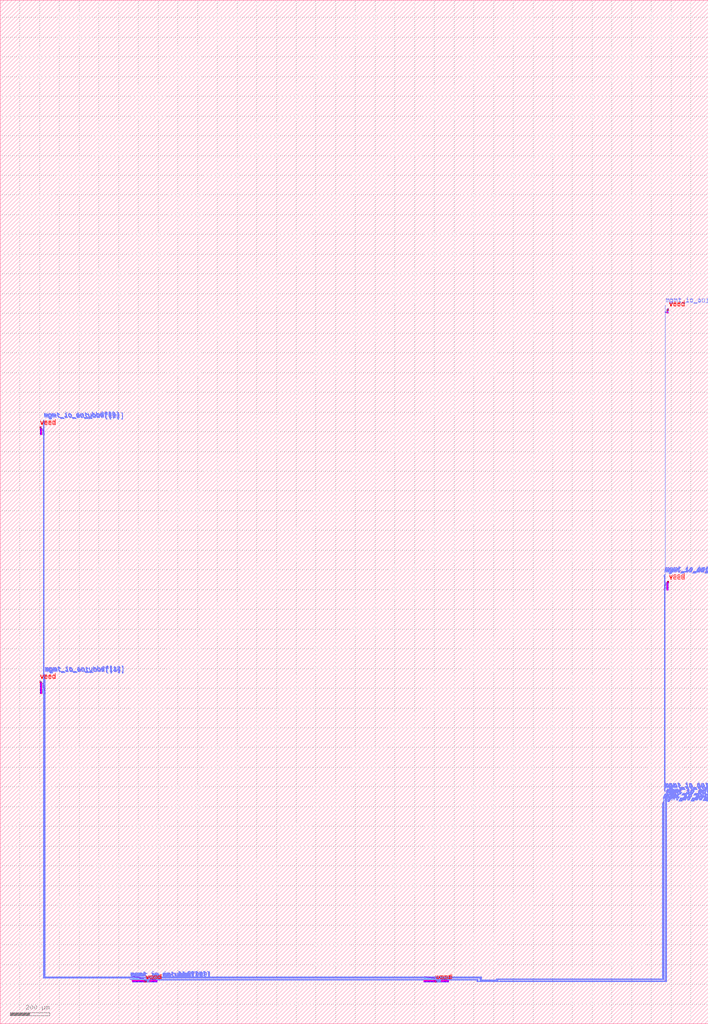
<source format=lef>
VERSION 5.7 ;
  NOWIREEXTENSIONATPIN ON ;
  DIVIDERCHAR "/" ;
  BUSBITCHARS "[]" ;
MACRO gpio_signal_buffering_alt
  CLASS BLOCK ;
  FOREIGN gpio_signal_buffering_alt ;
  ORIGIN 0.000 0.000 ;
  SIZE 3588.000 BY 5188.000 ;
  PIN mgmt_io_in_unbuf[6]
    DIRECTION INPUT ;
    USE SIGNAL ;
    ANTENNAGATEAREA 0.126000 ;
    PORT
      LAYER met1 ;
        RECT 3370.780 3640.170 3370.920 3641.605 ;
    END
  END mgmt_io_in_unbuf[6]
  PIN mgmt_io_out_buf[6]
    DIRECTION OUTPUT ;
    USE SIGNAL ;
    ANTENNADIFFAREA 0.340600 ;
    PORT
      LAYER met1 ;
        RECT 3370.220 3639.170 3370.360 3640.605 ;
    END
  END mgmt_io_out_buf[6]
  PIN mgmt_io_in_unbuf[5]
    DIRECTION INPUT ;
    USE SIGNAL ;
    ANTENNAGATEAREA 0.126000 ;
    PORT
      LAYER met1 ;
        RECT 3369.800 2279.840 3369.940 2281.275 ;
    END
  END mgmt_io_in_unbuf[5]
  PIN mgmt_io_in_unbuf[4]
    DIRECTION INPUT ;
    USE SIGNAL ;
    ANTENNAGATEAREA 0.126000 ;
    PORT
      LAYER met1 ;
        RECT 3368.680 2277.840 3368.820 2279.275 ;
    END
  END mgmt_io_in_unbuf[4]
  PIN mgmt_io_in_unbuf[3]
    DIRECTION INPUT ;
    USE SIGNAL ;
    ANTENNAGATEAREA 0.126000 ;
    PORT
      LAYER met1 ;
        RECT 3367.560 2275.840 3367.700 2277.275 ;
    END
  END mgmt_io_in_unbuf[3]
  PIN mgmt_io_in_unbuf[2]
    DIRECTION INPUT ;
    USE SIGNAL ;
    ANTENNAGATEAREA 0.126000 ;
    PORT
      LAYER met1 ;
        RECT 3366.440 2273.840 3366.580 2275.275 ;
    END
  END mgmt_io_in_unbuf[2]
  PIN mgmt_io_in_unbuf[1]
    DIRECTION INPUT ;
    USE SIGNAL ;
    ANTENNAGATEAREA 0.126000 ;
    PORT
      LAYER met1 ;
        RECT 3365.320 2271.840 3365.460 2273.275 ;
    END
  END mgmt_io_in_unbuf[1]
  PIN mgmt_io_in_unbuf[0]
    DIRECTION INPUT ;
    USE SIGNAL ;
    ANTENNAGATEAREA 0.126000 ;
    PORT
      LAYER met1 ;
        RECT 3364.200 2269.840 3364.340 2271.275 ;
    END
  END mgmt_io_in_unbuf[0]
  PIN mgmt_io_out_buf[0]
    DIRECTION OUTPUT ;
    USE SIGNAL ;
    ANTENNADIFFAREA 0.340600 ;
    PORT
      LAYER met1 ;
        RECT 3363.640 2268.840 3363.780 2270.275 ;
    END
  END mgmt_io_out_buf[0]
  PIN mgmt_io_out_buf[1]
    DIRECTION OUTPUT ;
    USE SIGNAL ;
    ANTENNADIFFAREA 0.340600 ;
    PORT
      LAYER met1 ;
        RECT 3364.760 2270.840 3364.900 2272.275 ;
    END
  END mgmt_io_out_buf[1]
  PIN mgmt_io_out_buf[2]
    DIRECTION OUTPUT ;
    USE SIGNAL ;
    ANTENNADIFFAREA 0.340600 ;
    PORT
      LAYER met1 ;
        RECT 3365.880 2272.840 3366.020 2274.275 ;
    END
  END mgmt_io_out_buf[2]
  PIN mgmt_io_out_buf[3]
    DIRECTION OUTPUT ;
    USE SIGNAL ;
    ANTENNADIFFAREA 0.340600 ;
    PORT
      LAYER met1 ;
        RECT 3367.000 2274.840 3367.140 2276.275 ;
    END
  END mgmt_io_out_buf[3]
  PIN mgmt_io_out_buf[4]
    DIRECTION OUTPUT ;
    USE SIGNAL ;
    ANTENNADIFFAREA 0.340600 ;
    PORT
      LAYER met1 ;
        RECT 3368.120 2276.840 3368.260 2278.275 ;
    END
  END mgmt_io_out_buf[4]
  PIN mgmt_io_out_buf[5]
    DIRECTION OUTPUT ;
    USE SIGNAL ;
    ANTENNADIFFAREA 0.340600 ;
    PORT
      LAYER met1 ;
        RECT 3369.240 2278.840 3369.380 2280.275 ;
    END
  END mgmt_io_out_buf[5]
  PIN mgmt_io_out_unbuf[0]
    DIRECTION INPUT ;
    USE SIGNAL ;
    ANTENNAGATEAREA 0.126000 ;
    PORT
      LAYER met1 ;
        RECT 3363.780 1185.250 3363.920 1186.685 ;
    END
  END mgmt_io_out_unbuf[0]
  PIN mgmt_io_out_unbuf[1]
    DIRECTION INPUT ;
    USE SIGNAL ;
    ANTENNAGATEAREA 0.126000 ;
    PORT
      LAYER met1 ;
        RECT 3364.900 1183.250 3365.040 1184.685 ;
    END
  END mgmt_io_out_unbuf[1]
  PIN mgmt_io_out_unbuf[2]
    DIRECTION INPUT ;
    USE SIGNAL ;
    ANTENNAGATEAREA 0.126000 ;
    PORT
      LAYER met1 ;
        RECT 3366.020 1181.250 3366.160 1182.685 ;
    END
  END mgmt_io_out_unbuf[2]
  PIN mgmt_io_out_unbuf[3]
    DIRECTION INPUT ;
    USE SIGNAL ;
    ANTENNAGATEAREA 0.126000 ;
    PORT
      LAYER met1 ;
        RECT 3367.140 1179.250 3367.280 1180.685 ;
    END
  END mgmt_io_out_unbuf[3]
  PIN mgmt_io_out_unbuf[4]
    DIRECTION INPUT ;
    USE SIGNAL ;
    ANTENNAGATEAREA 0.126000 ;
    PORT
      LAYER met1 ;
        RECT 3368.260 1177.250 3368.400 1178.685 ;
    END
  END mgmt_io_out_unbuf[4]
  PIN mgmt_io_out_unbuf[5]
    DIRECTION INPUT ;
    USE SIGNAL ;
    ANTENNAGATEAREA 0.126000 ;
    PORT
      LAYER met1 ;
        RECT 3369.380 1175.250 3369.520 1176.685 ;
    END
  END mgmt_io_out_unbuf[5]
  PIN mgmt_io_out_unbuf[6]
    DIRECTION INPUT ;
    USE SIGNAL ;
    ANTENNAGATEAREA 0.126000 ;
    PORT
      LAYER met1 ;
        RECT 3370.500 1173.250 3370.640 1174.685 ;
    END
  END mgmt_io_out_unbuf[6]
  PIN mgmt_io_in_buf[6]
    DIRECTION OUTPUT ;
    USE SIGNAL ;
    ANTENNADIFFAREA 0.340600 ;
    PORT
      LAYER met1 ;
        RECT 3371.060 1172.250 3371.200 1173.685 ;
    END
  END mgmt_io_in_buf[6]
  PIN mgmt_io_in_buf[5]
    DIRECTION OUTPUT ;
    USE SIGNAL ;
    ANTENNADIFFAREA 0.340600 ;
    PORT
      LAYER met1 ;
        RECT 3369.940 1174.250 3370.080 1175.685 ;
    END
  END mgmt_io_in_buf[5]
  PIN mgmt_io_in_buf[4]
    DIRECTION OUTPUT ;
    USE SIGNAL ;
    ANTENNADIFFAREA 0.340600 ;
    PORT
      LAYER met1 ;
        RECT 3368.820 1176.250 3368.960 1177.685 ;
    END
  END mgmt_io_in_buf[4]
  PIN mgmt_io_in_buf[3]
    DIRECTION OUTPUT ;
    USE SIGNAL ;
    ANTENNADIFFAREA 0.340600 ;
    PORT
      LAYER met1 ;
        RECT 3367.700 1178.250 3367.840 1179.685 ;
    END
  END mgmt_io_in_buf[3]
  PIN mgmt_io_in_buf[2]
    DIRECTION OUTPUT ;
    USE SIGNAL ;
    ANTENNADIFFAREA 0.340600 ;
    PORT
      LAYER met1 ;
        RECT 3366.580 1180.250 3366.720 1181.685 ;
    END
  END mgmt_io_in_buf[2]
  PIN mgmt_io_in_buf[1]
    DIRECTION OUTPUT ;
    USE SIGNAL ;
    ANTENNADIFFAREA 0.340600 ;
    PORT
      LAYER met1 ;
        RECT 3365.460 1182.250 3365.600 1183.685 ;
    END
  END mgmt_io_in_buf[1]
  PIN mgmt_io_in_buf[0]
    DIRECTION OUTPUT ;
    USE SIGNAL ;
    ANTENNADIFFAREA 0.340600 ;
    PORT
      LAYER met1 ;
        RECT 3364.340 1184.250 3364.480 1185.685 ;
    END
  END mgmt_io_in_buf[0]
  PIN mgmt_io_out_buf[10]
    DIRECTION OUTPUT ;
    USE SIGNAL ;
    ANTENNADIFFAREA 0.340600 ;
    PORT
      LAYER met1 ;
        RECT 221.675 3054.475 221.815 3055.780 ;
    END
  END mgmt_io_out_buf[10]
  PIN mgmt_io_out_buf[11]
    DIRECTION OUTPUT ;
    USE SIGNAL ;
    ANTENNADIFFAREA 0.340600 ;
    PORT
      LAYER met1 ;
        RECT 222.795 3052.475 222.935 3053.780 ;
    END
  END mgmt_io_out_buf[11]
  PIN mgmt_io_in_unbuf[11]
    DIRECTION INPUT ;
    USE SIGNAL ;
    ANTENNAGATEAREA 0.126000 ;
    PORT
      LAYER met1 ;
        RECT 222.235 3053.475 222.375 3054.780 ;
    END
  END mgmt_io_in_unbuf[11]
  PIN mgmt_io_in_unbuf[10]
    DIRECTION INPUT ;
    USE SIGNAL ;
    ANTENNAGATEAREA 0.126000 ;
    PORT
      LAYER met1 ;
        RECT 221.115 3055.475 221.255 3056.780 ;
    END
  END mgmt_io_in_unbuf[10]
  PIN mgmt_io_out_buf[12]
    DIRECTION OUTPUT ;
    USE SIGNAL ;
    ANTENNADIFFAREA 0.340600 ;
    PORT
      LAYER met1 ;
        RECT 223.775 1771.180 223.915 1772.650 ;
    END
  END mgmt_io_out_buf[12]
  PIN mgmt_io_out_buf[13]
    DIRECTION OUTPUT ;
    USE SIGNAL ;
    ANTENNADIFFAREA 0.340600 ;
    PORT
      LAYER met1 ;
        RECT 224.895 1769.180 225.035 1770.650 ;
    END
  END mgmt_io_out_buf[13]
  PIN mgmt_io_out_buf[14]
    DIRECTION OUTPUT ;
    USE SIGNAL ;
    ANTENNADIFFAREA 0.340600 ;
    PORT
      LAYER met1 ;
        RECT 226.015 1767.180 226.155 1768.650 ;
    END
  END mgmt_io_out_buf[14]
  PIN mgmt_io_out_buf[15]
    DIRECTION OUTPUT ;
    USE SIGNAL ;
    ANTENNADIFFAREA 0.340600 ;
    PORT
      LAYER met1 ;
        RECT 227.135 1765.180 227.275 1766.650 ;
    END
  END mgmt_io_out_buf[15]
  PIN mgmt_io_in_unbuf[15]
    DIRECTION INPUT ;
    USE SIGNAL ;
    ANTENNAGATEAREA 0.126000 ;
    PORT
      LAYER met1 ;
        RECT 226.575 1766.180 226.715 1767.650 ;
    END
  END mgmt_io_in_unbuf[15]
  PIN mgmt_io_in_unbuf[14]
    DIRECTION INPUT ;
    USE SIGNAL ;
    ANTENNAGATEAREA 0.126000 ;
    PORT
      LAYER met1 ;
        RECT 225.455 1768.180 225.595 1769.650 ;
    END
  END mgmt_io_in_unbuf[14]
  PIN mgmt_io_in_unbuf[13]
    DIRECTION INPUT ;
    USE SIGNAL ;
    ANTENNAGATEAREA 0.126000 ;
    PORT
      LAYER met1 ;
        RECT 224.335 1770.180 224.475 1771.650 ;
    END
  END mgmt_io_in_unbuf[13]
  PIN mgmt_io_in_unbuf[12]
    DIRECTION INPUT ;
    USE SIGNAL ;
    ANTENNAGATEAREA 0.126000 ;
    PORT
      LAYER met1 ;
        RECT 223.215 1772.180 223.355 1773.650 ;
    END
  END mgmt_io_in_unbuf[12]
  PIN mgmt_io_out_buf[16]
    DIRECTION OUTPUT ;
    USE SIGNAL ;
    ANTENNADIFFAREA 0.340600 ;
    PORT
      LAYER met1 ;
        RECT 655.755 225.380 657.010 225.520 ;
    END
  END mgmt_io_out_buf[16]
  PIN mgmt_io_out_buf[17]
    DIRECTION OUTPUT ;
    USE SIGNAL ;
    ANTENNADIFFAREA 0.340600 ;
    PORT
      LAYER met1 ;
        RECT 657.755 224.540 659.010 224.680 ;
    END
  END mgmt_io_out_buf[17]
  PIN mgmt_io_out_buf[18]
    DIRECTION OUTPUT ;
    USE SIGNAL ;
    ANTENNADIFFAREA 0.340600 ;
    PORT
      LAYER met1 ;
        RECT 659.755 223.700 661.010 223.840 ;
    END
  END mgmt_io_out_buf[18]
  PIN mgmt_io_out_buf[19]
    DIRECTION OUTPUT ;
    USE SIGNAL ;
    ANTENNADIFFAREA 0.340600 ;
    PORT
      LAYER met1 ;
        RECT 661.755 222.860 663.010 223.000 ;
    END
  END mgmt_io_out_buf[19]
  PIN mgmt_io_in_unbuf[19]
    DIRECTION INPUT ;
    USE SIGNAL ;
    ANTENNAGATEAREA 0.126000 ;
    PORT
      LAYER met1 ;
        RECT 662.615 222.440 663.870 222.580 ;
    END
  END mgmt_io_in_unbuf[19]
  PIN mgmt_io_in_unbuf[18]
    DIRECTION INPUT ;
    USE SIGNAL ;
    ANTENNAGATEAREA 0.126000 ;
    PORT
      LAYER met1 ;
        RECT 660.615 223.280 661.870 223.420 ;
    END
  END mgmt_io_in_unbuf[18]
  PIN mgmt_io_in_unbuf[17]
    DIRECTION INPUT ;
    USE SIGNAL ;
    ANTENNAGATEAREA 0.126000 ;
    PORT
      LAYER met1 ;
        RECT 658.615 224.120 659.870 224.260 ;
    END
  END mgmt_io_in_unbuf[17]
  PIN mgmt_io_in_unbuf[16]
    DIRECTION INPUT ;
    USE SIGNAL ;
    ANTENNAGATEAREA 0.126000 ;
    PORT
      LAYER met1 ;
        RECT 656.615 224.960 657.870 225.100 ;
    END
  END mgmt_io_in_unbuf[16]
  PIN mgmt_io_oeb_buf[0]
    DIRECTION OUTPUT ;
    USE SIGNAL ;
    ANTENNADIFFAREA 0.340600 ;
    PORT
      LAYER met1 ;
        RECT 663.615 221.880 664.870 222.020 ;
    END
  END mgmt_io_oeb_buf[0]
  PIN mgmt_io_oeb_buf[1]
    DIRECTION OUTPUT ;
    USE SIGNAL ;
    ANTENNADIFFAREA 0.340600 ;
    PORT
      LAYER met1 ;
        RECT 664.615 221.320 665.870 221.460 ;
    END
  END mgmt_io_oeb_buf[1]
  PIN mgmt_io_oeb_buf[2]
    DIRECTION OUTPUT ;
    USE SIGNAL ;
    ANTENNADIFFAREA 0.340600 ;
    PORT
      LAYER met1 ;
        RECT 665.615 220.760 666.870 220.900 ;
    END
  END mgmt_io_oeb_buf[2]
  PIN mgmt_io_oeb_unbuf[2]
    DIRECTION INPUT ;
    USE SIGNAL ;
    ANTENNAGATEAREA 0.126000 ;
    PORT
      LAYER met1 ;
        RECT 3376.520 1155.250 3376.660 1156.435 ;
    END
  END mgmt_io_oeb_unbuf[2]
  PIN mgmt_io_oeb_unbuf[1]
    DIRECTION INPUT ;
    USE SIGNAL ;
    ANTENNAGATEAREA 0.126000 ;
    PORT
      LAYER met1 ;
        RECT 3375.680 1154.250 3375.820 1155.435 ;
    END
  END mgmt_io_oeb_unbuf[1]
  PIN mgmt_io_oeb_unbuf[0]
    DIRECTION INPUT ;
    USE SIGNAL ;
    ANTENNAGATEAREA 0.126000 ;
    PORT
      LAYER met1 ;
        RECT 3374.840 1153.250 3374.980 1154.435 ;
    END
  END mgmt_io_oeb_unbuf[0]
  PIN mgmt_io_in_buf[19]
    DIRECTION OUTPUT ;
    USE SIGNAL ;
    ANTENNADIFFAREA 0.340600 ;
    PORT
      LAYER met1 ;
        RECT 3374.000 1152.250 3374.140 1153.435 ;
    END
  END mgmt_io_in_buf[19]
  PIN mgmt_io_in_buf[18]
    DIRECTION OUTPUT ;
    USE SIGNAL ;
    ANTENNADIFFAREA 0.340600 ;
    PORT
      LAYER met1 ;
        RECT 3372.880 1150.250 3373.020 1151.435 ;
    END
  END mgmt_io_in_buf[18]
  PIN mgmt_io_in_buf[17]
    DIRECTION OUTPUT ;
    USE SIGNAL ;
    ANTENNADIFFAREA 0.340600 ;
    PORT
      LAYER met1 ;
        RECT 3371.760 1148.250 3371.900 1149.435 ;
    END
  END mgmt_io_in_buf[17]
  PIN mgmt_io_in_buf[16]
    DIRECTION OUTPUT ;
    USE SIGNAL ;
    ANTENNADIFFAREA 0.340600 ;
    PORT
      LAYER met1 ;
        RECT 3370.640 1146.250 3370.780 1147.435 ;
    END
  END mgmt_io_in_buf[16]
  PIN mgmt_io_out_unbuf[16]
    DIRECTION INPUT ;
    USE SIGNAL ;
    ANTENNAGATEAREA 0.126000 ;
    PORT
      LAYER met1 ;
        RECT 3370.080 1145.250 3370.220 1146.435 ;
    END
  END mgmt_io_out_unbuf[16]
  PIN mgmt_io_out_unbuf[17]
    DIRECTION INPUT ;
    USE SIGNAL ;
    ANTENNAGATEAREA 0.126000 ;
    PORT
      LAYER met1 ;
        RECT 3371.200 1147.250 3371.340 1148.435 ;
    END
  END mgmt_io_out_unbuf[17]
  PIN mgmt_io_out_unbuf[18]
    DIRECTION INPUT ;
    USE SIGNAL ;
    ANTENNAGATEAREA 0.126000 ;
    PORT
      LAYER met1 ;
        RECT 3372.320 1149.250 3372.460 1150.435 ;
    END
  END mgmt_io_out_unbuf[18]
  PIN mgmt_io_out_unbuf[19]
    DIRECTION INPUT ;
    USE SIGNAL ;
    ANTENNAGATEAREA 0.126000 ;
    PORT
      LAYER met1 ;
        RECT 3373.440 1151.250 3373.580 1152.435 ;
    END
  END mgmt_io_out_unbuf[19]
  PIN mgmt_io_out_unbuf[15]
    DIRECTION INPUT ;
    USE SIGNAL ;
    ANTENNAGATEAREA 0.126000 ;
    PORT
      LAYER met1 ;
        RECT 3354.680 1115.250 3354.820 1116.665 ;
    END
  END mgmt_io_out_unbuf[15]
  PIN mgmt_io_out_unbuf[14]
    DIRECTION INPUT ;
    USE SIGNAL ;
    ANTENNAGATEAREA 0.126000 ;
    PORT
      LAYER met1 ;
        RECT 3355.800 1117.250 3355.940 1118.665 ;
    END
  END mgmt_io_out_unbuf[14]
  PIN mgmt_io_out_unbuf[13]
    DIRECTION INPUT ;
    USE SIGNAL ;
    ANTENNAGATEAREA 0.126000 ;
    PORT
      LAYER met1 ;
        RECT 3356.920 1119.250 3357.060 1120.665 ;
    END
  END mgmt_io_out_unbuf[13]
  PIN mgmt_io_out_unbuf[12]
    DIRECTION INPUT ;
    USE SIGNAL ;
    ANTENNAGATEAREA 0.126000 ;
    PORT
      LAYER met1 ;
        RECT 3358.040 1121.250 3358.180 1122.665 ;
    END
  END mgmt_io_out_unbuf[12]
  PIN mgmt_io_out_unbuf[11]
    DIRECTION INPUT ;
    USE SIGNAL ;
    ANTENNAGATEAREA 0.126000 ;
    PORT
      LAYER met1 ;
        RECT 3359.160 1123.250 3359.300 1124.665 ;
    END
  END mgmt_io_out_unbuf[11]
  PIN mgmt_io_out_unbuf[10]
    DIRECTION INPUT ;
    USE SIGNAL ;
    ANTENNAGATEAREA 0.126000 ;
    PORT
      LAYER met1 ;
        RECT 3360.280 1125.250 3360.420 1126.665 ;
    END
  END mgmt_io_out_unbuf[10]
  PIN mgmt_io_out_unbuf[9]
    DIRECTION INPUT ;
    USE SIGNAL ;
    ANTENNAGATEAREA 0.126000 ;
    PORT
      LAYER met1 ;
        RECT 3361.400 1127.250 3361.540 1128.665 ;
    END
  END mgmt_io_out_unbuf[9]
  PIN mgmt_io_out_unbuf[8]
    DIRECTION INPUT ;
    USE SIGNAL ;
    ANTENNAGATEAREA 0.126000 ;
    PORT
      LAYER met1 ;
        RECT 3362.520 1129.250 3362.660 1130.665 ;
    END
  END mgmt_io_out_unbuf[8]
  PIN mgmt_io_out_unbuf[7]
    DIRECTION INPUT ;
    USE SIGNAL ;
    ANTENNAGATEAREA 0.126000 ;
    PORT
      LAYER met1 ;
        RECT 3363.640 1131.250 3363.780 1132.665 ;
    END
  END mgmt_io_out_unbuf[7]
  PIN mgmt_io_in_buf[7]
    DIRECTION OUTPUT ;
    USE SIGNAL ;
    ANTENNADIFFAREA 0.340600 ;
    PORT
      LAYER met1 ;
        RECT 3364.200 1132.250 3364.340 1133.665 ;
    END
  END mgmt_io_in_buf[7]
  PIN mgmt_io_in_buf[8]
    DIRECTION OUTPUT ;
    USE SIGNAL ;
    ANTENNADIFFAREA 0.340600 ;
    PORT
      LAYER met1 ;
        RECT 3363.080 1130.250 3363.220 1131.665 ;
    END
  END mgmt_io_in_buf[8]
  PIN mgmt_io_in_buf[9]
    DIRECTION OUTPUT ;
    USE SIGNAL ;
    ANTENNADIFFAREA 0.340600 ;
    PORT
      LAYER met1 ;
        RECT 3361.960 1128.250 3362.100 1129.665 ;
    END
  END mgmt_io_in_buf[9]
  PIN mgmt_io_in_buf[10]
    DIRECTION OUTPUT ;
    USE SIGNAL ;
    ANTENNADIFFAREA 0.340600 ;
    PORT
      LAYER met1 ;
        RECT 3360.840 1126.250 3360.980 1127.665 ;
    END
  END mgmt_io_in_buf[10]
  PIN mgmt_io_in_buf[11]
    DIRECTION OUTPUT ;
    USE SIGNAL ;
    ANTENNADIFFAREA 0.340600 ;
    PORT
      LAYER met1 ;
        RECT 3359.720 1124.250 3359.860 1125.665 ;
    END
  END mgmt_io_in_buf[11]
  PIN mgmt_io_in_buf[12]
    DIRECTION OUTPUT ;
    USE SIGNAL ;
    ANTENNADIFFAREA 0.340600 ;
    PORT
      LAYER met1 ;
        RECT 3358.600 1122.250 3358.740 1123.665 ;
    END
  END mgmt_io_in_buf[12]
  PIN mgmt_io_in_buf[13]
    DIRECTION OUTPUT ;
    USE SIGNAL ;
    ANTENNADIFFAREA 0.340600 ;
    PORT
      LAYER met1 ;
        RECT 3357.480 1120.250 3357.620 1121.665 ;
    END
  END mgmt_io_in_buf[13]
  PIN mgmt_io_in_buf[14]
    DIRECTION OUTPUT ;
    USE SIGNAL ;
    ANTENNADIFFAREA 0.340600 ;
    PORT
      LAYER met1 ;
        RECT 3356.360 1118.250 3356.500 1119.665 ;
    END
  END mgmt_io_in_buf[14]
  PIN mgmt_io_in_buf[15]
    DIRECTION OUTPUT ;
    USE SIGNAL ;
    ANTENNADIFFAREA 0.340600 ;
    PORT
      LAYER met1 ;
        RECT 3355.240 1116.250 3355.380 1117.665 ;
    END
  END mgmt_io_in_buf[15]
  PIN vssd
    DIRECTION INPUT ;
    USE GROUND ;
    PORT
      LAYER met3 ;
        RECT 3387.320 2240.650 3387.770 2242.135 ;
    END
    PORT
      LAYER met3 ;
        RECT 3387.350 3622.635 3387.800 3624.120 ;
    END
    PORT
      LAYER met3 ;
        RECT 737.160 209.985 738.690 210.455 ;
    END
    PORT
      LAYER met3 ;
        RECT 2208.220 209.890 2209.750 210.360 ;
    END
    PORT
      LAYER met3 ;
        RECT 200.370 1734.925 200.820 1736.410 ;
    END
    PORT
      LAYER met3 ;
        RECT 200.265 3023.205 200.715 3024.690 ;
    END
  END vssd
  PIN vccd
    DIRECTION INPUT ;
    USE POWER ;
    PORT
      LAYER met3 ;
        RECT 3387.310 2234.655 3387.760 2236.140 ;
    END
    PORT
      LAYER met3 ;
        RECT 3387.305 3616.650 3387.755 3618.135 ;
    END
    PORT
      LAYER met3 ;
        RECT 731.130 209.985 732.660 210.455 ;
    END
    PORT
      LAYER met3 ;
        RECT 2202.255 209.920 2203.785 210.390 ;
    END
    PORT
      LAYER met3 ;
        RECT 200.380 1728.960 200.830 1730.445 ;
    END
    PORT
      LAYER met3 ;
        RECT 200.265 3017.200 200.715 3018.685 ;
    END
  END vccd
  PIN mgmt_io_out_buf[9]
    PORT
      LAYER met1 ;
        RECT 220.555 3056.670 220.695 3057.975 ;
    END
  END mgmt_io_out_buf[9]
  PIN mgmt_io_in_unbuf[9]
    PORT
      LAYER met1 ;
        RECT 219.995 3057.670 220.135 3058.975 ;
    END
  END mgmt_io_in_unbuf[9]
  PIN mgmt_io_out_buf[8]
    PORT
      LAYER met1 ;
        RECT 219.435 3058.670 219.575 3059.975 ;
    END
  END mgmt_io_out_buf[8]
  PIN mgmt_io_in_unbuf[8]
    PORT
      LAYER met1 ;
        RECT 218.875 3059.670 219.015 3060.975 ;
    END
  END mgmt_io_in_unbuf[8]
  PIN mgmt_io_out_buf[7]
    PORT
      LAYER met1 ;
        RECT 218.315 3060.535 218.455 3061.840 ;
    END
  END mgmt_io_out_buf[7]
  PIN mgmt_io_in_unbuf[7]
    PORT
      LAYER met1 ;
        RECT 217.755 3061.535 217.895 3062.840 ;
    END
  END mgmt_io_in_unbuf[7]
  OBS
      LAYER nwell ;
        RECT 3377.675 3601.870 3379.280 3608.690 ;
      LAYER pwell ;
        RECT 3379.610 3608.055 3380.395 3608.485 ;
        RECT 3380.775 3608.055 3381.560 3608.485 ;
        RECT 3380.690 3607.960 3381.600 3608.035 ;
        RECT 3380.435 3607.680 3381.600 3607.960 ;
        RECT 3380.690 3602.905 3381.600 3607.680 ;
        RECT 3379.610 3602.075 3380.395 3602.505 ;
        RECT 3380.775 3602.075 3381.560 3602.505 ;
      LAYER nwell ;
        RECT 3381.890 3601.870 3384.720 3608.690 ;
      LAYER pwell ;
        RECT 3385.050 3608.055 3385.835 3608.485 ;
        RECT 3385.010 3602.840 3385.920 3607.655 ;
        RECT 3385.010 3602.670 3386.110 3602.840 ;
        RECT 3385.010 3602.525 3385.920 3602.670 ;
        RECT 3385.050 3602.075 3385.835 3602.505 ;
        RECT 202.160 3014.645 202.945 3015.075 ;
        RECT 202.075 3009.430 202.985 3014.245 ;
        RECT 201.885 3009.260 202.985 3009.430 ;
        RECT 202.075 3009.115 202.985 3009.260 ;
        RECT 202.160 3008.665 202.945 3009.095 ;
        RECT 202.075 3003.450 202.985 3008.265 ;
        RECT 201.885 3003.280 202.985 3003.450 ;
        RECT 202.075 3003.135 202.985 3003.280 ;
        RECT 202.160 3002.685 202.945 3003.115 ;
        RECT 202.075 2997.470 202.985 3002.285 ;
        RECT 201.885 2997.300 202.985 2997.470 ;
        RECT 202.075 2997.155 202.985 2997.300 ;
        RECT 202.160 2996.705 202.945 2997.135 ;
        RECT 202.075 2991.490 202.985 2996.305 ;
        RECT 201.885 2991.320 202.985 2991.490 ;
        RECT 202.075 2991.175 202.985 2991.320 ;
        RECT 202.160 2990.725 202.945 2991.155 ;
        RECT 202.075 2985.510 202.985 2990.325 ;
        RECT 201.885 2985.340 202.985 2985.510 ;
        RECT 202.075 2985.195 202.985 2985.340 ;
        RECT 202.160 2984.745 202.945 2985.175 ;
      LAYER nwell ;
        RECT 203.275 2984.540 206.105 3015.280 ;
      LAYER pwell ;
        RECT 206.435 3014.645 207.220 3015.075 ;
        RECT 207.600 3014.645 208.385 3015.075 ;
        RECT 206.395 3014.550 207.305 3014.625 ;
        RECT 206.395 3014.270 207.560 3014.550 ;
        RECT 206.395 3009.495 207.305 3014.270 ;
        RECT 206.435 3008.665 207.220 3009.095 ;
        RECT 207.600 3008.665 208.385 3009.095 ;
        RECT 206.395 3008.570 207.305 3008.645 ;
        RECT 206.395 3008.290 207.560 3008.570 ;
        RECT 206.395 3003.515 207.305 3008.290 ;
        RECT 206.435 3002.685 207.220 3003.115 ;
        RECT 207.600 3002.685 208.385 3003.115 ;
        RECT 206.395 3002.590 207.305 3002.665 ;
        RECT 206.395 3002.310 207.560 3002.590 ;
        RECT 206.395 2997.535 207.305 3002.310 ;
        RECT 206.435 2996.705 207.220 2997.135 ;
        RECT 207.600 2996.705 208.385 2997.135 ;
        RECT 206.395 2996.610 207.305 2996.685 ;
        RECT 206.395 2996.330 207.560 2996.610 ;
        RECT 206.395 2991.555 207.305 2996.330 ;
        RECT 206.435 2990.725 207.220 2991.155 ;
        RECT 207.600 2990.725 208.385 2991.155 ;
        RECT 206.395 2990.630 207.305 2990.705 ;
        RECT 206.395 2990.350 207.560 2990.630 ;
        RECT 206.395 2985.575 207.305 2990.350 ;
        RECT 206.435 2984.745 207.220 2985.175 ;
        RECT 207.600 2984.745 208.385 2985.175 ;
      LAYER nwell ;
        RECT 208.715 2984.540 210.320 3015.280 ;
        RECT 3377.675 2195.870 3379.280 2238.570 ;
      LAYER pwell ;
        RECT 3379.610 2237.935 3380.395 2238.365 ;
        RECT 3380.775 2237.935 3381.560 2238.365 ;
        RECT 3380.690 2237.840 3381.600 2237.915 ;
        RECT 3380.435 2237.560 3381.600 2237.840 ;
        RECT 3380.690 2232.785 3381.600 2237.560 ;
        RECT 3379.610 2231.955 3380.395 2232.385 ;
        RECT 3380.775 2231.955 3381.560 2232.385 ;
        RECT 3380.690 2231.860 3381.600 2231.935 ;
        RECT 3380.435 2231.580 3381.600 2231.860 ;
        RECT 3380.690 2226.805 3381.600 2231.580 ;
        RECT 3379.610 2225.975 3380.395 2226.405 ;
        RECT 3380.775 2225.975 3381.560 2226.405 ;
        RECT 3380.690 2225.880 3381.600 2225.955 ;
        RECT 3380.435 2225.600 3381.600 2225.880 ;
        RECT 3380.690 2220.825 3381.600 2225.600 ;
        RECT 3379.610 2219.995 3380.395 2220.425 ;
        RECT 3380.775 2219.995 3381.560 2220.425 ;
        RECT 3380.690 2219.900 3381.600 2219.975 ;
        RECT 3380.435 2219.620 3381.600 2219.900 ;
        RECT 3380.690 2214.845 3381.600 2219.620 ;
        RECT 3379.610 2214.015 3380.395 2214.445 ;
        RECT 3380.775 2214.015 3381.560 2214.445 ;
        RECT 3380.690 2213.920 3381.600 2213.995 ;
        RECT 3380.435 2213.640 3381.600 2213.920 ;
        RECT 3380.690 2208.865 3381.600 2213.640 ;
        RECT 3379.610 2208.035 3380.395 2208.465 ;
        RECT 3380.775 2208.035 3381.560 2208.465 ;
        RECT 3380.690 2207.940 3381.600 2208.015 ;
        RECT 3380.435 2207.660 3381.600 2207.940 ;
        RECT 3380.690 2202.885 3381.600 2207.660 ;
        RECT 3379.610 2202.055 3380.395 2202.485 ;
        RECT 3380.775 2202.055 3381.560 2202.485 ;
        RECT 3380.690 2201.960 3381.600 2202.035 ;
        RECT 3380.435 2201.680 3381.600 2201.960 ;
        RECT 3380.690 2196.905 3381.600 2201.680 ;
        RECT 3379.610 2196.075 3380.395 2196.505 ;
        RECT 3380.775 2196.075 3381.560 2196.505 ;
      LAYER nwell ;
        RECT 3381.890 2195.870 3384.720 2238.570 ;
      LAYER pwell ;
        RECT 3385.050 2237.935 3385.835 2238.365 ;
        RECT 3385.010 2232.720 3385.920 2237.535 ;
        RECT 3385.010 2232.550 3386.110 2232.720 ;
        RECT 3385.010 2232.405 3385.920 2232.550 ;
        RECT 3385.050 2231.955 3385.835 2232.385 ;
        RECT 3385.010 2226.740 3385.920 2231.555 ;
        RECT 3385.010 2226.570 3386.110 2226.740 ;
        RECT 3385.010 2226.425 3385.920 2226.570 ;
        RECT 3385.050 2225.975 3385.835 2226.405 ;
        RECT 3385.010 2220.760 3385.920 2225.575 ;
        RECT 3385.010 2220.590 3386.110 2220.760 ;
        RECT 3385.010 2220.445 3385.920 2220.590 ;
        RECT 3385.050 2219.995 3385.835 2220.425 ;
        RECT 3385.010 2214.780 3385.920 2219.595 ;
        RECT 3385.010 2214.610 3386.110 2214.780 ;
        RECT 3385.010 2214.465 3385.920 2214.610 ;
        RECT 3385.050 2214.015 3385.835 2214.445 ;
        RECT 3385.010 2208.800 3385.920 2213.615 ;
        RECT 3385.010 2208.630 3386.110 2208.800 ;
        RECT 3385.010 2208.485 3385.920 2208.630 ;
        RECT 3385.050 2208.035 3385.835 2208.465 ;
        RECT 3385.010 2202.820 3385.920 2207.635 ;
        RECT 3385.010 2202.650 3386.110 2202.820 ;
        RECT 3385.010 2202.505 3385.920 2202.650 ;
        RECT 3385.050 2202.055 3385.835 2202.485 ;
        RECT 3385.010 2196.840 3385.920 2201.655 ;
        RECT 3385.010 2196.670 3386.110 2196.840 ;
        RECT 3385.010 2196.525 3385.920 2196.670 ;
        RECT 3385.050 2196.075 3385.835 2196.505 ;
        RECT 202.270 1726.740 203.055 1727.170 ;
        RECT 202.185 1721.525 203.095 1726.340 ;
        RECT 201.995 1721.355 203.095 1721.525 ;
        RECT 202.185 1721.210 203.095 1721.355 ;
        RECT 202.270 1720.760 203.055 1721.190 ;
        RECT 202.185 1715.545 203.095 1720.360 ;
        RECT 201.995 1715.375 203.095 1715.545 ;
        RECT 202.185 1715.230 203.095 1715.375 ;
        RECT 202.270 1714.780 203.055 1715.210 ;
        RECT 202.185 1709.565 203.095 1714.380 ;
        RECT 201.995 1709.395 203.095 1709.565 ;
        RECT 202.185 1709.250 203.095 1709.395 ;
        RECT 202.270 1708.800 203.055 1709.230 ;
        RECT 202.185 1703.585 203.095 1708.400 ;
        RECT 201.995 1703.415 203.095 1703.585 ;
        RECT 202.185 1703.270 203.095 1703.415 ;
        RECT 202.270 1702.820 203.055 1703.250 ;
        RECT 202.185 1697.605 203.095 1702.420 ;
        RECT 201.995 1697.435 203.095 1697.605 ;
        RECT 202.185 1697.290 203.095 1697.435 ;
        RECT 202.270 1696.840 203.055 1697.270 ;
        RECT 202.185 1691.625 203.095 1696.440 ;
        RECT 201.995 1691.455 203.095 1691.625 ;
        RECT 202.185 1691.310 203.095 1691.455 ;
        RECT 202.270 1690.860 203.055 1691.290 ;
        RECT 202.185 1685.645 203.095 1690.460 ;
        RECT 201.995 1685.475 203.095 1685.645 ;
        RECT 202.185 1685.330 203.095 1685.475 ;
        RECT 202.270 1684.880 203.055 1685.310 ;
        RECT 202.185 1679.665 203.095 1684.480 ;
        RECT 201.995 1679.495 203.095 1679.665 ;
        RECT 202.185 1679.350 203.095 1679.495 ;
        RECT 202.270 1678.900 203.055 1679.330 ;
        RECT 202.185 1673.685 203.095 1678.500 ;
        RECT 201.995 1673.515 203.095 1673.685 ;
        RECT 202.185 1673.370 203.095 1673.515 ;
        RECT 202.270 1672.920 203.055 1673.350 ;
      LAYER nwell ;
        RECT 203.385 1672.715 206.215 1727.375 ;
      LAYER pwell ;
        RECT 206.545 1726.740 207.330 1727.170 ;
        RECT 207.710 1726.740 208.495 1727.170 ;
        RECT 206.505 1726.645 207.415 1726.720 ;
        RECT 206.505 1726.365 207.670 1726.645 ;
        RECT 206.505 1721.590 207.415 1726.365 ;
        RECT 206.545 1720.760 207.330 1721.190 ;
        RECT 207.710 1720.760 208.495 1721.190 ;
        RECT 206.505 1720.665 207.415 1720.740 ;
        RECT 206.505 1720.385 207.670 1720.665 ;
        RECT 206.505 1715.610 207.415 1720.385 ;
        RECT 206.545 1714.780 207.330 1715.210 ;
        RECT 207.710 1714.780 208.495 1715.210 ;
        RECT 206.505 1714.685 207.415 1714.760 ;
        RECT 206.505 1714.405 207.670 1714.685 ;
        RECT 206.505 1709.630 207.415 1714.405 ;
        RECT 206.545 1708.800 207.330 1709.230 ;
        RECT 207.710 1708.800 208.495 1709.230 ;
        RECT 206.505 1708.705 207.415 1708.780 ;
        RECT 206.505 1708.425 207.670 1708.705 ;
        RECT 206.505 1703.650 207.415 1708.425 ;
        RECT 206.545 1702.820 207.330 1703.250 ;
        RECT 207.710 1702.820 208.495 1703.250 ;
        RECT 206.505 1702.725 207.415 1702.800 ;
        RECT 206.505 1702.445 207.670 1702.725 ;
        RECT 206.505 1697.670 207.415 1702.445 ;
        RECT 206.545 1696.840 207.330 1697.270 ;
        RECT 207.710 1696.840 208.495 1697.270 ;
        RECT 206.505 1696.745 207.415 1696.820 ;
        RECT 206.505 1696.465 207.670 1696.745 ;
        RECT 206.505 1691.690 207.415 1696.465 ;
        RECT 206.545 1690.860 207.330 1691.290 ;
        RECT 207.710 1690.860 208.495 1691.290 ;
        RECT 206.505 1690.765 207.415 1690.840 ;
        RECT 206.505 1690.485 207.670 1690.765 ;
        RECT 206.505 1685.710 207.415 1690.485 ;
        RECT 206.545 1684.880 207.330 1685.310 ;
        RECT 207.710 1684.880 208.495 1685.310 ;
        RECT 206.505 1684.785 207.415 1684.860 ;
        RECT 206.505 1684.505 207.670 1684.785 ;
        RECT 206.505 1679.730 207.415 1684.505 ;
        RECT 206.545 1678.900 207.330 1679.330 ;
        RECT 207.710 1678.900 208.495 1679.330 ;
        RECT 206.505 1678.805 207.415 1678.880 ;
        RECT 206.505 1678.525 207.670 1678.805 ;
        RECT 206.505 1673.750 207.415 1678.525 ;
        RECT 206.545 1672.920 207.330 1673.350 ;
        RECT 207.710 1672.920 208.495 1673.350 ;
      LAYER nwell ;
        RECT 208.825 1672.715 210.430 1727.375 ;
        RECT 668.810 218.430 729.450 220.035 ;
        RECT 758.510 218.430 795.230 220.035 ;
        RECT 2145.810 218.430 2206.450 220.035 ;
        RECT 2235.510 218.430 2272.230 220.035 ;
      LAYER pwell ;
        RECT 669.015 217.315 669.445 218.100 ;
        RECT 674.995 217.315 675.425 218.100 ;
        RECT 680.975 217.315 681.405 218.100 ;
        RECT 686.955 217.315 687.385 218.100 ;
        RECT 692.935 217.315 693.365 218.100 ;
        RECT 698.915 217.315 699.345 218.100 ;
        RECT 704.895 217.315 705.325 218.100 ;
        RECT 710.875 217.315 711.305 218.100 ;
        RECT 716.855 217.315 717.285 218.100 ;
        RECT 722.835 217.315 723.265 218.100 ;
        RECT 728.815 217.315 729.245 218.100 ;
        RECT 758.715 217.315 759.145 218.100 ;
        RECT 764.695 217.315 765.125 218.100 ;
        RECT 770.675 217.315 771.105 218.100 ;
        RECT 776.655 217.315 777.085 218.100 ;
        RECT 782.635 217.315 783.065 218.100 ;
        RECT 788.615 217.315 789.045 218.100 ;
        RECT 794.595 217.315 795.025 218.100 ;
        RECT 2146.015 217.315 2146.445 218.100 ;
        RECT 2151.995 217.315 2152.425 218.100 ;
        RECT 2157.975 217.315 2158.405 218.100 ;
        RECT 2163.955 217.315 2164.385 218.100 ;
        RECT 2169.935 217.315 2170.365 218.100 ;
        RECT 2175.915 217.315 2176.345 218.100 ;
        RECT 2181.895 217.315 2182.325 218.100 ;
        RECT 2187.875 217.315 2188.305 218.100 ;
        RECT 2193.855 217.315 2194.285 218.100 ;
        RECT 2199.835 217.315 2200.265 218.100 ;
        RECT 2205.815 217.315 2206.245 218.100 ;
        RECT 2235.715 217.315 2236.145 218.100 ;
        RECT 2241.695 217.315 2242.125 218.100 ;
        RECT 2247.675 217.315 2248.105 218.100 ;
        RECT 2253.655 217.315 2254.085 218.100 ;
        RECT 2259.635 217.315 2260.065 218.100 ;
        RECT 2265.615 217.315 2266.045 218.100 ;
        RECT 2271.595 217.315 2272.025 218.100 ;
        RECT 669.540 216.995 669.820 217.275 ;
        RECT 674.660 217.020 674.830 217.210 ;
        RECT 669.015 216.150 669.445 216.935 ;
        RECT 669.845 216.110 674.975 217.020 ;
        RECT 675.520 216.995 675.800 217.275 ;
        RECT 680.640 217.020 680.810 217.210 ;
        RECT 674.995 216.150 675.425 216.935 ;
        RECT 675.825 216.110 680.955 217.020 ;
        RECT 681.500 216.995 681.780 217.275 ;
        RECT 686.620 217.020 686.790 217.210 ;
        RECT 680.975 216.150 681.405 216.935 ;
        RECT 681.805 216.110 686.935 217.020 ;
        RECT 687.480 216.995 687.760 217.275 ;
        RECT 692.600 217.020 692.770 217.210 ;
        RECT 686.955 216.150 687.385 216.935 ;
        RECT 687.785 216.110 692.915 217.020 ;
        RECT 693.460 216.995 693.740 217.275 ;
        RECT 698.580 217.020 698.750 217.210 ;
        RECT 692.935 216.150 693.365 216.935 ;
        RECT 693.765 216.110 698.895 217.020 ;
        RECT 699.440 216.995 699.720 217.275 ;
        RECT 704.560 217.020 704.730 217.210 ;
        RECT 698.915 216.150 699.345 216.935 ;
        RECT 699.745 216.110 704.875 217.020 ;
        RECT 705.420 216.995 705.700 217.275 ;
        RECT 710.540 217.020 710.710 217.210 ;
        RECT 704.895 216.150 705.325 216.935 ;
        RECT 705.725 216.110 710.855 217.020 ;
        RECT 711.400 216.995 711.680 217.275 ;
        RECT 716.520 217.020 716.690 217.210 ;
        RECT 710.875 216.150 711.305 216.935 ;
        RECT 711.705 216.110 716.835 217.020 ;
        RECT 717.380 216.995 717.660 217.275 ;
        RECT 722.500 217.020 722.670 217.210 ;
        RECT 716.855 216.150 717.285 216.935 ;
        RECT 717.685 216.110 722.815 217.020 ;
        RECT 723.360 216.975 723.640 217.275 ;
        RECT 759.240 216.995 759.520 217.275 ;
        RECT 764.360 217.020 764.530 217.210 ;
        RECT 722.835 216.150 723.265 216.935 ;
        RECT 728.815 216.150 729.245 216.935 ;
        RECT 758.715 216.150 759.145 216.935 ;
        RECT 759.545 216.110 764.675 217.020 ;
        RECT 765.220 216.995 765.500 217.275 ;
        RECT 770.340 217.020 770.510 217.210 ;
        RECT 764.695 216.150 765.125 216.935 ;
        RECT 765.525 216.110 770.655 217.020 ;
        RECT 771.200 216.995 771.480 217.275 ;
        RECT 776.320 217.020 776.490 217.210 ;
        RECT 770.675 216.150 771.105 216.935 ;
        RECT 771.505 216.110 776.635 217.020 ;
        RECT 777.180 216.995 777.460 217.275 ;
        RECT 782.300 217.020 782.470 217.210 ;
        RECT 776.655 216.150 777.085 216.935 ;
        RECT 777.485 216.110 782.615 217.020 ;
        RECT 783.160 216.995 783.440 217.275 ;
        RECT 788.280 217.020 788.450 217.210 ;
        RECT 782.635 216.150 783.065 216.935 ;
        RECT 783.465 216.110 788.595 217.020 ;
        RECT 789.140 216.995 789.420 217.275 ;
        RECT 794.260 217.020 794.430 217.210 ;
        RECT 788.615 216.150 789.045 216.935 ;
        RECT 789.445 216.110 794.575 217.020 ;
        RECT 2146.540 216.995 2146.820 217.275 ;
        RECT 2151.660 217.020 2151.830 217.210 ;
        RECT 794.595 216.150 795.025 216.935 ;
        RECT 2146.015 216.150 2146.445 216.935 ;
        RECT 2146.845 216.110 2151.975 217.020 ;
        RECT 2152.520 216.995 2152.800 217.275 ;
        RECT 2157.640 217.020 2157.810 217.210 ;
        RECT 2151.995 216.150 2152.425 216.935 ;
        RECT 2152.825 216.110 2157.955 217.020 ;
        RECT 2158.500 216.995 2158.780 217.275 ;
        RECT 2163.620 217.020 2163.790 217.210 ;
        RECT 2157.975 216.150 2158.405 216.935 ;
        RECT 2158.805 216.110 2163.935 217.020 ;
        RECT 2164.480 216.995 2164.760 217.275 ;
        RECT 2169.600 217.020 2169.770 217.210 ;
        RECT 2163.955 216.150 2164.385 216.935 ;
        RECT 2164.785 216.110 2169.915 217.020 ;
        RECT 2170.460 216.995 2170.740 217.275 ;
        RECT 2175.580 217.020 2175.750 217.210 ;
        RECT 2169.935 216.150 2170.365 216.935 ;
        RECT 2170.765 216.110 2175.895 217.020 ;
        RECT 2176.440 216.995 2176.720 217.275 ;
        RECT 2181.560 217.020 2181.730 217.210 ;
        RECT 2175.915 216.150 2176.345 216.935 ;
        RECT 2176.745 216.110 2181.875 217.020 ;
        RECT 2182.420 216.995 2182.700 217.275 ;
        RECT 2187.540 217.020 2187.710 217.210 ;
        RECT 2181.895 216.150 2182.325 216.935 ;
        RECT 2182.725 216.110 2187.855 217.020 ;
        RECT 2188.400 216.995 2188.680 217.275 ;
        RECT 2193.520 217.020 2193.690 217.210 ;
        RECT 2187.875 216.150 2188.305 216.935 ;
        RECT 2188.705 216.110 2193.835 217.020 ;
        RECT 2194.380 216.995 2194.660 217.275 ;
        RECT 2199.500 217.020 2199.670 217.210 ;
        RECT 2193.855 216.150 2194.285 216.935 ;
        RECT 2194.685 216.110 2199.815 217.020 ;
        RECT 2200.360 216.975 2200.640 217.275 ;
        RECT 2236.240 216.995 2236.520 217.275 ;
        RECT 2241.360 217.020 2241.530 217.210 ;
        RECT 2199.835 216.150 2200.265 216.935 ;
        RECT 2205.815 216.150 2206.245 216.935 ;
        RECT 2235.715 216.150 2236.145 216.935 ;
        RECT 2236.545 216.110 2241.675 217.020 ;
        RECT 2242.220 216.995 2242.500 217.275 ;
        RECT 2247.340 217.020 2247.510 217.210 ;
        RECT 2241.695 216.150 2242.125 216.935 ;
        RECT 2242.525 216.110 2247.655 217.020 ;
        RECT 2248.200 216.995 2248.480 217.275 ;
        RECT 2253.320 217.020 2253.490 217.210 ;
        RECT 2247.675 216.150 2248.105 216.935 ;
        RECT 2248.505 216.110 2253.635 217.020 ;
        RECT 2254.180 216.995 2254.460 217.275 ;
        RECT 2259.300 217.020 2259.470 217.210 ;
        RECT 2253.655 216.150 2254.085 216.935 ;
        RECT 2254.485 216.110 2259.615 217.020 ;
        RECT 2260.160 216.995 2260.440 217.275 ;
        RECT 2265.280 217.020 2265.450 217.210 ;
        RECT 2259.635 216.150 2260.065 216.935 ;
        RECT 2260.465 216.110 2265.595 217.020 ;
        RECT 2266.140 216.995 2266.420 217.275 ;
        RECT 2271.260 217.020 2271.430 217.210 ;
        RECT 2265.615 216.150 2266.045 216.935 ;
        RECT 2266.445 216.110 2271.575 217.020 ;
        RECT 2271.595 216.150 2272.025 216.935 ;
      LAYER nwell ;
        RECT 668.810 212.990 729.450 215.820 ;
        RECT 758.510 212.990 795.230 215.820 ;
        RECT 2145.810 212.990 2206.450 215.820 ;
        RECT 2235.510 212.990 2272.230 215.820 ;
      LAYER pwell ;
        RECT 669.015 211.875 669.445 212.660 ;
        RECT 674.995 211.875 675.425 212.660 ;
        RECT 669.540 211.555 669.820 211.835 ;
        RECT 675.445 211.790 680.575 212.700 ;
        RECT 680.975 211.875 681.405 212.660 ;
        RECT 681.425 211.790 686.555 212.700 ;
        RECT 686.955 211.875 687.385 212.660 ;
        RECT 687.405 211.790 692.535 212.700 ;
        RECT 692.935 211.875 693.365 212.660 ;
        RECT 693.385 211.790 698.515 212.700 ;
        RECT 698.915 211.875 699.345 212.660 ;
        RECT 699.365 211.790 704.495 212.700 ;
        RECT 704.895 211.875 705.325 212.660 ;
        RECT 705.345 211.790 710.475 212.700 ;
        RECT 710.875 211.875 711.305 212.660 ;
        RECT 711.325 211.790 716.455 212.700 ;
        RECT 716.855 211.875 717.285 212.660 ;
        RECT 717.305 211.790 722.435 212.700 ;
        RECT 722.835 211.875 723.265 212.660 ;
        RECT 723.285 211.790 728.415 212.700 ;
        RECT 728.815 211.875 729.245 212.660 ;
        RECT 758.715 211.875 759.145 212.660 ;
        RECT 764.695 211.875 765.125 212.660 ;
        RECT 675.590 211.600 675.760 211.790 ;
        RECT 681.570 211.600 681.740 211.790 ;
        RECT 687.550 211.600 687.720 211.790 ;
        RECT 693.530 211.600 693.700 211.790 ;
        RECT 699.510 211.600 699.680 211.790 ;
        RECT 705.490 211.600 705.660 211.790 ;
        RECT 711.470 211.600 711.640 211.790 ;
        RECT 717.450 211.600 717.620 211.790 ;
        RECT 723.430 211.600 723.600 211.790 ;
        RECT 759.240 211.555 759.520 211.835 ;
        RECT 765.145 211.790 770.275 212.700 ;
        RECT 770.675 211.875 771.105 212.660 ;
        RECT 771.125 211.790 776.255 212.700 ;
        RECT 776.655 211.875 777.085 212.660 ;
        RECT 777.105 211.790 782.235 212.700 ;
        RECT 782.635 211.875 783.065 212.660 ;
        RECT 783.085 211.790 788.215 212.700 ;
        RECT 788.615 211.875 789.045 212.660 ;
        RECT 789.445 211.790 794.575 212.700 ;
        RECT 794.595 211.875 795.025 212.660 ;
        RECT 2146.015 211.875 2146.445 212.660 ;
        RECT 2151.995 211.875 2152.425 212.660 ;
        RECT 765.290 211.600 765.460 211.790 ;
        RECT 771.270 211.600 771.440 211.790 ;
        RECT 777.250 211.600 777.420 211.790 ;
        RECT 783.230 211.600 783.400 211.790 ;
        RECT 794.260 211.600 794.430 211.790 ;
        RECT 2146.540 211.555 2146.820 211.835 ;
        RECT 2152.445 211.790 2157.575 212.700 ;
        RECT 2157.975 211.875 2158.405 212.660 ;
        RECT 2158.425 211.790 2163.555 212.700 ;
        RECT 2163.955 211.875 2164.385 212.660 ;
        RECT 2164.405 211.790 2169.535 212.700 ;
        RECT 2169.935 211.875 2170.365 212.660 ;
        RECT 2170.385 211.790 2175.515 212.700 ;
        RECT 2175.915 211.875 2176.345 212.660 ;
        RECT 2176.365 211.790 2181.495 212.700 ;
        RECT 2181.895 211.875 2182.325 212.660 ;
        RECT 2182.345 211.790 2187.475 212.700 ;
        RECT 2187.875 211.875 2188.305 212.660 ;
        RECT 2188.325 211.790 2193.455 212.700 ;
        RECT 2193.855 211.875 2194.285 212.660 ;
        RECT 2194.305 211.790 2199.435 212.700 ;
        RECT 2199.835 211.875 2200.265 212.660 ;
        RECT 2200.285 211.790 2205.415 212.700 ;
        RECT 2205.815 211.875 2206.245 212.660 ;
        RECT 2235.715 211.875 2236.145 212.660 ;
        RECT 2241.695 211.875 2242.125 212.660 ;
        RECT 2152.590 211.600 2152.760 211.790 ;
        RECT 2158.570 211.600 2158.740 211.790 ;
        RECT 2164.550 211.600 2164.720 211.790 ;
        RECT 2170.530 211.600 2170.700 211.790 ;
        RECT 2176.510 211.600 2176.680 211.790 ;
        RECT 2182.490 211.600 2182.660 211.790 ;
        RECT 2188.470 211.600 2188.640 211.790 ;
        RECT 2194.450 211.600 2194.620 211.790 ;
        RECT 2200.430 211.600 2200.600 211.790 ;
        RECT 2236.240 211.555 2236.520 211.835 ;
        RECT 2242.145 211.790 2247.275 212.700 ;
        RECT 2247.675 211.875 2248.105 212.660 ;
        RECT 2248.125 211.790 2253.255 212.700 ;
        RECT 2253.655 211.875 2254.085 212.660 ;
        RECT 2254.105 211.790 2259.235 212.700 ;
        RECT 2259.635 211.875 2260.065 212.660 ;
        RECT 2260.085 211.790 2265.215 212.700 ;
        RECT 2265.615 211.875 2266.045 212.660 ;
        RECT 2266.445 211.790 2271.575 212.700 ;
        RECT 2271.595 211.875 2272.025 212.660 ;
        RECT 2242.290 211.600 2242.460 211.790 ;
        RECT 2248.270 211.600 2248.440 211.790 ;
        RECT 2254.250 211.600 2254.420 211.790 ;
        RECT 2260.230 211.600 2260.400 211.790 ;
        RECT 2271.260 211.600 2271.430 211.790 ;
      LAYER li1 ;
        RECT 3377.780 3608.415 3377.950 3608.500 ;
        RECT 3380.500 3608.415 3380.670 3608.500 ;
        RECT 3383.220 3608.415 3383.390 3608.500 ;
        RECT 3385.940 3608.415 3386.110 3608.500 ;
        RECT 3377.780 3608.125 3379.115 3608.415 ;
        RECT 3379.775 3608.125 3381.395 3608.415 ;
        RECT 3377.780 3608.040 3377.950 3608.125 ;
      LAYER li1 ;
        RECT 3377.780 3607.955 3377.950 3608.040 ;
        RECT 3377.780 3604.550 3378.385 3607.955 ;
        RECT 3379.955 3606.370 3380.500 3607.955 ;
      LAYER li1 ;
        RECT 3380.500 3607.525 3380.670 3608.125 ;
        RECT 3380.840 3607.695 3381.490 3607.865 ;
        RECT 3380.500 3607.195 3381.150 3607.525 ;
        RECT 3380.500 3606.685 3380.670 3607.195 ;
        RECT 3381.320 3607.025 3381.490 3607.695 ;
        RECT 3380.845 3606.855 3381.490 3607.025 ;
      LAYER li1 ;
        RECT 3379.125 3606.030 3380.500 3606.370 ;
      LAYER li1 ;
        RECT 3380.500 3606.355 3381.150 3606.685 ;
        RECT 3381.320 3606.620 3381.490 3606.855 ;
      LAYER li1 ;
        RECT 3381.660 3606.800 3381.860 3608.390 ;
      LAYER li1 ;
        RECT 3382.055 3608.125 3384.555 3608.415 ;
        RECT 3385.215 3608.125 3386.110 3608.415 ;
        RECT 3382.030 3607.615 3383.050 3607.945 ;
        RECT 3382.030 3607.105 3382.200 3607.615 ;
        RECT 3383.220 3607.565 3383.390 3608.125 ;
        RECT 3385.940 3607.565 3386.110 3608.125 ;
        RECT 3383.220 3607.445 3384.540 3607.565 ;
        RECT 3382.420 3607.275 3384.540 3607.445 ;
        RECT 3383.220 3607.235 3384.540 3607.275 ;
        RECT 3385.140 3607.235 3386.110 3607.565 ;
        RECT 3382.030 3606.775 3383.050 3607.105 ;
        RECT 3382.030 3606.620 3382.200 3606.775 ;
        RECT 3381.320 3606.445 3382.200 3606.620 ;
        RECT 3383.220 3606.725 3383.390 3607.235 ;
      LAYER li1 ;
        RECT 3383.560 3606.895 3385.770 3607.065 ;
        RECT 3384.410 3606.810 3385.290 3606.895 ;
      LAYER li1 ;
        RECT 3383.220 3606.605 3384.190 3606.725 ;
      LAYER li1 ;
        RECT 3377.780 3604.200 3379.635 3604.550 ;
        RECT 3377.780 3602.610 3378.385 3604.200 ;
        RECT 3379.955 3602.610 3380.500 3606.030 ;
      LAYER li1 ;
        RECT 3380.500 3605.845 3380.670 3606.355 ;
      LAYER li1 ;
        RECT 3380.840 3606.015 3381.490 3606.185 ;
      LAYER li1 ;
        RECT 3380.500 3605.515 3381.150 3605.845 ;
        RECT 3380.500 3605.005 3380.670 3605.515 ;
      LAYER li1 ;
        RECT 3381.320 3605.345 3381.490 3606.015 ;
        RECT 3380.840 3605.175 3381.490 3605.345 ;
      LAYER li1 ;
        RECT 3380.500 3604.675 3381.150 3605.005 ;
        RECT 3380.500 3604.165 3380.670 3604.675 ;
      LAYER li1 ;
        RECT 3381.320 3604.505 3381.490 3605.175 ;
        RECT 3380.840 3604.335 3381.490 3604.505 ;
      LAYER li1 ;
        RECT 3380.500 3603.835 3381.150 3604.165 ;
        RECT 3380.500 3603.325 3380.670 3603.835 ;
      LAYER li1 ;
        RECT 3381.320 3603.750 3381.490 3604.335 ;
      LAYER li1 ;
        RECT 3381.660 3603.995 3381.830 3606.445 ;
        RECT 3382.420 3606.435 3384.190 3606.605 ;
        RECT 3383.220 3606.395 3384.190 3606.435 ;
      LAYER li1 ;
        RECT 3382.030 3606.015 3383.050 3606.185 ;
        RECT 3382.030 3605.345 3382.200 3606.015 ;
      LAYER li1 ;
        RECT 3383.220 3605.885 3383.390 3606.395 ;
      LAYER li1 ;
        RECT 3384.410 3606.225 3384.580 3606.810 ;
        RECT 3383.560 3606.055 3384.580 3606.225 ;
      LAYER li1 ;
        RECT 3383.220 3605.845 3384.190 3605.885 ;
        RECT 3382.420 3605.555 3384.190 3605.845 ;
        RECT 3382.420 3605.515 3383.390 3605.555 ;
      LAYER li1 ;
        RECT 3382.030 3605.175 3383.050 3605.345 ;
        RECT 3382.030 3604.505 3382.200 3605.175 ;
      LAYER li1 ;
        RECT 3383.220 3605.045 3383.390 3605.515 ;
      LAYER li1 ;
        RECT 3384.410 3605.385 3384.580 3606.055 ;
        RECT 3383.560 3605.215 3384.580 3605.385 ;
      LAYER li1 ;
        RECT 3383.220 3605.005 3384.190 3605.045 ;
        RECT 3382.420 3604.715 3384.190 3605.005 ;
        RECT 3382.420 3604.675 3383.390 3604.715 ;
      LAYER li1 ;
        RECT 3382.030 3604.335 3383.050 3604.505 ;
        RECT 3382.030 3603.750 3382.200 3604.335 ;
      LAYER li1 ;
        RECT 3383.220 3604.165 3383.390 3604.675 ;
      LAYER li1 ;
        RECT 3384.410 3604.545 3384.580 3605.215 ;
        RECT 3383.560 3604.375 3384.580 3604.545 ;
      LAYER li1 ;
        RECT 3382.420 3604.125 3383.390 3604.165 ;
        RECT 3382.420 3603.955 3384.190 3604.125 ;
        RECT 3384.780 3604.115 3384.950 3606.565 ;
      LAYER li1 ;
        RECT 3385.120 3606.225 3385.290 3606.810 ;
      LAYER li1 ;
        RECT 3385.940 3606.725 3386.110 3607.235 ;
        RECT 3385.460 3606.395 3386.110 3606.725 ;
      LAYER li1 ;
        RECT 3385.120 3606.055 3385.770 3606.225 ;
        RECT 3385.120 3605.385 3385.290 3606.055 ;
      LAYER li1 ;
        RECT 3385.940 3605.885 3386.110 3606.395 ;
        RECT 3385.460 3605.555 3386.110 3605.885 ;
      LAYER li1 ;
        RECT 3385.120 3605.215 3385.770 3605.385 ;
        RECT 3385.120 3604.545 3385.290 3605.215 ;
      LAYER li1 ;
        RECT 3385.940 3605.045 3386.110 3605.555 ;
        RECT 3385.460 3604.715 3386.110 3605.045 ;
      LAYER li1 ;
        RECT 3385.120 3604.375 3385.770 3604.545 ;
      LAYER li1 ;
        RECT 3385.940 3604.205 3386.110 3604.715 ;
        RECT 3382.420 3603.835 3383.390 3603.955 ;
      LAYER li1 ;
        RECT 3381.320 3603.665 3382.200 3603.750 ;
        RECT 3380.840 3603.495 3383.050 3603.665 ;
      LAYER li1 ;
        RECT 3383.220 3603.325 3383.390 3603.835 ;
        RECT 3384.410 3603.940 3385.290 3604.115 ;
        RECT 3384.410 3603.785 3384.580 3603.940 ;
        RECT 3383.560 3603.455 3384.580 3603.785 ;
        RECT 3380.500 3602.995 3381.470 3603.325 ;
        RECT 3382.070 3603.285 3383.390 3603.325 ;
        RECT 3382.070 3603.115 3384.190 3603.285 ;
        RECT 3382.070 3602.995 3383.390 3603.115 ;
      LAYER li1 ;
        RECT 3377.780 3602.520 3377.950 3602.610 ;
      LAYER li1 ;
        RECT 3377.780 3602.435 3377.950 3602.520 ;
        RECT 3380.500 3602.435 3380.670 3602.995 ;
        RECT 3383.220 3602.435 3383.390 3602.995 ;
        RECT 3384.410 3602.945 3384.580 3603.455 ;
        RECT 3383.560 3602.615 3384.580 3602.945 ;
      LAYER li1 ;
        RECT 3384.750 3602.660 3384.950 3603.760 ;
      LAYER li1 ;
        RECT 3385.120 3603.705 3385.290 3603.940 ;
        RECT 3385.460 3603.875 3386.110 3604.205 ;
        RECT 3385.120 3603.535 3385.765 3603.705 ;
        RECT 3385.120 3602.865 3385.290 3603.535 ;
        RECT 3385.940 3603.365 3386.110 3603.875 ;
        RECT 3385.460 3603.035 3386.110 3603.365 ;
        RECT 3385.120 3602.695 3385.770 3602.865 ;
        RECT 3385.940 3602.435 3386.110 3603.035 ;
        RECT 3377.780 3602.145 3379.115 3602.435 ;
        RECT 3379.775 3602.145 3381.395 3602.435 ;
        RECT 3382.055 3602.145 3384.555 3602.435 ;
        RECT 3385.215 3602.145 3386.110 3602.435 ;
        RECT 3377.780 3602.060 3377.950 3602.145 ;
        RECT 3380.500 3602.060 3380.670 3602.145 ;
        RECT 3383.220 3602.060 3383.390 3602.145 ;
        RECT 3385.940 3602.060 3386.110 3602.145 ;
        RECT 201.885 3015.005 202.055 3015.090 ;
        RECT 204.605 3015.005 204.775 3015.090 ;
        RECT 207.325 3015.005 207.495 3015.090 ;
        RECT 210.045 3015.005 210.215 3015.090 ;
        RECT 201.885 3014.715 202.780 3015.005 ;
        RECT 203.440 3014.715 205.940 3015.005 ;
        RECT 201.885 3014.155 202.055 3014.715 ;
        RECT 204.605 3014.155 204.775 3014.715 ;
        RECT 204.945 3014.205 205.965 3014.535 ;
        RECT 201.885 3013.825 202.855 3014.155 ;
        RECT 203.455 3014.035 204.775 3014.155 ;
        RECT 203.455 3013.865 205.575 3014.035 ;
        RECT 203.455 3013.825 204.775 3013.865 ;
        RECT 201.885 3013.315 202.055 3013.825 ;
      LAYER li1 ;
        RECT 202.225 3013.485 204.435 3013.655 ;
        RECT 202.705 3013.400 203.585 3013.485 ;
      LAYER li1 ;
        RECT 201.885 3012.985 202.535 3013.315 ;
        RECT 201.885 3012.475 202.055 3012.985 ;
      LAYER li1 ;
        RECT 202.705 3012.815 202.875 3013.400 ;
        RECT 202.225 3012.645 202.875 3012.815 ;
      LAYER li1 ;
        RECT 201.885 3012.145 202.535 3012.475 ;
        RECT 201.885 3011.635 202.055 3012.145 ;
      LAYER li1 ;
        RECT 202.705 3011.975 202.875 3012.645 ;
        RECT 202.225 3011.805 202.875 3011.975 ;
      LAYER li1 ;
        RECT 201.885 3011.305 202.535 3011.635 ;
        RECT 201.885 3010.795 202.055 3011.305 ;
      LAYER li1 ;
        RECT 202.705 3011.135 202.875 3011.805 ;
        RECT 202.225 3010.965 202.875 3011.135 ;
      LAYER li1 ;
        RECT 201.885 3010.465 202.535 3010.795 ;
        RECT 203.045 3010.705 203.215 3013.155 ;
      LAYER li1 ;
        RECT 203.415 3012.815 203.585 3013.400 ;
      LAYER li1 ;
        RECT 204.605 3013.315 204.775 3013.825 ;
        RECT 205.795 3013.695 205.965 3014.205 ;
        RECT 204.945 3013.365 205.965 3013.695 ;
      LAYER li1 ;
        RECT 206.135 3013.390 206.335 3014.980 ;
      LAYER li1 ;
        RECT 206.600 3014.715 208.220 3015.005 ;
        RECT 208.880 3014.715 210.215 3015.005 ;
        RECT 206.505 3014.285 207.155 3014.455 ;
        RECT 206.505 3013.615 206.675 3014.285 ;
        RECT 207.325 3014.115 207.495 3014.715 ;
        RECT 210.045 3014.630 210.215 3014.715 ;
      LAYER li1 ;
        RECT 210.045 3014.545 210.215 3014.630 ;
      LAYER li1 ;
        RECT 206.845 3013.785 207.495 3014.115 ;
        RECT 206.505 3013.445 207.150 3013.615 ;
        RECT 203.805 3013.195 204.775 3013.315 ;
        RECT 205.795 3013.210 205.965 3013.365 ;
        RECT 206.505 3013.210 206.675 3013.445 ;
        RECT 207.325 3013.275 207.495 3013.785 ;
        RECT 203.805 3013.025 205.575 3013.195 ;
        RECT 205.795 3013.035 206.675 3013.210 ;
        RECT 203.805 3012.985 204.775 3013.025 ;
      LAYER li1 ;
        RECT 203.415 3012.645 204.435 3012.815 ;
        RECT 203.415 3011.975 203.585 3012.645 ;
      LAYER li1 ;
        RECT 204.605 3012.475 204.775 3012.985 ;
      LAYER li1 ;
        RECT 204.945 3012.605 205.965 3012.775 ;
      LAYER li1 ;
        RECT 203.805 3012.435 204.775 3012.475 ;
        RECT 203.805 3012.145 205.575 3012.435 ;
        RECT 204.605 3012.105 205.575 3012.145 ;
      LAYER li1 ;
        RECT 203.415 3011.805 204.435 3011.975 ;
        RECT 203.415 3011.135 203.585 3011.805 ;
      LAYER li1 ;
        RECT 204.605 3011.635 204.775 3012.105 ;
      LAYER li1 ;
        RECT 205.795 3011.935 205.965 3012.605 ;
        RECT 204.945 3011.765 205.965 3011.935 ;
      LAYER li1 ;
        RECT 203.805 3011.595 204.775 3011.635 ;
        RECT 203.805 3011.305 205.575 3011.595 ;
        RECT 204.605 3011.265 205.575 3011.305 ;
      LAYER li1 ;
        RECT 203.415 3010.965 204.435 3011.135 ;
      LAYER li1 ;
        RECT 204.605 3010.755 204.775 3011.265 ;
      LAYER li1 ;
        RECT 205.795 3011.095 205.965 3011.765 ;
        RECT 204.945 3010.925 205.965 3011.095 ;
      LAYER li1 ;
        RECT 204.605 3010.715 205.575 3010.755 ;
        RECT 202.705 3010.530 203.585 3010.705 ;
        RECT 203.805 3010.545 205.575 3010.715 ;
        RECT 201.885 3009.955 202.055 3010.465 ;
        RECT 202.705 3010.295 202.875 3010.530 ;
        RECT 203.415 3010.375 203.585 3010.530 ;
        RECT 204.605 3010.425 205.575 3010.545 ;
        RECT 202.230 3010.125 202.875 3010.295 ;
        RECT 201.885 3009.625 202.535 3009.955 ;
        RECT 201.885 3009.025 202.055 3009.625 ;
        RECT 202.705 3009.455 202.875 3010.125 ;
        RECT 202.225 3009.285 202.875 3009.455 ;
      LAYER li1 ;
        RECT 203.045 3009.250 203.245 3010.350 ;
      LAYER li1 ;
        RECT 203.415 3010.045 204.435 3010.375 ;
        RECT 203.415 3009.535 203.585 3010.045 ;
        RECT 204.605 3009.915 204.775 3010.425 ;
      LAYER li1 ;
        RECT 205.795 3010.340 205.965 3010.925 ;
      LAYER li1 ;
        RECT 206.165 3010.585 206.335 3013.035 ;
        RECT 206.845 3012.945 207.495 3013.275 ;
      LAYER li1 ;
        RECT 207.495 3012.960 208.040 3014.545 ;
        RECT 206.505 3012.605 207.155 3012.775 ;
        RECT 206.505 3011.935 206.675 3012.605 ;
      LAYER li1 ;
        RECT 207.325 3012.435 207.495 3012.945 ;
      LAYER li1 ;
        RECT 207.495 3012.620 208.870 3012.960 ;
      LAYER li1 ;
        RECT 206.845 3012.105 207.495 3012.435 ;
      LAYER li1 ;
        RECT 206.505 3011.765 207.155 3011.935 ;
        RECT 206.505 3011.095 206.675 3011.765 ;
      LAYER li1 ;
        RECT 207.325 3011.595 207.495 3012.105 ;
        RECT 206.845 3011.265 207.495 3011.595 ;
      LAYER li1 ;
        RECT 206.505 3010.925 207.155 3011.095 ;
        RECT 206.505 3010.340 206.675 3010.925 ;
      LAYER li1 ;
        RECT 207.325 3010.755 207.495 3011.265 ;
        RECT 206.845 3010.425 207.495 3010.755 ;
      LAYER li1 ;
        RECT 205.795 3010.255 206.675 3010.340 ;
        RECT 204.945 3010.085 207.155 3010.255 ;
      LAYER li1 ;
        RECT 207.325 3009.915 207.495 3010.425 ;
        RECT 204.605 3009.875 205.925 3009.915 ;
        RECT 203.805 3009.705 205.925 3009.875 ;
        RECT 204.605 3009.585 205.925 3009.705 ;
        RECT 206.525 3009.585 207.495 3009.915 ;
        RECT 203.415 3009.205 204.435 3009.535 ;
        RECT 204.605 3009.025 204.775 3009.585 ;
        RECT 207.325 3009.025 207.495 3009.585 ;
      LAYER li1 ;
        RECT 207.495 3009.200 208.040 3012.620 ;
        RECT 209.610 3011.140 210.215 3014.545 ;
        RECT 208.360 3010.790 210.215 3011.140 ;
        RECT 209.610 3009.200 210.215 3010.790 ;
        RECT 210.045 3009.110 210.215 3009.200 ;
      LAYER li1 ;
        RECT 210.045 3009.025 210.215 3009.110 ;
        RECT 201.885 3008.735 202.780 3009.025 ;
        RECT 203.440 3008.735 205.940 3009.025 ;
        RECT 201.885 3008.175 202.055 3008.735 ;
        RECT 204.605 3008.175 204.775 3008.735 ;
        RECT 204.945 3008.225 205.965 3008.555 ;
        RECT 201.885 3007.845 202.855 3008.175 ;
        RECT 203.455 3008.055 204.775 3008.175 ;
        RECT 203.455 3007.885 205.575 3008.055 ;
        RECT 203.455 3007.845 204.775 3007.885 ;
        RECT 201.885 3007.335 202.055 3007.845 ;
      LAYER li1 ;
        RECT 202.225 3007.505 204.435 3007.675 ;
        RECT 202.705 3007.420 203.585 3007.505 ;
      LAYER li1 ;
        RECT 201.885 3007.005 202.535 3007.335 ;
        RECT 201.885 3006.495 202.055 3007.005 ;
      LAYER li1 ;
        RECT 202.705 3006.835 202.875 3007.420 ;
        RECT 202.225 3006.665 202.875 3006.835 ;
      LAYER li1 ;
        RECT 201.885 3006.165 202.535 3006.495 ;
        RECT 201.885 3005.655 202.055 3006.165 ;
      LAYER li1 ;
        RECT 202.705 3005.995 202.875 3006.665 ;
        RECT 202.225 3005.825 202.875 3005.995 ;
      LAYER li1 ;
        RECT 201.885 3005.325 202.535 3005.655 ;
        RECT 201.885 3004.815 202.055 3005.325 ;
      LAYER li1 ;
        RECT 202.705 3005.155 202.875 3005.825 ;
        RECT 202.225 3004.985 202.875 3005.155 ;
      LAYER li1 ;
        RECT 201.885 3004.485 202.535 3004.815 ;
        RECT 203.045 3004.725 203.215 3007.175 ;
      LAYER li1 ;
        RECT 203.415 3006.835 203.585 3007.420 ;
      LAYER li1 ;
        RECT 204.605 3007.335 204.775 3007.845 ;
        RECT 205.795 3007.715 205.965 3008.225 ;
        RECT 204.945 3007.385 205.965 3007.715 ;
      LAYER li1 ;
        RECT 206.135 3007.410 206.335 3009.000 ;
      LAYER li1 ;
        RECT 206.600 3008.735 208.220 3009.025 ;
        RECT 208.880 3008.735 210.215 3009.025 ;
        RECT 206.505 3008.305 207.155 3008.475 ;
        RECT 206.505 3007.635 206.675 3008.305 ;
        RECT 207.325 3008.135 207.495 3008.735 ;
        RECT 210.045 3008.650 210.215 3008.735 ;
      LAYER li1 ;
        RECT 210.045 3008.565 210.215 3008.650 ;
      LAYER li1 ;
        RECT 206.845 3007.805 207.495 3008.135 ;
        RECT 206.505 3007.465 207.150 3007.635 ;
        RECT 203.805 3007.215 204.775 3007.335 ;
        RECT 205.795 3007.230 205.965 3007.385 ;
        RECT 206.505 3007.230 206.675 3007.465 ;
        RECT 207.325 3007.295 207.495 3007.805 ;
        RECT 203.805 3007.045 205.575 3007.215 ;
        RECT 205.795 3007.055 206.675 3007.230 ;
        RECT 203.805 3007.005 204.775 3007.045 ;
      LAYER li1 ;
        RECT 203.415 3006.665 204.435 3006.835 ;
        RECT 203.415 3005.995 203.585 3006.665 ;
      LAYER li1 ;
        RECT 204.605 3006.495 204.775 3007.005 ;
      LAYER li1 ;
        RECT 204.945 3006.625 205.965 3006.795 ;
      LAYER li1 ;
        RECT 203.805 3006.455 204.775 3006.495 ;
        RECT 203.805 3006.165 205.575 3006.455 ;
        RECT 204.605 3006.125 205.575 3006.165 ;
      LAYER li1 ;
        RECT 203.415 3005.825 204.435 3005.995 ;
        RECT 203.415 3005.155 203.585 3005.825 ;
      LAYER li1 ;
        RECT 204.605 3005.655 204.775 3006.125 ;
      LAYER li1 ;
        RECT 205.795 3005.955 205.965 3006.625 ;
        RECT 204.945 3005.785 205.965 3005.955 ;
      LAYER li1 ;
        RECT 203.805 3005.615 204.775 3005.655 ;
        RECT 203.805 3005.325 205.575 3005.615 ;
        RECT 204.605 3005.285 205.575 3005.325 ;
      LAYER li1 ;
        RECT 203.415 3004.985 204.435 3005.155 ;
      LAYER li1 ;
        RECT 204.605 3004.775 204.775 3005.285 ;
      LAYER li1 ;
        RECT 205.795 3005.115 205.965 3005.785 ;
        RECT 204.945 3004.945 205.965 3005.115 ;
      LAYER li1 ;
        RECT 204.605 3004.735 205.575 3004.775 ;
        RECT 202.705 3004.550 203.585 3004.725 ;
        RECT 203.805 3004.565 205.575 3004.735 ;
        RECT 201.885 3003.975 202.055 3004.485 ;
        RECT 202.705 3004.315 202.875 3004.550 ;
        RECT 203.415 3004.395 203.585 3004.550 ;
        RECT 204.605 3004.445 205.575 3004.565 ;
        RECT 202.230 3004.145 202.875 3004.315 ;
        RECT 201.885 3003.645 202.535 3003.975 ;
        RECT 201.885 3003.045 202.055 3003.645 ;
        RECT 202.705 3003.475 202.875 3004.145 ;
        RECT 202.225 3003.305 202.875 3003.475 ;
      LAYER li1 ;
        RECT 203.045 3003.270 203.245 3004.370 ;
      LAYER li1 ;
        RECT 203.415 3004.065 204.435 3004.395 ;
        RECT 203.415 3003.555 203.585 3004.065 ;
        RECT 204.605 3003.935 204.775 3004.445 ;
      LAYER li1 ;
        RECT 205.795 3004.360 205.965 3004.945 ;
      LAYER li1 ;
        RECT 206.165 3004.605 206.335 3007.055 ;
        RECT 206.845 3006.965 207.495 3007.295 ;
      LAYER li1 ;
        RECT 207.495 3006.980 208.040 3008.565 ;
        RECT 206.505 3006.625 207.155 3006.795 ;
        RECT 206.505 3005.955 206.675 3006.625 ;
      LAYER li1 ;
        RECT 207.325 3006.455 207.495 3006.965 ;
      LAYER li1 ;
        RECT 207.495 3006.640 208.870 3006.980 ;
      LAYER li1 ;
        RECT 206.845 3006.125 207.495 3006.455 ;
      LAYER li1 ;
        RECT 206.505 3005.785 207.155 3005.955 ;
        RECT 206.505 3005.115 206.675 3005.785 ;
      LAYER li1 ;
        RECT 207.325 3005.615 207.495 3006.125 ;
        RECT 206.845 3005.285 207.495 3005.615 ;
      LAYER li1 ;
        RECT 206.505 3004.945 207.155 3005.115 ;
        RECT 206.505 3004.360 206.675 3004.945 ;
      LAYER li1 ;
        RECT 207.325 3004.775 207.495 3005.285 ;
        RECT 206.845 3004.445 207.495 3004.775 ;
      LAYER li1 ;
        RECT 205.795 3004.275 206.675 3004.360 ;
        RECT 204.945 3004.105 207.155 3004.275 ;
      LAYER li1 ;
        RECT 207.325 3003.935 207.495 3004.445 ;
        RECT 204.605 3003.895 205.925 3003.935 ;
        RECT 203.805 3003.725 205.925 3003.895 ;
        RECT 204.605 3003.605 205.925 3003.725 ;
        RECT 206.525 3003.605 207.495 3003.935 ;
        RECT 203.415 3003.225 204.435 3003.555 ;
        RECT 204.605 3003.045 204.775 3003.605 ;
        RECT 207.325 3003.045 207.495 3003.605 ;
      LAYER li1 ;
        RECT 207.495 3003.220 208.040 3006.640 ;
        RECT 209.610 3005.160 210.215 3008.565 ;
        RECT 208.360 3004.810 210.215 3005.160 ;
        RECT 209.610 3003.220 210.215 3004.810 ;
        RECT 210.045 3003.130 210.215 3003.220 ;
      LAYER li1 ;
        RECT 210.045 3003.045 210.215 3003.130 ;
        RECT 201.885 3002.755 202.780 3003.045 ;
        RECT 203.440 3002.755 205.940 3003.045 ;
        RECT 201.885 3002.195 202.055 3002.755 ;
        RECT 204.605 3002.195 204.775 3002.755 ;
        RECT 204.945 3002.245 205.965 3002.575 ;
        RECT 201.885 3001.865 202.855 3002.195 ;
        RECT 203.455 3002.075 204.775 3002.195 ;
        RECT 203.455 3001.905 205.575 3002.075 ;
        RECT 203.455 3001.865 204.775 3001.905 ;
        RECT 201.885 3001.355 202.055 3001.865 ;
      LAYER li1 ;
        RECT 202.225 3001.525 204.435 3001.695 ;
        RECT 202.705 3001.440 203.585 3001.525 ;
      LAYER li1 ;
        RECT 201.885 3001.025 202.535 3001.355 ;
        RECT 201.885 3000.515 202.055 3001.025 ;
      LAYER li1 ;
        RECT 202.705 3000.855 202.875 3001.440 ;
        RECT 202.225 3000.685 202.875 3000.855 ;
      LAYER li1 ;
        RECT 201.885 3000.185 202.535 3000.515 ;
        RECT 201.885 2999.675 202.055 3000.185 ;
      LAYER li1 ;
        RECT 202.705 3000.015 202.875 3000.685 ;
        RECT 202.225 2999.845 202.875 3000.015 ;
      LAYER li1 ;
        RECT 201.885 2999.345 202.535 2999.675 ;
        RECT 201.885 2998.835 202.055 2999.345 ;
      LAYER li1 ;
        RECT 202.705 2999.175 202.875 2999.845 ;
        RECT 202.225 2999.005 202.875 2999.175 ;
      LAYER li1 ;
        RECT 201.885 2998.505 202.535 2998.835 ;
        RECT 203.045 2998.745 203.215 3001.195 ;
      LAYER li1 ;
        RECT 203.415 3000.855 203.585 3001.440 ;
      LAYER li1 ;
        RECT 204.605 3001.355 204.775 3001.865 ;
        RECT 205.795 3001.735 205.965 3002.245 ;
        RECT 204.945 3001.405 205.965 3001.735 ;
      LAYER li1 ;
        RECT 206.135 3001.430 206.335 3003.020 ;
      LAYER li1 ;
        RECT 206.600 3002.755 208.220 3003.045 ;
        RECT 208.880 3002.755 210.215 3003.045 ;
        RECT 206.505 3002.325 207.155 3002.495 ;
        RECT 206.505 3001.655 206.675 3002.325 ;
        RECT 207.325 3002.155 207.495 3002.755 ;
        RECT 210.045 3002.670 210.215 3002.755 ;
      LAYER li1 ;
        RECT 210.045 3002.585 210.215 3002.670 ;
      LAYER li1 ;
        RECT 206.845 3001.825 207.495 3002.155 ;
        RECT 206.505 3001.485 207.150 3001.655 ;
        RECT 203.805 3001.235 204.775 3001.355 ;
        RECT 205.795 3001.250 205.965 3001.405 ;
        RECT 206.505 3001.250 206.675 3001.485 ;
        RECT 207.325 3001.315 207.495 3001.825 ;
        RECT 203.805 3001.065 205.575 3001.235 ;
        RECT 205.795 3001.075 206.675 3001.250 ;
        RECT 203.805 3001.025 204.775 3001.065 ;
      LAYER li1 ;
        RECT 203.415 3000.685 204.435 3000.855 ;
        RECT 203.415 3000.015 203.585 3000.685 ;
      LAYER li1 ;
        RECT 204.605 3000.515 204.775 3001.025 ;
      LAYER li1 ;
        RECT 204.945 3000.645 205.965 3000.815 ;
      LAYER li1 ;
        RECT 203.805 3000.475 204.775 3000.515 ;
        RECT 203.805 3000.185 205.575 3000.475 ;
        RECT 204.605 3000.145 205.575 3000.185 ;
      LAYER li1 ;
        RECT 203.415 2999.845 204.435 3000.015 ;
        RECT 203.415 2999.175 203.585 2999.845 ;
      LAYER li1 ;
        RECT 204.605 2999.675 204.775 3000.145 ;
      LAYER li1 ;
        RECT 205.795 2999.975 205.965 3000.645 ;
        RECT 204.945 2999.805 205.965 2999.975 ;
      LAYER li1 ;
        RECT 203.805 2999.635 204.775 2999.675 ;
        RECT 203.805 2999.345 205.575 2999.635 ;
        RECT 204.605 2999.305 205.575 2999.345 ;
      LAYER li1 ;
        RECT 203.415 2999.005 204.435 2999.175 ;
      LAYER li1 ;
        RECT 204.605 2998.795 204.775 2999.305 ;
      LAYER li1 ;
        RECT 205.795 2999.135 205.965 2999.805 ;
        RECT 204.945 2998.965 205.965 2999.135 ;
      LAYER li1 ;
        RECT 204.605 2998.755 205.575 2998.795 ;
        RECT 202.705 2998.570 203.585 2998.745 ;
        RECT 203.805 2998.585 205.575 2998.755 ;
        RECT 201.885 2997.995 202.055 2998.505 ;
        RECT 202.705 2998.335 202.875 2998.570 ;
        RECT 203.415 2998.415 203.585 2998.570 ;
        RECT 204.605 2998.465 205.575 2998.585 ;
        RECT 202.230 2998.165 202.875 2998.335 ;
        RECT 201.885 2997.665 202.535 2997.995 ;
        RECT 201.885 2997.065 202.055 2997.665 ;
        RECT 202.705 2997.495 202.875 2998.165 ;
        RECT 202.225 2997.325 202.875 2997.495 ;
      LAYER li1 ;
        RECT 203.045 2997.290 203.245 2998.390 ;
      LAYER li1 ;
        RECT 203.415 2998.085 204.435 2998.415 ;
        RECT 203.415 2997.575 203.585 2998.085 ;
        RECT 204.605 2997.955 204.775 2998.465 ;
      LAYER li1 ;
        RECT 205.795 2998.380 205.965 2998.965 ;
      LAYER li1 ;
        RECT 206.165 2998.625 206.335 3001.075 ;
        RECT 206.845 3000.985 207.495 3001.315 ;
      LAYER li1 ;
        RECT 207.495 3001.000 208.040 3002.585 ;
        RECT 206.505 3000.645 207.155 3000.815 ;
        RECT 206.505 2999.975 206.675 3000.645 ;
      LAYER li1 ;
        RECT 207.325 3000.475 207.495 3000.985 ;
      LAYER li1 ;
        RECT 207.495 3000.660 208.870 3001.000 ;
      LAYER li1 ;
        RECT 206.845 3000.145 207.495 3000.475 ;
      LAYER li1 ;
        RECT 206.505 2999.805 207.155 2999.975 ;
        RECT 206.505 2999.135 206.675 2999.805 ;
      LAYER li1 ;
        RECT 207.325 2999.635 207.495 3000.145 ;
        RECT 206.845 2999.305 207.495 2999.635 ;
      LAYER li1 ;
        RECT 206.505 2998.965 207.155 2999.135 ;
        RECT 206.505 2998.380 206.675 2998.965 ;
      LAYER li1 ;
        RECT 207.325 2998.795 207.495 2999.305 ;
        RECT 206.845 2998.465 207.495 2998.795 ;
      LAYER li1 ;
        RECT 205.795 2998.295 206.675 2998.380 ;
        RECT 204.945 2998.125 207.155 2998.295 ;
      LAYER li1 ;
        RECT 207.325 2997.955 207.495 2998.465 ;
        RECT 204.605 2997.915 205.925 2997.955 ;
        RECT 203.805 2997.745 205.925 2997.915 ;
        RECT 204.605 2997.625 205.925 2997.745 ;
        RECT 206.525 2997.625 207.495 2997.955 ;
        RECT 203.415 2997.245 204.435 2997.575 ;
        RECT 204.605 2997.065 204.775 2997.625 ;
        RECT 207.325 2997.065 207.495 2997.625 ;
      LAYER li1 ;
        RECT 207.495 2997.240 208.040 3000.660 ;
        RECT 209.610 2999.180 210.215 3002.585 ;
        RECT 208.360 2998.830 210.215 2999.180 ;
        RECT 209.610 2997.240 210.215 2998.830 ;
        RECT 210.045 2997.150 210.215 2997.240 ;
      LAYER li1 ;
        RECT 210.045 2997.065 210.215 2997.150 ;
        RECT 201.885 2996.775 202.780 2997.065 ;
        RECT 203.440 2996.775 205.940 2997.065 ;
        RECT 201.885 2996.215 202.055 2996.775 ;
        RECT 204.605 2996.215 204.775 2996.775 ;
        RECT 204.945 2996.265 205.965 2996.595 ;
        RECT 201.885 2995.885 202.855 2996.215 ;
        RECT 203.455 2996.095 204.775 2996.215 ;
        RECT 203.455 2995.925 205.575 2996.095 ;
        RECT 203.455 2995.885 204.775 2995.925 ;
        RECT 201.885 2995.375 202.055 2995.885 ;
      LAYER li1 ;
        RECT 202.225 2995.545 204.435 2995.715 ;
        RECT 202.705 2995.460 203.585 2995.545 ;
      LAYER li1 ;
        RECT 201.885 2995.045 202.535 2995.375 ;
        RECT 201.885 2994.535 202.055 2995.045 ;
      LAYER li1 ;
        RECT 202.705 2994.875 202.875 2995.460 ;
        RECT 202.225 2994.705 202.875 2994.875 ;
      LAYER li1 ;
        RECT 201.885 2994.205 202.535 2994.535 ;
        RECT 201.885 2993.695 202.055 2994.205 ;
      LAYER li1 ;
        RECT 202.705 2994.035 202.875 2994.705 ;
        RECT 202.225 2993.865 202.875 2994.035 ;
      LAYER li1 ;
        RECT 201.885 2993.365 202.535 2993.695 ;
        RECT 201.885 2992.855 202.055 2993.365 ;
      LAYER li1 ;
        RECT 202.705 2993.195 202.875 2993.865 ;
        RECT 202.225 2993.025 202.875 2993.195 ;
      LAYER li1 ;
        RECT 201.885 2992.525 202.535 2992.855 ;
        RECT 203.045 2992.765 203.215 2995.215 ;
      LAYER li1 ;
        RECT 203.415 2994.875 203.585 2995.460 ;
      LAYER li1 ;
        RECT 204.605 2995.375 204.775 2995.885 ;
        RECT 205.795 2995.755 205.965 2996.265 ;
        RECT 204.945 2995.425 205.965 2995.755 ;
      LAYER li1 ;
        RECT 206.135 2995.450 206.335 2997.040 ;
      LAYER li1 ;
        RECT 206.600 2996.775 208.220 2997.065 ;
        RECT 208.880 2996.775 210.215 2997.065 ;
        RECT 206.505 2996.345 207.155 2996.515 ;
        RECT 206.505 2995.675 206.675 2996.345 ;
        RECT 207.325 2996.175 207.495 2996.775 ;
        RECT 210.045 2996.690 210.215 2996.775 ;
      LAYER li1 ;
        RECT 210.045 2996.605 210.215 2996.690 ;
      LAYER li1 ;
        RECT 206.845 2995.845 207.495 2996.175 ;
        RECT 206.505 2995.505 207.150 2995.675 ;
        RECT 203.805 2995.255 204.775 2995.375 ;
        RECT 205.795 2995.270 205.965 2995.425 ;
        RECT 206.505 2995.270 206.675 2995.505 ;
        RECT 207.325 2995.335 207.495 2995.845 ;
        RECT 203.805 2995.085 205.575 2995.255 ;
        RECT 205.795 2995.095 206.675 2995.270 ;
        RECT 203.805 2995.045 204.775 2995.085 ;
      LAYER li1 ;
        RECT 203.415 2994.705 204.435 2994.875 ;
        RECT 203.415 2994.035 203.585 2994.705 ;
      LAYER li1 ;
        RECT 204.605 2994.535 204.775 2995.045 ;
      LAYER li1 ;
        RECT 204.945 2994.665 205.965 2994.835 ;
      LAYER li1 ;
        RECT 203.805 2994.495 204.775 2994.535 ;
        RECT 203.805 2994.205 205.575 2994.495 ;
        RECT 204.605 2994.165 205.575 2994.205 ;
      LAYER li1 ;
        RECT 203.415 2993.865 204.435 2994.035 ;
        RECT 203.415 2993.195 203.585 2993.865 ;
      LAYER li1 ;
        RECT 204.605 2993.695 204.775 2994.165 ;
      LAYER li1 ;
        RECT 205.795 2993.995 205.965 2994.665 ;
        RECT 204.945 2993.825 205.965 2993.995 ;
      LAYER li1 ;
        RECT 203.805 2993.655 204.775 2993.695 ;
        RECT 203.805 2993.365 205.575 2993.655 ;
        RECT 204.605 2993.325 205.575 2993.365 ;
      LAYER li1 ;
        RECT 203.415 2993.025 204.435 2993.195 ;
      LAYER li1 ;
        RECT 204.605 2992.815 204.775 2993.325 ;
      LAYER li1 ;
        RECT 205.795 2993.155 205.965 2993.825 ;
        RECT 204.945 2992.985 205.965 2993.155 ;
      LAYER li1 ;
        RECT 204.605 2992.775 205.575 2992.815 ;
        RECT 202.705 2992.590 203.585 2992.765 ;
        RECT 203.805 2992.605 205.575 2992.775 ;
        RECT 201.885 2992.015 202.055 2992.525 ;
        RECT 202.705 2992.355 202.875 2992.590 ;
        RECT 203.415 2992.435 203.585 2992.590 ;
        RECT 204.605 2992.485 205.575 2992.605 ;
        RECT 202.230 2992.185 202.875 2992.355 ;
        RECT 201.885 2991.685 202.535 2992.015 ;
        RECT 201.885 2991.085 202.055 2991.685 ;
        RECT 202.705 2991.515 202.875 2992.185 ;
        RECT 202.225 2991.345 202.875 2991.515 ;
      LAYER li1 ;
        RECT 203.045 2991.310 203.245 2992.410 ;
      LAYER li1 ;
        RECT 203.415 2992.105 204.435 2992.435 ;
        RECT 203.415 2991.595 203.585 2992.105 ;
        RECT 204.605 2991.975 204.775 2992.485 ;
      LAYER li1 ;
        RECT 205.795 2992.400 205.965 2992.985 ;
      LAYER li1 ;
        RECT 206.165 2992.645 206.335 2995.095 ;
        RECT 206.845 2995.005 207.495 2995.335 ;
      LAYER li1 ;
        RECT 207.495 2995.020 208.040 2996.605 ;
        RECT 206.505 2994.665 207.155 2994.835 ;
        RECT 206.505 2993.995 206.675 2994.665 ;
      LAYER li1 ;
        RECT 207.325 2994.495 207.495 2995.005 ;
      LAYER li1 ;
        RECT 207.495 2994.680 208.870 2995.020 ;
      LAYER li1 ;
        RECT 206.845 2994.165 207.495 2994.495 ;
      LAYER li1 ;
        RECT 206.505 2993.825 207.155 2993.995 ;
        RECT 206.505 2993.155 206.675 2993.825 ;
      LAYER li1 ;
        RECT 207.325 2993.655 207.495 2994.165 ;
        RECT 206.845 2993.325 207.495 2993.655 ;
      LAYER li1 ;
        RECT 206.505 2992.985 207.155 2993.155 ;
        RECT 206.505 2992.400 206.675 2992.985 ;
      LAYER li1 ;
        RECT 207.325 2992.815 207.495 2993.325 ;
        RECT 206.845 2992.485 207.495 2992.815 ;
      LAYER li1 ;
        RECT 205.795 2992.315 206.675 2992.400 ;
        RECT 204.945 2992.145 207.155 2992.315 ;
      LAYER li1 ;
        RECT 207.325 2991.975 207.495 2992.485 ;
        RECT 204.605 2991.935 205.925 2991.975 ;
        RECT 203.805 2991.765 205.925 2991.935 ;
        RECT 204.605 2991.645 205.925 2991.765 ;
        RECT 206.525 2991.645 207.495 2991.975 ;
        RECT 203.415 2991.265 204.435 2991.595 ;
        RECT 204.605 2991.085 204.775 2991.645 ;
        RECT 207.325 2991.085 207.495 2991.645 ;
      LAYER li1 ;
        RECT 207.495 2991.260 208.040 2994.680 ;
        RECT 209.610 2993.200 210.215 2996.605 ;
        RECT 208.360 2992.850 210.215 2993.200 ;
        RECT 209.610 2991.260 210.215 2992.850 ;
        RECT 210.045 2991.170 210.215 2991.260 ;
      LAYER li1 ;
        RECT 210.045 2991.085 210.215 2991.170 ;
        RECT 201.885 2990.795 202.780 2991.085 ;
        RECT 203.440 2990.795 205.940 2991.085 ;
        RECT 201.885 2990.235 202.055 2990.795 ;
        RECT 204.605 2990.235 204.775 2990.795 ;
        RECT 204.945 2990.285 205.965 2990.615 ;
        RECT 201.885 2989.905 202.855 2990.235 ;
        RECT 203.455 2990.115 204.775 2990.235 ;
        RECT 203.455 2989.945 205.575 2990.115 ;
        RECT 203.455 2989.905 204.775 2989.945 ;
        RECT 201.885 2989.395 202.055 2989.905 ;
      LAYER li1 ;
        RECT 202.225 2989.565 204.435 2989.735 ;
        RECT 202.705 2989.480 203.585 2989.565 ;
      LAYER li1 ;
        RECT 201.885 2989.065 202.535 2989.395 ;
        RECT 201.885 2988.555 202.055 2989.065 ;
      LAYER li1 ;
        RECT 202.705 2988.895 202.875 2989.480 ;
        RECT 202.225 2988.725 202.875 2988.895 ;
      LAYER li1 ;
        RECT 201.885 2988.225 202.535 2988.555 ;
        RECT 201.885 2987.715 202.055 2988.225 ;
      LAYER li1 ;
        RECT 202.705 2988.055 202.875 2988.725 ;
        RECT 202.225 2987.885 202.875 2988.055 ;
      LAYER li1 ;
        RECT 201.885 2987.385 202.535 2987.715 ;
        RECT 201.885 2986.875 202.055 2987.385 ;
      LAYER li1 ;
        RECT 202.705 2987.215 202.875 2987.885 ;
        RECT 202.225 2987.045 202.875 2987.215 ;
      LAYER li1 ;
        RECT 201.885 2986.545 202.535 2986.875 ;
        RECT 203.045 2986.785 203.215 2989.235 ;
      LAYER li1 ;
        RECT 203.415 2988.895 203.585 2989.480 ;
      LAYER li1 ;
        RECT 204.605 2989.395 204.775 2989.905 ;
        RECT 205.795 2989.775 205.965 2990.285 ;
        RECT 204.945 2989.445 205.965 2989.775 ;
      LAYER li1 ;
        RECT 206.135 2989.470 206.335 2991.060 ;
      LAYER li1 ;
        RECT 206.600 2990.795 208.220 2991.085 ;
        RECT 208.880 2990.795 210.215 2991.085 ;
        RECT 206.505 2990.365 207.155 2990.535 ;
        RECT 206.505 2989.695 206.675 2990.365 ;
        RECT 207.325 2990.195 207.495 2990.795 ;
        RECT 210.045 2990.710 210.215 2990.795 ;
      LAYER li1 ;
        RECT 210.045 2990.625 210.215 2990.710 ;
      LAYER li1 ;
        RECT 206.845 2989.865 207.495 2990.195 ;
        RECT 206.505 2989.525 207.150 2989.695 ;
        RECT 203.805 2989.275 204.775 2989.395 ;
        RECT 205.795 2989.290 205.965 2989.445 ;
        RECT 206.505 2989.290 206.675 2989.525 ;
        RECT 207.325 2989.355 207.495 2989.865 ;
        RECT 203.805 2989.105 205.575 2989.275 ;
        RECT 205.795 2989.115 206.675 2989.290 ;
        RECT 203.805 2989.065 204.775 2989.105 ;
      LAYER li1 ;
        RECT 203.415 2988.725 204.435 2988.895 ;
        RECT 203.415 2988.055 203.585 2988.725 ;
      LAYER li1 ;
        RECT 204.605 2988.555 204.775 2989.065 ;
      LAYER li1 ;
        RECT 204.945 2988.685 205.965 2988.855 ;
      LAYER li1 ;
        RECT 203.805 2988.515 204.775 2988.555 ;
        RECT 203.805 2988.225 205.575 2988.515 ;
        RECT 204.605 2988.185 205.575 2988.225 ;
      LAYER li1 ;
        RECT 203.415 2987.885 204.435 2988.055 ;
        RECT 203.415 2987.215 203.585 2987.885 ;
      LAYER li1 ;
        RECT 204.605 2987.715 204.775 2988.185 ;
      LAYER li1 ;
        RECT 205.795 2988.015 205.965 2988.685 ;
        RECT 204.945 2987.845 205.965 2988.015 ;
      LAYER li1 ;
        RECT 203.805 2987.675 204.775 2987.715 ;
        RECT 203.805 2987.385 205.575 2987.675 ;
        RECT 204.605 2987.345 205.575 2987.385 ;
      LAYER li1 ;
        RECT 203.415 2987.045 204.435 2987.215 ;
      LAYER li1 ;
        RECT 204.605 2986.835 204.775 2987.345 ;
      LAYER li1 ;
        RECT 205.795 2987.175 205.965 2987.845 ;
        RECT 204.945 2987.005 205.965 2987.175 ;
      LAYER li1 ;
        RECT 204.605 2986.795 205.575 2986.835 ;
        RECT 202.705 2986.610 203.585 2986.785 ;
        RECT 203.805 2986.625 205.575 2986.795 ;
        RECT 201.885 2986.035 202.055 2986.545 ;
        RECT 202.705 2986.375 202.875 2986.610 ;
        RECT 203.415 2986.455 203.585 2986.610 ;
        RECT 204.605 2986.505 205.575 2986.625 ;
        RECT 202.230 2986.205 202.875 2986.375 ;
        RECT 201.885 2985.705 202.535 2986.035 ;
        RECT 201.885 2985.105 202.055 2985.705 ;
        RECT 202.705 2985.535 202.875 2986.205 ;
        RECT 202.225 2985.365 202.875 2985.535 ;
      LAYER li1 ;
        RECT 203.045 2985.330 203.245 2986.430 ;
      LAYER li1 ;
        RECT 203.415 2986.125 204.435 2986.455 ;
        RECT 203.415 2985.615 203.585 2986.125 ;
        RECT 204.605 2985.995 204.775 2986.505 ;
      LAYER li1 ;
        RECT 205.795 2986.420 205.965 2987.005 ;
      LAYER li1 ;
        RECT 206.165 2986.665 206.335 2989.115 ;
        RECT 206.845 2989.025 207.495 2989.355 ;
      LAYER li1 ;
        RECT 207.495 2989.040 208.040 2990.625 ;
        RECT 206.505 2988.685 207.155 2988.855 ;
        RECT 206.505 2988.015 206.675 2988.685 ;
      LAYER li1 ;
        RECT 207.325 2988.515 207.495 2989.025 ;
      LAYER li1 ;
        RECT 207.495 2988.700 208.870 2989.040 ;
      LAYER li1 ;
        RECT 206.845 2988.185 207.495 2988.515 ;
      LAYER li1 ;
        RECT 206.505 2987.845 207.155 2988.015 ;
        RECT 206.505 2987.175 206.675 2987.845 ;
      LAYER li1 ;
        RECT 207.325 2987.675 207.495 2988.185 ;
        RECT 206.845 2987.345 207.495 2987.675 ;
      LAYER li1 ;
        RECT 206.505 2987.005 207.155 2987.175 ;
        RECT 206.505 2986.420 206.675 2987.005 ;
      LAYER li1 ;
        RECT 207.325 2986.835 207.495 2987.345 ;
        RECT 206.845 2986.505 207.495 2986.835 ;
      LAYER li1 ;
        RECT 205.795 2986.335 206.675 2986.420 ;
        RECT 204.945 2986.165 207.155 2986.335 ;
      LAYER li1 ;
        RECT 207.325 2985.995 207.495 2986.505 ;
        RECT 204.605 2985.955 205.925 2985.995 ;
        RECT 203.805 2985.785 205.925 2985.955 ;
        RECT 204.605 2985.665 205.925 2985.785 ;
        RECT 206.525 2985.665 207.495 2985.995 ;
        RECT 203.415 2985.285 204.435 2985.615 ;
        RECT 204.605 2985.105 204.775 2985.665 ;
        RECT 207.325 2985.105 207.495 2985.665 ;
      LAYER li1 ;
        RECT 207.495 2985.280 208.040 2988.700 ;
        RECT 209.610 2987.220 210.215 2990.625 ;
        RECT 208.360 2986.870 210.215 2987.220 ;
        RECT 209.610 2985.280 210.215 2986.870 ;
        RECT 210.045 2985.190 210.215 2985.280 ;
      LAYER li1 ;
        RECT 210.045 2985.105 210.215 2985.190 ;
        RECT 201.885 2984.815 202.780 2985.105 ;
        RECT 203.440 2984.815 205.940 2985.105 ;
        RECT 206.600 2984.815 208.220 2985.105 ;
        RECT 208.880 2984.815 210.215 2985.105 ;
        RECT 201.885 2984.730 202.055 2984.815 ;
        RECT 204.605 2984.730 204.775 2984.815 ;
        RECT 207.325 2984.730 207.495 2984.815 ;
        RECT 210.045 2984.730 210.215 2984.815 ;
        RECT 3377.780 2238.295 3377.950 2238.380 ;
        RECT 3380.500 2238.295 3380.670 2238.380 ;
        RECT 3383.220 2238.295 3383.390 2238.380 ;
        RECT 3385.940 2238.295 3386.110 2238.380 ;
        RECT 3377.780 2238.005 3379.115 2238.295 ;
        RECT 3379.775 2238.005 3381.395 2238.295 ;
        RECT 3377.780 2237.920 3377.950 2238.005 ;
      LAYER li1 ;
        RECT 3377.780 2237.835 3377.950 2237.920 ;
      LAYER li1 ;
        RECT 3380.500 2237.920 3380.670 2238.005 ;
      LAYER li1 ;
        RECT 3380.500 2237.835 3380.670 2237.920 ;
        RECT 3377.780 2234.430 3378.385 2237.835 ;
        RECT 3379.955 2237.775 3380.670 2237.835 ;
        RECT 3379.955 2237.605 3380.500 2237.775 ;
        RECT 3379.955 2236.250 3380.670 2237.605 ;
      LAYER li1 ;
        RECT 3380.840 2237.575 3381.490 2237.745 ;
        RECT 3380.670 2237.075 3381.150 2237.405 ;
        RECT 3381.320 2236.905 3381.490 2237.575 ;
        RECT 3380.845 2236.735 3381.490 2236.905 ;
      LAYER li1 ;
        RECT 3379.125 2235.910 3380.670 2236.250 ;
      LAYER li1 ;
        RECT 3380.670 2236.235 3381.150 2236.565 ;
        RECT 3381.320 2236.500 3381.490 2236.735 ;
      LAYER li1 ;
        RECT 3381.660 2236.680 3381.860 2238.270 ;
      LAYER li1 ;
        RECT 3382.055 2238.005 3384.555 2238.295 ;
        RECT 3385.215 2238.005 3386.110 2238.295 ;
        RECT 3382.030 2237.495 3383.050 2237.825 ;
        RECT 3382.030 2236.985 3382.200 2237.495 ;
        RECT 3383.220 2237.445 3383.390 2238.005 ;
        RECT 3385.940 2237.445 3386.110 2238.005 ;
        RECT 3383.220 2237.325 3384.540 2237.445 ;
        RECT 3382.420 2237.155 3384.540 2237.325 ;
        RECT 3383.220 2237.115 3384.540 2237.155 ;
        RECT 3385.140 2237.115 3386.110 2237.445 ;
        RECT 3382.030 2236.655 3383.050 2236.985 ;
        RECT 3382.030 2236.500 3382.200 2236.655 ;
        RECT 3381.320 2236.325 3382.200 2236.500 ;
        RECT 3383.220 2236.605 3383.390 2237.115 ;
      LAYER li1 ;
        RECT 3383.560 2236.775 3385.770 2236.945 ;
        RECT 3384.410 2236.690 3385.290 2236.775 ;
      LAYER li1 ;
        RECT 3383.220 2236.485 3384.190 2236.605 ;
      LAYER li1 ;
        RECT 3377.780 2234.080 3379.635 2234.430 ;
        RECT 3377.780 2232.490 3378.385 2234.080 ;
        RECT 3379.955 2232.490 3380.670 2235.910 ;
        RECT 3380.840 2235.895 3381.490 2236.065 ;
      LAYER li1 ;
        RECT 3380.670 2235.395 3381.150 2235.725 ;
      LAYER li1 ;
        RECT 3381.320 2235.225 3381.490 2235.895 ;
        RECT 3380.840 2235.055 3381.490 2235.225 ;
      LAYER li1 ;
        RECT 3380.670 2234.555 3381.150 2234.885 ;
      LAYER li1 ;
        RECT 3381.320 2234.385 3381.490 2235.055 ;
        RECT 3380.840 2234.215 3381.490 2234.385 ;
      LAYER li1 ;
        RECT 3380.670 2233.715 3381.150 2234.045 ;
      LAYER li1 ;
        RECT 3381.320 2233.630 3381.490 2234.215 ;
      LAYER li1 ;
        RECT 3381.660 2233.875 3381.830 2236.325 ;
        RECT 3382.420 2236.315 3384.190 2236.485 ;
        RECT 3383.220 2236.275 3384.190 2236.315 ;
      LAYER li1 ;
        RECT 3382.030 2235.895 3383.050 2236.065 ;
        RECT 3382.030 2235.225 3382.200 2235.895 ;
      LAYER li1 ;
        RECT 3383.220 2235.765 3383.390 2236.275 ;
      LAYER li1 ;
        RECT 3384.410 2236.105 3384.580 2236.690 ;
        RECT 3383.560 2235.935 3384.580 2236.105 ;
      LAYER li1 ;
        RECT 3383.220 2235.725 3384.190 2235.765 ;
        RECT 3382.420 2235.435 3384.190 2235.725 ;
        RECT 3382.420 2235.395 3383.390 2235.435 ;
      LAYER li1 ;
        RECT 3382.030 2235.055 3383.050 2235.225 ;
        RECT 3382.030 2234.385 3382.200 2235.055 ;
      LAYER li1 ;
        RECT 3383.220 2234.925 3383.390 2235.395 ;
      LAYER li1 ;
        RECT 3384.410 2235.265 3384.580 2235.935 ;
        RECT 3383.560 2235.095 3384.580 2235.265 ;
      LAYER li1 ;
        RECT 3383.220 2234.885 3384.190 2234.925 ;
        RECT 3382.420 2234.595 3384.190 2234.885 ;
        RECT 3382.420 2234.555 3383.390 2234.595 ;
      LAYER li1 ;
        RECT 3382.030 2234.215 3383.050 2234.385 ;
        RECT 3382.030 2233.630 3382.200 2234.215 ;
      LAYER li1 ;
        RECT 3383.220 2234.045 3383.390 2234.555 ;
      LAYER li1 ;
        RECT 3384.410 2234.425 3384.580 2235.095 ;
        RECT 3383.560 2234.255 3384.580 2234.425 ;
      LAYER li1 ;
        RECT 3382.420 2234.005 3383.390 2234.045 ;
        RECT 3382.420 2233.835 3384.190 2234.005 ;
        RECT 3384.780 2233.995 3384.950 2236.445 ;
      LAYER li1 ;
        RECT 3385.120 2236.105 3385.290 2236.690 ;
      LAYER li1 ;
        RECT 3385.940 2236.605 3386.110 2237.115 ;
        RECT 3385.460 2236.275 3386.110 2236.605 ;
      LAYER li1 ;
        RECT 3385.120 2235.935 3385.770 2236.105 ;
        RECT 3385.120 2235.265 3385.290 2235.935 ;
      LAYER li1 ;
        RECT 3385.940 2235.765 3386.110 2236.275 ;
        RECT 3385.460 2235.435 3386.110 2235.765 ;
      LAYER li1 ;
        RECT 3385.120 2235.095 3385.770 2235.265 ;
        RECT 3385.120 2234.425 3385.290 2235.095 ;
      LAYER li1 ;
        RECT 3385.940 2234.925 3386.110 2235.435 ;
        RECT 3385.460 2234.595 3386.110 2234.925 ;
      LAYER li1 ;
        RECT 3385.120 2234.255 3385.770 2234.425 ;
      LAYER li1 ;
        RECT 3385.940 2234.085 3386.110 2234.595 ;
        RECT 3382.420 2233.715 3383.390 2233.835 ;
      LAYER li1 ;
        RECT 3381.320 2233.545 3382.200 2233.630 ;
        RECT 3380.840 2233.375 3383.050 2233.545 ;
      LAYER li1 ;
        RECT 3383.220 2233.205 3383.390 2233.715 ;
        RECT 3384.410 2233.820 3385.290 2233.995 ;
        RECT 3384.410 2233.665 3384.580 2233.820 ;
        RECT 3383.560 2233.335 3384.580 2233.665 ;
        RECT 3380.670 2232.875 3381.470 2233.205 ;
        RECT 3382.070 2233.165 3383.390 2233.205 ;
        RECT 3382.070 2232.995 3384.190 2233.165 ;
        RECT 3382.070 2232.875 3383.390 2232.995 ;
      LAYER li1 ;
        RECT 3377.780 2232.400 3377.950 2232.490 ;
      LAYER li1 ;
        RECT 3377.780 2232.315 3377.950 2232.400 ;
      LAYER li1 ;
        RECT 3380.500 2232.400 3380.670 2232.490 ;
      LAYER li1 ;
        RECT 3380.500 2232.315 3380.670 2232.400 ;
        RECT 3383.220 2232.315 3383.390 2232.875 ;
        RECT 3384.410 2232.825 3384.580 2233.335 ;
        RECT 3383.560 2232.495 3384.580 2232.825 ;
      LAYER li1 ;
        RECT 3384.750 2232.540 3384.950 2233.640 ;
      LAYER li1 ;
        RECT 3385.120 2233.585 3385.290 2233.820 ;
        RECT 3385.460 2233.755 3386.110 2234.085 ;
        RECT 3385.120 2233.415 3385.765 2233.585 ;
        RECT 3385.120 2232.745 3385.290 2233.415 ;
        RECT 3385.940 2233.245 3386.110 2233.755 ;
        RECT 3385.460 2232.915 3386.110 2233.245 ;
        RECT 3385.120 2232.575 3385.770 2232.745 ;
        RECT 3385.940 2232.315 3386.110 2232.915 ;
        RECT 3377.780 2232.025 3379.115 2232.315 ;
        RECT 3379.775 2232.025 3381.395 2232.315 ;
        RECT 3377.780 2231.940 3377.950 2232.025 ;
      LAYER li1 ;
        RECT 3377.780 2231.855 3377.950 2231.940 ;
        RECT 3377.780 2228.450 3378.385 2231.855 ;
        RECT 3379.955 2230.270 3380.500 2231.855 ;
      LAYER li1 ;
        RECT 3380.500 2231.425 3380.670 2232.025 ;
        RECT 3380.840 2231.595 3381.490 2231.765 ;
        RECT 3380.500 2231.095 3381.150 2231.425 ;
        RECT 3380.500 2230.585 3380.670 2231.095 ;
        RECT 3381.320 2230.925 3381.490 2231.595 ;
        RECT 3380.845 2230.755 3381.490 2230.925 ;
      LAYER li1 ;
        RECT 3379.125 2229.930 3380.500 2230.270 ;
      LAYER li1 ;
        RECT 3380.500 2230.255 3381.150 2230.585 ;
        RECT 3381.320 2230.520 3381.490 2230.755 ;
      LAYER li1 ;
        RECT 3381.660 2230.700 3381.860 2232.290 ;
      LAYER li1 ;
        RECT 3382.055 2232.025 3384.555 2232.315 ;
        RECT 3385.215 2232.025 3386.110 2232.315 ;
        RECT 3382.030 2231.515 3383.050 2231.845 ;
        RECT 3382.030 2231.005 3382.200 2231.515 ;
        RECT 3383.220 2231.465 3383.390 2232.025 ;
        RECT 3385.940 2231.465 3386.110 2232.025 ;
        RECT 3383.220 2231.345 3384.540 2231.465 ;
        RECT 3382.420 2231.175 3384.540 2231.345 ;
        RECT 3383.220 2231.135 3384.540 2231.175 ;
        RECT 3385.140 2231.135 3386.110 2231.465 ;
        RECT 3382.030 2230.675 3383.050 2231.005 ;
        RECT 3382.030 2230.520 3382.200 2230.675 ;
        RECT 3381.320 2230.345 3382.200 2230.520 ;
        RECT 3383.220 2230.625 3383.390 2231.135 ;
      LAYER li1 ;
        RECT 3383.560 2230.795 3385.770 2230.965 ;
        RECT 3384.410 2230.710 3385.290 2230.795 ;
      LAYER li1 ;
        RECT 3383.220 2230.505 3384.190 2230.625 ;
      LAYER li1 ;
        RECT 3377.780 2228.100 3379.635 2228.450 ;
        RECT 3377.780 2226.510 3378.385 2228.100 ;
        RECT 3379.955 2226.510 3380.500 2229.930 ;
      LAYER li1 ;
        RECT 3380.500 2229.745 3380.670 2230.255 ;
      LAYER li1 ;
        RECT 3380.840 2229.915 3381.490 2230.085 ;
      LAYER li1 ;
        RECT 3380.500 2229.415 3381.150 2229.745 ;
        RECT 3380.500 2228.905 3380.670 2229.415 ;
      LAYER li1 ;
        RECT 3381.320 2229.245 3381.490 2229.915 ;
        RECT 3380.840 2229.075 3381.490 2229.245 ;
      LAYER li1 ;
        RECT 3380.500 2228.575 3381.150 2228.905 ;
        RECT 3380.500 2228.065 3380.670 2228.575 ;
      LAYER li1 ;
        RECT 3381.320 2228.405 3381.490 2229.075 ;
        RECT 3380.840 2228.235 3381.490 2228.405 ;
      LAYER li1 ;
        RECT 3380.500 2227.735 3381.150 2228.065 ;
        RECT 3380.500 2227.225 3380.670 2227.735 ;
      LAYER li1 ;
        RECT 3381.320 2227.650 3381.490 2228.235 ;
      LAYER li1 ;
        RECT 3381.660 2227.895 3381.830 2230.345 ;
        RECT 3382.420 2230.335 3384.190 2230.505 ;
        RECT 3383.220 2230.295 3384.190 2230.335 ;
      LAYER li1 ;
        RECT 3382.030 2229.915 3383.050 2230.085 ;
        RECT 3382.030 2229.245 3382.200 2229.915 ;
      LAYER li1 ;
        RECT 3383.220 2229.785 3383.390 2230.295 ;
      LAYER li1 ;
        RECT 3384.410 2230.125 3384.580 2230.710 ;
        RECT 3383.560 2229.955 3384.580 2230.125 ;
      LAYER li1 ;
        RECT 3383.220 2229.745 3384.190 2229.785 ;
        RECT 3382.420 2229.455 3384.190 2229.745 ;
        RECT 3382.420 2229.415 3383.390 2229.455 ;
      LAYER li1 ;
        RECT 3382.030 2229.075 3383.050 2229.245 ;
        RECT 3382.030 2228.405 3382.200 2229.075 ;
      LAYER li1 ;
        RECT 3383.220 2228.945 3383.390 2229.415 ;
      LAYER li1 ;
        RECT 3384.410 2229.285 3384.580 2229.955 ;
        RECT 3383.560 2229.115 3384.580 2229.285 ;
      LAYER li1 ;
        RECT 3383.220 2228.905 3384.190 2228.945 ;
        RECT 3382.420 2228.615 3384.190 2228.905 ;
        RECT 3382.420 2228.575 3383.390 2228.615 ;
      LAYER li1 ;
        RECT 3382.030 2228.235 3383.050 2228.405 ;
        RECT 3382.030 2227.650 3382.200 2228.235 ;
      LAYER li1 ;
        RECT 3383.220 2228.065 3383.390 2228.575 ;
      LAYER li1 ;
        RECT 3384.410 2228.445 3384.580 2229.115 ;
        RECT 3383.560 2228.275 3384.580 2228.445 ;
      LAYER li1 ;
        RECT 3382.420 2228.025 3383.390 2228.065 ;
        RECT 3382.420 2227.855 3384.190 2228.025 ;
        RECT 3384.780 2228.015 3384.950 2230.465 ;
      LAYER li1 ;
        RECT 3385.120 2230.125 3385.290 2230.710 ;
      LAYER li1 ;
        RECT 3385.940 2230.625 3386.110 2231.135 ;
        RECT 3385.460 2230.295 3386.110 2230.625 ;
      LAYER li1 ;
        RECT 3385.120 2229.955 3385.770 2230.125 ;
        RECT 3385.120 2229.285 3385.290 2229.955 ;
      LAYER li1 ;
        RECT 3385.940 2229.785 3386.110 2230.295 ;
        RECT 3385.460 2229.455 3386.110 2229.785 ;
      LAYER li1 ;
        RECT 3385.120 2229.115 3385.770 2229.285 ;
        RECT 3385.120 2228.445 3385.290 2229.115 ;
      LAYER li1 ;
        RECT 3385.940 2228.945 3386.110 2229.455 ;
        RECT 3385.460 2228.615 3386.110 2228.945 ;
      LAYER li1 ;
        RECT 3385.120 2228.275 3385.770 2228.445 ;
      LAYER li1 ;
        RECT 3385.940 2228.105 3386.110 2228.615 ;
        RECT 3382.420 2227.735 3383.390 2227.855 ;
      LAYER li1 ;
        RECT 3381.320 2227.565 3382.200 2227.650 ;
        RECT 3380.840 2227.395 3383.050 2227.565 ;
      LAYER li1 ;
        RECT 3383.220 2227.225 3383.390 2227.735 ;
        RECT 3384.410 2227.840 3385.290 2228.015 ;
        RECT 3384.410 2227.685 3384.580 2227.840 ;
        RECT 3383.560 2227.355 3384.580 2227.685 ;
        RECT 3380.500 2226.895 3381.470 2227.225 ;
        RECT 3382.070 2227.185 3383.390 2227.225 ;
        RECT 3382.070 2227.015 3384.190 2227.185 ;
        RECT 3382.070 2226.895 3383.390 2227.015 ;
      LAYER li1 ;
        RECT 3377.780 2226.420 3377.950 2226.510 ;
      LAYER li1 ;
        RECT 3377.780 2226.335 3377.950 2226.420 ;
        RECT 3380.500 2226.335 3380.670 2226.895 ;
        RECT 3383.220 2226.335 3383.390 2226.895 ;
        RECT 3384.410 2226.845 3384.580 2227.355 ;
        RECT 3383.560 2226.515 3384.580 2226.845 ;
      LAYER li1 ;
        RECT 3384.750 2226.560 3384.950 2227.660 ;
      LAYER li1 ;
        RECT 3385.120 2227.605 3385.290 2227.840 ;
        RECT 3385.460 2227.775 3386.110 2228.105 ;
        RECT 3385.120 2227.435 3385.765 2227.605 ;
        RECT 3385.120 2226.765 3385.290 2227.435 ;
        RECT 3385.940 2227.265 3386.110 2227.775 ;
        RECT 3385.460 2226.935 3386.110 2227.265 ;
        RECT 3385.120 2226.595 3385.770 2226.765 ;
        RECT 3385.940 2226.335 3386.110 2226.935 ;
        RECT 3377.780 2226.045 3379.115 2226.335 ;
        RECT 3379.775 2226.045 3381.395 2226.335 ;
        RECT 3377.780 2225.960 3377.950 2226.045 ;
      LAYER li1 ;
        RECT 3377.780 2225.875 3377.950 2225.960 ;
        RECT 3377.780 2222.470 3378.385 2225.875 ;
        RECT 3379.955 2224.290 3380.500 2225.875 ;
      LAYER li1 ;
        RECT 3380.500 2225.445 3380.670 2226.045 ;
        RECT 3380.840 2225.615 3381.490 2225.785 ;
        RECT 3380.500 2225.115 3381.150 2225.445 ;
        RECT 3380.500 2224.605 3380.670 2225.115 ;
        RECT 3381.320 2224.945 3381.490 2225.615 ;
        RECT 3380.845 2224.775 3381.490 2224.945 ;
      LAYER li1 ;
        RECT 3379.125 2223.950 3380.500 2224.290 ;
      LAYER li1 ;
        RECT 3380.500 2224.275 3381.150 2224.605 ;
        RECT 3381.320 2224.540 3381.490 2224.775 ;
      LAYER li1 ;
        RECT 3381.660 2224.720 3381.860 2226.310 ;
      LAYER li1 ;
        RECT 3382.055 2226.045 3384.555 2226.335 ;
        RECT 3385.215 2226.045 3386.110 2226.335 ;
        RECT 3382.030 2225.535 3383.050 2225.865 ;
        RECT 3382.030 2225.025 3382.200 2225.535 ;
        RECT 3383.220 2225.485 3383.390 2226.045 ;
        RECT 3385.940 2225.485 3386.110 2226.045 ;
        RECT 3383.220 2225.365 3384.540 2225.485 ;
        RECT 3382.420 2225.195 3384.540 2225.365 ;
        RECT 3383.220 2225.155 3384.540 2225.195 ;
        RECT 3385.140 2225.155 3386.110 2225.485 ;
        RECT 3382.030 2224.695 3383.050 2225.025 ;
        RECT 3382.030 2224.540 3382.200 2224.695 ;
        RECT 3381.320 2224.365 3382.200 2224.540 ;
        RECT 3383.220 2224.645 3383.390 2225.155 ;
      LAYER li1 ;
        RECT 3383.560 2224.815 3385.770 2224.985 ;
        RECT 3384.410 2224.730 3385.290 2224.815 ;
      LAYER li1 ;
        RECT 3383.220 2224.525 3384.190 2224.645 ;
      LAYER li1 ;
        RECT 3377.780 2222.120 3379.635 2222.470 ;
        RECT 3377.780 2220.530 3378.385 2222.120 ;
        RECT 3379.955 2220.530 3380.500 2223.950 ;
      LAYER li1 ;
        RECT 3380.500 2223.765 3380.670 2224.275 ;
      LAYER li1 ;
        RECT 3380.840 2223.935 3381.490 2224.105 ;
      LAYER li1 ;
        RECT 3380.500 2223.435 3381.150 2223.765 ;
        RECT 3380.500 2222.925 3380.670 2223.435 ;
      LAYER li1 ;
        RECT 3381.320 2223.265 3381.490 2223.935 ;
        RECT 3380.840 2223.095 3381.490 2223.265 ;
      LAYER li1 ;
        RECT 3380.500 2222.595 3381.150 2222.925 ;
        RECT 3380.500 2222.085 3380.670 2222.595 ;
      LAYER li1 ;
        RECT 3381.320 2222.425 3381.490 2223.095 ;
        RECT 3380.840 2222.255 3381.490 2222.425 ;
      LAYER li1 ;
        RECT 3380.500 2221.755 3381.150 2222.085 ;
        RECT 3380.500 2221.245 3380.670 2221.755 ;
      LAYER li1 ;
        RECT 3381.320 2221.670 3381.490 2222.255 ;
      LAYER li1 ;
        RECT 3381.660 2221.915 3381.830 2224.365 ;
        RECT 3382.420 2224.355 3384.190 2224.525 ;
        RECT 3383.220 2224.315 3384.190 2224.355 ;
      LAYER li1 ;
        RECT 3382.030 2223.935 3383.050 2224.105 ;
        RECT 3382.030 2223.265 3382.200 2223.935 ;
      LAYER li1 ;
        RECT 3383.220 2223.805 3383.390 2224.315 ;
      LAYER li1 ;
        RECT 3384.410 2224.145 3384.580 2224.730 ;
        RECT 3383.560 2223.975 3384.580 2224.145 ;
      LAYER li1 ;
        RECT 3383.220 2223.765 3384.190 2223.805 ;
        RECT 3382.420 2223.475 3384.190 2223.765 ;
        RECT 3382.420 2223.435 3383.390 2223.475 ;
      LAYER li1 ;
        RECT 3382.030 2223.095 3383.050 2223.265 ;
        RECT 3382.030 2222.425 3382.200 2223.095 ;
      LAYER li1 ;
        RECT 3383.220 2222.965 3383.390 2223.435 ;
      LAYER li1 ;
        RECT 3384.410 2223.305 3384.580 2223.975 ;
        RECT 3383.560 2223.135 3384.580 2223.305 ;
      LAYER li1 ;
        RECT 3383.220 2222.925 3384.190 2222.965 ;
        RECT 3382.420 2222.635 3384.190 2222.925 ;
        RECT 3382.420 2222.595 3383.390 2222.635 ;
      LAYER li1 ;
        RECT 3382.030 2222.255 3383.050 2222.425 ;
        RECT 3382.030 2221.670 3382.200 2222.255 ;
      LAYER li1 ;
        RECT 3383.220 2222.085 3383.390 2222.595 ;
      LAYER li1 ;
        RECT 3384.410 2222.465 3384.580 2223.135 ;
        RECT 3383.560 2222.295 3384.580 2222.465 ;
      LAYER li1 ;
        RECT 3382.420 2222.045 3383.390 2222.085 ;
        RECT 3382.420 2221.875 3384.190 2222.045 ;
        RECT 3384.780 2222.035 3384.950 2224.485 ;
      LAYER li1 ;
        RECT 3385.120 2224.145 3385.290 2224.730 ;
      LAYER li1 ;
        RECT 3385.940 2224.645 3386.110 2225.155 ;
        RECT 3385.460 2224.315 3386.110 2224.645 ;
      LAYER li1 ;
        RECT 3385.120 2223.975 3385.770 2224.145 ;
        RECT 3385.120 2223.305 3385.290 2223.975 ;
      LAYER li1 ;
        RECT 3385.940 2223.805 3386.110 2224.315 ;
        RECT 3385.460 2223.475 3386.110 2223.805 ;
      LAYER li1 ;
        RECT 3385.120 2223.135 3385.770 2223.305 ;
        RECT 3385.120 2222.465 3385.290 2223.135 ;
      LAYER li1 ;
        RECT 3385.940 2222.965 3386.110 2223.475 ;
        RECT 3385.460 2222.635 3386.110 2222.965 ;
      LAYER li1 ;
        RECT 3385.120 2222.295 3385.770 2222.465 ;
      LAYER li1 ;
        RECT 3385.940 2222.125 3386.110 2222.635 ;
        RECT 3382.420 2221.755 3383.390 2221.875 ;
      LAYER li1 ;
        RECT 3381.320 2221.585 3382.200 2221.670 ;
        RECT 3380.840 2221.415 3383.050 2221.585 ;
      LAYER li1 ;
        RECT 3383.220 2221.245 3383.390 2221.755 ;
        RECT 3384.410 2221.860 3385.290 2222.035 ;
        RECT 3384.410 2221.705 3384.580 2221.860 ;
        RECT 3383.560 2221.375 3384.580 2221.705 ;
        RECT 3380.500 2220.915 3381.470 2221.245 ;
        RECT 3382.070 2221.205 3383.390 2221.245 ;
        RECT 3382.070 2221.035 3384.190 2221.205 ;
        RECT 3382.070 2220.915 3383.390 2221.035 ;
      LAYER li1 ;
        RECT 3377.780 2220.440 3377.950 2220.530 ;
      LAYER li1 ;
        RECT 3377.780 2220.355 3377.950 2220.440 ;
        RECT 3380.500 2220.355 3380.670 2220.915 ;
        RECT 3383.220 2220.355 3383.390 2220.915 ;
        RECT 3384.410 2220.865 3384.580 2221.375 ;
        RECT 3383.560 2220.535 3384.580 2220.865 ;
      LAYER li1 ;
        RECT 3384.750 2220.580 3384.950 2221.680 ;
      LAYER li1 ;
        RECT 3385.120 2221.625 3385.290 2221.860 ;
        RECT 3385.460 2221.795 3386.110 2222.125 ;
        RECT 3385.120 2221.455 3385.765 2221.625 ;
        RECT 3385.120 2220.785 3385.290 2221.455 ;
        RECT 3385.940 2221.285 3386.110 2221.795 ;
        RECT 3385.460 2220.955 3386.110 2221.285 ;
        RECT 3385.120 2220.615 3385.770 2220.785 ;
        RECT 3385.940 2220.355 3386.110 2220.955 ;
        RECT 3377.780 2220.065 3379.115 2220.355 ;
        RECT 3379.775 2220.065 3381.395 2220.355 ;
        RECT 3377.780 2219.980 3377.950 2220.065 ;
      LAYER li1 ;
        RECT 3377.780 2219.895 3377.950 2219.980 ;
        RECT 3377.780 2216.490 3378.385 2219.895 ;
        RECT 3379.955 2218.310 3380.500 2219.895 ;
      LAYER li1 ;
        RECT 3380.500 2219.465 3380.670 2220.065 ;
        RECT 3380.840 2219.635 3381.490 2219.805 ;
        RECT 3380.500 2219.135 3381.150 2219.465 ;
        RECT 3380.500 2218.625 3380.670 2219.135 ;
        RECT 3381.320 2218.965 3381.490 2219.635 ;
        RECT 3380.845 2218.795 3381.490 2218.965 ;
      LAYER li1 ;
        RECT 3379.125 2217.970 3380.500 2218.310 ;
      LAYER li1 ;
        RECT 3380.500 2218.295 3381.150 2218.625 ;
        RECT 3381.320 2218.560 3381.490 2218.795 ;
      LAYER li1 ;
        RECT 3381.660 2218.740 3381.860 2220.330 ;
      LAYER li1 ;
        RECT 3382.055 2220.065 3384.555 2220.355 ;
        RECT 3385.215 2220.065 3386.110 2220.355 ;
        RECT 3382.030 2219.555 3383.050 2219.885 ;
        RECT 3382.030 2219.045 3382.200 2219.555 ;
        RECT 3383.220 2219.505 3383.390 2220.065 ;
        RECT 3385.940 2219.505 3386.110 2220.065 ;
        RECT 3383.220 2219.385 3384.540 2219.505 ;
        RECT 3382.420 2219.215 3384.540 2219.385 ;
        RECT 3383.220 2219.175 3384.540 2219.215 ;
        RECT 3385.140 2219.175 3386.110 2219.505 ;
        RECT 3382.030 2218.715 3383.050 2219.045 ;
        RECT 3382.030 2218.560 3382.200 2218.715 ;
        RECT 3381.320 2218.385 3382.200 2218.560 ;
        RECT 3383.220 2218.665 3383.390 2219.175 ;
      LAYER li1 ;
        RECT 3383.560 2218.835 3385.770 2219.005 ;
        RECT 3384.410 2218.750 3385.290 2218.835 ;
      LAYER li1 ;
        RECT 3383.220 2218.545 3384.190 2218.665 ;
      LAYER li1 ;
        RECT 3377.780 2216.140 3379.635 2216.490 ;
        RECT 3377.780 2214.550 3378.385 2216.140 ;
        RECT 3379.955 2214.550 3380.500 2217.970 ;
      LAYER li1 ;
        RECT 3380.500 2217.785 3380.670 2218.295 ;
      LAYER li1 ;
        RECT 3380.840 2217.955 3381.490 2218.125 ;
      LAYER li1 ;
        RECT 3380.500 2217.455 3381.150 2217.785 ;
        RECT 3380.500 2216.945 3380.670 2217.455 ;
      LAYER li1 ;
        RECT 3381.320 2217.285 3381.490 2217.955 ;
        RECT 3380.840 2217.115 3381.490 2217.285 ;
      LAYER li1 ;
        RECT 3380.500 2216.615 3381.150 2216.945 ;
        RECT 3380.500 2216.105 3380.670 2216.615 ;
      LAYER li1 ;
        RECT 3381.320 2216.445 3381.490 2217.115 ;
        RECT 3380.840 2216.275 3381.490 2216.445 ;
      LAYER li1 ;
        RECT 3380.500 2215.775 3381.150 2216.105 ;
        RECT 3380.500 2215.265 3380.670 2215.775 ;
      LAYER li1 ;
        RECT 3381.320 2215.690 3381.490 2216.275 ;
      LAYER li1 ;
        RECT 3381.660 2215.935 3381.830 2218.385 ;
        RECT 3382.420 2218.375 3384.190 2218.545 ;
        RECT 3383.220 2218.335 3384.190 2218.375 ;
      LAYER li1 ;
        RECT 3382.030 2217.955 3383.050 2218.125 ;
        RECT 3382.030 2217.285 3382.200 2217.955 ;
      LAYER li1 ;
        RECT 3383.220 2217.825 3383.390 2218.335 ;
      LAYER li1 ;
        RECT 3384.410 2218.165 3384.580 2218.750 ;
        RECT 3383.560 2217.995 3384.580 2218.165 ;
      LAYER li1 ;
        RECT 3383.220 2217.785 3384.190 2217.825 ;
        RECT 3382.420 2217.495 3384.190 2217.785 ;
        RECT 3382.420 2217.455 3383.390 2217.495 ;
      LAYER li1 ;
        RECT 3382.030 2217.115 3383.050 2217.285 ;
        RECT 3382.030 2216.445 3382.200 2217.115 ;
      LAYER li1 ;
        RECT 3383.220 2216.985 3383.390 2217.455 ;
      LAYER li1 ;
        RECT 3384.410 2217.325 3384.580 2217.995 ;
        RECT 3383.560 2217.155 3384.580 2217.325 ;
      LAYER li1 ;
        RECT 3383.220 2216.945 3384.190 2216.985 ;
        RECT 3382.420 2216.655 3384.190 2216.945 ;
        RECT 3382.420 2216.615 3383.390 2216.655 ;
      LAYER li1 ;
        RECT 3382.030 2216.275 3383.050 2216.445 ;
        RECT 3382.030 2215.690 3382.200 2216.275 ;
      LAYER li1 ;
        RECT 3383.220 2216.105 3383.390 2216.615 ;
      LAYER li1 ;
        RECT 3384.410 2216.485 3384.580 2217.155 ;
        RECT 3383.560 2216.315 3384.580 2216.485 ;
      LAYER li1 ;
        RECT 3382.420 2216.065 3383.390 2216.105 ;
        RECT 3382.420 2215.895 3384.190 2216.065 ;
        RECT 3384.780 2216.055 3384.950 2218.505 ;
      LAYER li1 ;
        RECT 3385.120 2218.165 3385.290 2218.750 ;
      LAYER li1 ;
        RECT 3385.940 2218.665 3386.110 2219.175 ;
        RECT 3385.460 2218.335 3386.110 2218.665 ;
      LAYER li1 ;
        RECT 3385.120 2217.995 3385.770 2218.165 ;
        RECT 3385.120 2217.325 3385.290 2217.995 ;
      LAYER li1 ;
        RECT 3385.940 2217.825 3386.110 2218.335 ;
        RECT 3385.460 2217.495 3386.110 2217.825 ;
      LAYER li1 ;
        RECT 3385.120 2217.155 3385.770 2217.325 ;
        RECT 3385.120 2216.485 3385.290 2217.155 ;
      LAYER li1 ;
        RECT 3385.940 2216.985 3386.110 2217.495 ;
        RECT 3385.460 2216.655 3386.110 2216.985 ;
      LAYER li1 ;
        RECT 3385.120 2216.315 3385.770 2216.485 ;
      LAYER li1 ;
        RECT 3385.940 2216.145 3386.110 2216.655 ;
        RECT 3382.420 2215.775 3383.390 2215.895 ;
      LAYER li1 ;
        RECT 3381.320 2215.605 3382.200 2215.690 ;
        RECT 3380.840 2215.435 3383.050 2215.605 ;
      LAYER li1 ;
        RECT 3383.220 2215.265 3383.390 2215.775 ;
        RECT 3384.410 2215.880 3385.290 2216.055 ;
        RECT 3384.410 2215.725 3384.580 2215.880 ;
        RECT 3383.560 2215.395 3384.580 2215.725 ;
        RECT 3380.500 2214.935 3381.470 2215.265 ;
        RECT 3382.070 2215.225 3383.390 2215.265 ;
        RECT 3382.070 2215.055 3384.190 2215.225 ;
        RECT 3382.070 2214.935 3383.390 2215.055 ;
      LAYER li1 ;
        RECT 3377.780 2214.460 3377.950 2214.550 ;
      LAYER li1 ;
        RECT 3377.780 2214.375 3377.950 2214.460 ;
        RECT 3380.500 2214.375 3380.670 2214.935 ;
        RECT 3383.220 2214.375 3383.390 2214.935 ;
        RECT 3384.410 2214.885 3384.580 2215.395 ;
        RECT 3383.560 2214.555 3384.580 2214.885 ;
      LAYER li1 ;
        RECT 3384.750 2214.600 3384.950 2215.700 ;
      LAYER li1 ;
        RECT 3385.120 2215.645 3385.290 2215.880 ;
        RECT 3385.460 2215.815 3386.110 2216.145 ;
        RECT 3385.120 2215.475 3385.765 2215.645 ;
        RECT 3385.120 2214.805 3385.290 2215.475 ;
        RECT 3385.940 2215.305 3386.110 2215.815 ;
        RECT 3385.460 2214.975 3386.110 2215.305 ;
        RECT 3385.120 2214.635 3385.770 2214.805 ;
        RECT 3385.940 2214.375 3386.110 2214.975 ;
        RECT 3377.780 2214.085 3379.115 2214.375 ;
        RECT 3379.775 2214.085 3381.395 2214.375 ;
        RECT 3377.780 2214.000 3377.950 2214.085 ;
      LAYER li1 ;
        RECT 3377.780 2213.915 3377.950 2214.000 ;
        RECT 3377.780 2210.510 3378.385 2213.915 ;
        RECT 3379.955 2212.330 3380.500 2213.915 ;
      LAYER li1 ;
        RECT 3380.500 2213.485 3380.670 2214.085 ;
        RECT 3380.840 2213.655 3381.490 2213.825 ;
        RECT 3380.500 2213.155 3381.150 2213.485 ;
        RECT 3380.500 2212.645 3380.670 2213.155 ;
        RECT 3381.320 2212.985 3381.490 2213.655 ;
        RECT 3380.845 2212.815 3381.490 2212.985 ;
      LAYER li1 ;
        RECT 3379.125 2211.990 3380.500 2212.330 ;
      LAYER li1 ;
        RECT 3380.500 2212.315 3381.150 2212.645 ;
        RECT 3381.320 2212.580 3381.490 2212.815 ;
      LAYER li1 ;
        RECT 3381.660 2212.760 3381.860 2214.350 ;
      LAYER li1 ;
        RECT 3382.055 2214.085 3384.555 2214.375 ;
        RECT 3385.215 2214.085 3386.110 2214.375 ;
        RECT 3382.030 2213.575 3383.050 2213.905 ;
        RECT 3382.030 2213.065 3382.200 2213.575 ;
        RECT 3383.220 2213.525 3383.390 2214.085 ;
        RECT 3385.940 2213.525 3386.110 2214.085 ;
        RECT 3383.220 2213.405 3384.540 2213.525 ;
        RECT 3382.420 2213.235 3384.540 2213.405 ;
        RECT 3383.220 2213.195 3384.540 2213.235 ;
        RECT 3385.140 2213.195 3386.110 2213.525 ;
        RECT 3382.030 2212.735 3383.050 2213.065 ;
        RECT 3382.030 2212.580 3382.200 2212.735 ;
        RECT 3381.320 2212.405 3382.200 2212.580 ;
        RECT 3383.220 2212.685 3383.390 2213.195 ;
      LAYER li1 ;
        RECT 3383.560 2212.855 3385.770 2213.025 ;
        RECT 3384.410 2212.770 3385.290 2212.855 ;
      LAYER li1 ;
        RECT 3383.220 2212.565 3384.190 2212.685 ;
      LAYER li1 ;
        RECT 3377.780 2210.160 3379.635 2210.510 ;
        RECT 3377.780 2208.570 3378.385 2210.160 ;
        RECT 3379.955 2208.570 3380.500 2211.990 ;
      LAYER li1 ;
        RECT 3380.500 2211.805 3380.670 2212.315 ;
      LAYER li1 ;
        RECT 3380.840 2211.975 3381.490 2212.145 ;
      LAYER li1 ;
        RECT 3380.500 2211.475 3381.150 2211.805 ;
        RECT 3380.500 2210.965 3380.670 2211.475 ;
      LAYER li1 ;
        RECT 3381.320 2211.305 3381.490 2211.975 ;
        RECT 3380.840 2211.135 3381.490 2211.305 ;
      LAYER li1 ;
        RECT 3380.500 2210.635 3381.150 2210.965 ;
        RECT 3380.500 2210.125 3380.670 2210.635 ;
      LAYER li1 ;
        RECT 3381.320 2210.465 3381.490 2211.135 ;
        RECT 3380.840 2210.295 3381.490 2210.465 ;
      LAYER li1 ;
        RECT 3380.500 2209.795 3381.150 2210.125 ;
        RECT 3380.500 2209.285 3380.670 2209.795 ;
      LAYER li1 ;
        RECT 3381.320 2209.710 3381.490 2210.295 ;
      LAYER li1 ;
        RECT 3381.660 2209.955 3381.830 2212.405 ;
        RECT 3382.420 2212.395 3384.190 2212.565 ;
        RECT 3383.220 2212.355 3384.190 2212.395 ;
      LAYER li1 ;
        RECT 3382.030 2211.975 3383.050 2212.145 ;
        RECT 3382.030 2211.305 3382.200 2211.975 ;
      LAYER li1 ;
        RECT 3383.220 2211.845 3383.390 2212.355 ;
      LAYER li1 ;
        RECT 3384.410 2212.185 3384.580 2212.770 ;
        RECT 3383.560 2212.015 3384.580 2212.185 ;
      LAYER li1 ;
        RECT 3383.220 2211.805 3384.190 2211.845 ;
        RECT 3382.420 2211.515 3384.190 2211.805 ;
        RECT 3382.420 2211.475 3383.390 2211.515 ;
      LAYER li1 ;
        RECT 3382.030 2211.135 3383.050 2211.305 ;
        RECT 3382.030 2210.465 3382.200 2211.135 ;
      LAYER li1 ;
        RECT 3383.220 2211.005 3383.390 2211.475 ;
      LAYER li1 ;
        RECT 3384.410 2211.345 3384.580 2212.015 ;
        RECT 3383.560 2211.175 3384.580 2211.345 ;
      LAYER li1 ;
        RECT 3383.220 2210.965 3384.190 2211.005 ;
        RECT 3382.420 2210.675 3384.190 2210.965 ;
        RECT 3382.420 2210.635 3383.390 2210.675 ;
      LAYER li1 ;
        RECT 3382.030 2210.295 3383.050 2210.465 ;
        RECT 3382.030 2209.710 3382.200 2210.295 ;
      LAYER li1 ;
        RECT 3383.220 2210.125 3383.390 2210.635 ;
      LAYER li1 ;
        RECT 3384.410 2210.505 3384.580 2211.175 ;
        RECT 3383.560 2210.335 3384.580 2210.505 ;
      LAYER li1 ;
        RECT 3382.420 2210.085 3383.390 2210.125 ;
        RECT 3382.420 2209.915 3384.190 2210.085 ;
        RECT 3384.780 2210.075 3384.950 2212.525 ;
      LAYER li1 ;
        RECT 3385.120 2212.185 3385.290 2212.770 ;
      LAYER li1 ;
        RECT 3385.940 2212.685 3386.110 2213.195 ;
        RECT 3385.460 2212.355 3386.110 2212.685 ;
      LAYER li1 ;
        RECT 3385.120 2212.015 3385.770 2212.185 ;
        RECT 3385.120 2211.345 3385.290 2212.015 ;
      LAYER li1 ;
        RECT 3385.940 2211.845 3386.110 2212.355 ;
        RECT 3385.460 2211.515 3386.110 2211.845 ;
      LAYER li1 ;
        RECT 3385.120 2211.175 3385.770 2211.345 ;
        RECT 3385.120 2210.505 3385.290 2211.175 ;
      LAYER li1 ;
        RECT 3385.940 2211.005 3386.110 2211.515 ;
        RECT 3385.460 2210.675 3386.110 2211.005 ;
      LAYER li1 ;
        RECT 3385.120 2210.335 3385.770 2210.505 ;
      LAYER li1 ;
        RECT 3385.940 2210.165 3386.110 2210.675 ;
        RECT 3382.420 2209.795 3383.390 2209.915 ;
      LAYER li1 ;
        RECT 3381.320 2209.625 3382.200 2209.710 ;
        RECT 3380.840 2209.455 3383.050 2209.625 ;
      LAYER li1 ;
        RECT 3383.220 2209.285 3383.390 2209.795 ;
        RECT 3384.410 2209.900 3385.290 2210.075 ;
        RECT 3384.410 2209.745 3384.580 2209.900 ;
        RECT 3383.560 2209.415 3384.580 2209.745 ;
        RECT 3380.500 2208.955 3381.470 2209.285 ;
        RECT 3382.070 2209.245 3383.390 2209.285 ;
        RECT 3382.070 2209.075 3384.190 2209.245 ;
        RECT 3382.070 2208.955 3383.390 2209.075 ;
      LAYER li1 ;
        RECT 3377.780 2208.480 3377.950 2208.570 ;
      LAYER li1 ;
        RECT 3377.780 2208.395 3377.950 2208.480 ;
        RECT 3380.500 2208.395 3380.670 2208.955 ;
        RECT 3383.220 2208.395 3383.390 2208.955 ;
        RECT 3384.410 2208.905 3384.580 2209.415 ;
        RECT 3383.560 2208.575 3384.580 2208.905 ;
      LAYER li1 ;
        RECT 3384.750 2208.620 3384.950 2209.720 ;
      LAYER li1 ;
        RECT 3385.120 2209.665 3385.290 2209.900 ;
        RECT 3385.460 2209.835 3386.110 2210.165 ;
        RECT 3385.120 2209.495 3385.765 2209.665 ;
        RECT 3385.120 2208.825 3385.290 2209.495 ;
        RECT 3385.940 2209.325 3386.110 2209.835 ;
        RECT 3385.460 2208.995 3386.110 2209.325 ;
        RECT 3385.120 2208.655 3385.770 2208.825 ;
        RECT 3385.940 2208.395 3386.110 2208.995 ;
        RECT 3377.780 2208.105 3379.115 2208.395 ;
        RECT 3379.775 2208.105 3381.395 2208.395 ;
        RECT 3377.780 2208.020 3377.950 2208.105 ;
      LAYER li1 ;
        RECT 3377.780 2207.935 3377.950 2208.020 ;
        RECT 3377.780 2204.530 3378.385 2207.935 ;
        RECT 3379.955 2206.350 3380.500 2207.935 ;
      LAYER li1 ;
        RECT 3380.500 2207.505 3380.670 2208.105 ;
        RECT 3380.840 2207.675 3381.490 2207.845 ;
        RECT 3380.500 2207.175 3381.150 2207.505 ;
        RECT 3380.500 2206.665 3380.670 2207.175 ;
        RECT 3381.320 2207.005 3381.490 2207.675 ;
        RECT 3380.845 2206.835 3381.490 2207.005 ;
      LAYER li1 ;
        RECT 3379.125 2206.010 3380.500 2206.350 ;
      LAYER li1 ;
        RECT 3380.500 2206.335 3381.150 2206.665 ;
        RECT 3381.320 2206.600 3381.490 2206.835 ;
      LAYER li1 ;
        RECT 3381.660 2206.780 3381.860 2208.370 ;
      LAYER li1 ;
        RECT 3382.055 2208.105 3384.555 2208.395 ;
        RECT 3385.215 2208.105 3386.110 2208.395 ;
        RECT 3382.030 2207.595 3383.050 2207.925 ;
        RECT 3382.030 2207.085 3382.200 2207.595 ;
        RECT 3383.220 2207.545 3383.390 2208.105 ;
        RECT 3385.940 2207.545 3386.110 2208.105 ;
        RECT 3383.220 2207.425 3384.540 2207.545 ;
        RECT 3382.420 2207.255 3384.540 2207.425 ;
        RECT 3383.220 2207.215 3384.540 2207.255 ;
        RECT 3385.140 2207.215 3386.110 2207.545 ;
        RECT 3382.030 2206.755 3383.050 2207.085 ;
        RECT 3382.030 2206.600 3382.200 2206.755 ;
        RECT 3381.320 2206.425 3382.200 2206.600 ;
        RECT 3383.220 2206.705 3383.390 2207.215 ;
      LAYER li1 ;
        RECT 3383.560 2206.875 3385.770 2207.045 ;
        RECT 3384.410 2206.790 3385.290 2206.875 ;
      LAYER li1 ;
        RECT 3383.220 2206.585 3384.190 2206.705 ;
      LAYER li1 ;
        RECT 3377.780 2204.180 3379.635 2204.530 ;
        RECT 3377.780 2202.590 3378.385 2204.180 ;
        RECT 3379.955 2202.590 3380.500 2206.010 ;
      LAYER li1 ;
        RECT 3380.500 2205.825 3380.670 2206.335 ;
      LAYER li1 ;
        RECT 3380.840 2205.995 3381.490 2206.165 ;
      LAYER li1 ;
        RECT 3380.500 2205.495 3381.150 2205.825 ;
        RECT 3380.500 2204.985 3380.670 2205.495 ;
      LAYER li1 ;
        RECT 3381.320 2205.325 3381.490 2205.995 ;
        RECT 3380.840 2205.155 3381.490 2205.325 ;
      LAYER li1 ;
        RECT 3380.500 2204.655 3381.150 2204.985 ;
        RECT 3380.500 2204.145 3380.670 2204.655 ;
      LAYER li1 ;
        RECT 3381.320 2204.485 3381.490 2205.155 ;
        RECT 3380.840 2204.315 3381.490 2204.485 ;
      LAYER li1 ;
        RECT 3380.500 2203.815 3381.150 2204.145 ;
        RECT 3380.500 2203.305 3380.670 2203.815 ;
      LAYER li1 ;
        RECT 3381.320 2203.730 3381.490 2204.315 ;
      LAYER li1 ;
        RECT 3381.660 2203.975 3381.830 2206.425 ;
        RECT 3382.420 2206.415 3384.190 2206.585 ;
        RECT 3383.220 2206.375 3384.190 2206.415 ;
      LAYER li1 ;
        RECT 3382.030 2205.995 3383.050 2206.165 ;
        RECT 3382.030 2205.325 3382.200 2205.995 ;
      LAYER li1 ;
        RECT 3383.220 2205.865 3383.390 2206.375 ;
      LAYER li1 ;
        RECT 3384.410 2206.205 3384.580 2206.790 ;
        RECT 3383.560 2206.035 3384.580 2206.205 ;
      LAYER li1 ;
        RECT 3383.220 2205.825 3384.190 2205.865 ;
        RECT 3382.420 2205.535 3384.190 2205.825 ;
        RECT 3382.420 2205.495 3383.390 2205.535 ;
      LAYER li1 ;
        RECT 3382.030 2205.155 3383.050 2205.325 ;
        RECT 3382.030 2204.485 3382.200 2205.155 ;
      LAYER li1 ;
        RECT 3383.220 2205.025 3383.390 2205.495 ;
      LAYER li1 ;
        RECT 3384.410 2205.365 3384.580 2206.035 ;
        RECT 3383.560 2205.195 3384.580 2205.365 ;
      LAYER li1 ;
        RECT 3383.220 2204.985 3384.190 2205.025 ;
        RECT 3382.420 2204.695 3384.190 2204.985 ;
        RECT 3382.420 2204.655 3383.390 2204.695 ;
      LAYER li1 ;
        RECT 3382.030 2204.315 3383.050 2204.485 ;
        RECT 3382.030 2203.730 3382.200 2204.315 ;
      LAYER li1 ;
        RECT 3383.220 2204.145 3383.390 2204.655 ;
      LAYER li1 ;
        RECT 3384.410 2204.525 3384.580 2205.195 ;
        RECT 3383.560 2204.355 3384.580 2204.525 ;
      LAYER li1 ;
        RECT 3382.420 2204.105 3383.390 2204.145 ;
        RECT 3382.420 2203.935 3384.190 2204.105 ;
        RECT 3384.780 2204.095 3384.950 2206.545 ;
      LAYER li1 ;
        RECT 3385.120 2206.205 3385.290 2206.790 ;
      LAYER li1 ;
        RECT 3385.940 2206.705 3386.110 2207.215 ;
        RECT 3385.460 2206.375 3386.110 2206.705 ;
      LAYER li1 ;
        RECT 3385.120 2206.035 3385.770 2206.205 ;
        RECT 3385.120 2205.365 3385.290 2206.035 ;
      LAYER li1 ;
        RECT 3385.940 2205.865 3386.110 2206.375 ;
        RECT 3385.460 2205.535 3386.110 2205.865 ;
      LAYER li1 ;
        RECT 3385.120 2205.195 3385.770 2205.365 ;
        RECT 3385.120 2204.525 3385.290 2205.195 ;
      LAYER li1 ;
        RECT 3385.940 2205.025 3386.110 2205.535 ;
        RECT 3385.460 2204.695 3386.110 2205.025 ;
      LAYER li1 ;
        RECT 3385.120 2204.355 3385.770 2204.525 ;
      LAYER li1 ;
        RECT 3385.940 2204.185 3386.110 2204.695 ;
        RECT 3382.420 2203.815 3383.390 2203.935 ;
      LAYER li1 ;
        RECT 3381.320 2203.645 3382.200 2203.730 ;
        RECT 3380.840 2203.475 3383.050 2203.645 ;
      LAYER li1 ;
        RECT 3383.220 2203.305 3383.390 2203.815 ;
        RECT 3384.410 2203.920 3385.290 2204.095 ;
        RECT 3384.410 2203.765 3384.580 2203.920 ;
        RECT 3383.560 2203.435 3384.580 2203.765 ;
        RECT 3380.500 2202.975 3381.470 2203.305 ;
        RECT 3382.070 2203.265 3383.390 2203.305 ;
        RECT 3382.070 2203.095 3384.190 2203.265 ;
        RECT 3382.070 2202.975 3383.390 2203.095 ;
      LAYER li1 ;
        RECT 3377.780 2202.500 3377.950 2202.590 ;
      LAYER li1 ;
        RECT 3377.780 2202.415 3377.950 2202.500 ;
        RECT 3380.500 2202.415 3380.670 2202.975 ;
        RECT 3383.220 2202.415 3383.390 2202.975 ;
        RECT 3384.410 2202.925 3384.580 2203.435 ;
        RECT 3383.560 2202.595 3384.580 2202.925 ;
      LAYER li1 ;
        RECT 3384.750 2202.640 3384.950 2203.740 ;
      LAYER li1 ;
        RECT 3385.120 2203.685 3385.290 2203.920 ;
        RECT 3385.460 2203.855 3386.110 2204.185 ;
        RECT 3385.120 2203.515 3385.765 2203.685 ;
        RECT 3385.120 2202.845 3385.290 2203.515 ;
        RECT 3385.940 2203.345 3386.110 2203.855 ;
        RECT 3385.460 2203.015 3386.110 2203.345 ;
        RECT 3385.120 2202.675 3385.770 2202.845 ;
        RECT 3385.940 2202.415 3386.110 2203.015 ;
        RECT 3377.780 2202.125 3379.115 2202.415 ;
        RECT 3379.775 2202.125 3381.395 2202.415 ;
        RECT 3377.780 2202.040 3377.950 2202.125 ;
      LAYER li1 ;
        RECT 3377.780 2201.955 3377.950 2202.040 ;
        RECT 3377.780 2198.550 3378.385 2201.955 ;
        RECT 3379.955 2200.370 3380.500 2201.955 ;
      LAYER li1 ;
        RECT 3380.500 2201.525 3380.670 2202.125 ;
        RECT 3380.840 2201.695 3381.490 2201.865 ;
        RECT 3380.500 2201.195 3381.150 2201.525 ;
        RECT 3380.500 2200.685 3380.670 2201.195 ;
        RECT 3381.320 2201.025 3381.490 2201.695 ;
        RECT 3380.845 2200.855 3381.490 2201.025 ;
      LAYER li1 ;
        RECT 3379.125 2200.030 3380.500 2200.370 ;
      LAYER li1 ;
        RECT 3380.500 2200.355 3381.150 2200.685 ;
        RECT 3381.320 2200.620 3381.490 2200.855 ;
      LAYER li1 ;
        RECT 3381.660 2200.800 3381.860 2202.390 ;
      LAYER li1 ;
        RECT 3382.055 2202.125 3384.555 2202.415 ;
        RECT 3385.215 2202.125 3386.110 2202.415 ;
        RECT 3382.030 2201.615 3383.050 2201.945 ;
        RECT 3382.030 2201.105 3382.200 2201.615 ;
        RECT 3383.220 2201.565 3383.390 2202.125 ;
        RECT 3385.940 2201.565 3386.110 2202.125 ;
        RECT 3383.220 2201.445 3384.540 2201.565 ;
        RECT 3382.420 2201.275 3384.540 2201.445 ;
        RECT 3383.220 2201.235 3384.540 2201.275 ;
        RECT 3385.140 2201.235 3386.110 2201.565 ;
        RECT 3382.030 2200.775 3383.050 2201.105 ;
        RECT 3382.030 2200.620 3382.200 2200.775 ;
        RECT 3381.320 2200.445 3382.200 2200.620 ;
        RECT 3383.220 2200.725 3383.390 2201.235 ;
      LAYER li1 ;
        RECT 3383.560 2200.895 3385.770 2201.065 ;
        RECT 3384.410 2200.810 3385.290 2200.895 ;
      LAYER li1 ;
        RECT 3383.220 2200.605 3384.190 2200.725 ;
      LAYER li1 ;
        RECT 3377.780 2198.200 3379.635 2198.550 ;
        RECT 3377.780 2196.610 3378.385 2198.200 ;
        RECT 3379.955 2196.610 3380.500 2200.030 ;
      LAYER li1 ;
        RECT 3380.500 2199.845 3380.670 2200.355 ;
      LAYER li1 ;
        RECT 3380.840 2200.015 3381.490 2200.185 ;
      LAYER li1 ;
        RECT 3380.500 2199.515 3381.150 2199.845 ;
        RECT 3380.500 2199.005 3380.670 2199.515 ;
      LAYER li1 ;
        RECT 3381.320 2199.345 3381.490 2200.015 ;
        RECT 3380.840 2199.175 3381.490 2199.345 ;
      LAYER li1 ;
        RECT 3380.500 2198.675 3381.150 2199.005 ;
        RECT 3380.500 2198.165 3380.670 2198.675 ;
      LAYER li1 ;
        RECT 3381.320 2198.505 3381.490 2199.175 ;
        RECT 3380.840 2198.335 3381.490 2198.505 ;
      LAYER li1 ;
        RECT 3380.500 2197.835 3381.150 2198.165 ;
        RECT 3380.500 2197.325 3380.670 2197.835 ;
      LAYER li1 ;
        RECT 3381.320 2197.750 3381.490 2198.335 ;
      LAYER li1 ;
        RECT 3381.660 2197.995 3381.830 2200.445 ;
        RECT 3382.420 2200.435 3384.190 2200.605 ;
        RECT 3383.220 2200.395 3384.190 2200.435 ;
      LAYER li1 ;
        RECT 3382.030 2200.015 3383.050 2200.185 ;
        RECT 3382.030 2199.345 3382.200 2200.015 ;
      LAYER li1 ;
        RECT 3383.220 2199.885 3383.390 2200.395 ;
      LAYER li1 ;
        RECT 3384.410 2200.225 3384.580 2200.810 ;
        RECT 3383.560 2200.055 3384.580 2200.225 ;
      LAYER li1 ;
        RECT 3383.220 2199.845 3384.190 2199.885 ;
        RECT 3382.420 2199.555 3384.190 2199.845 ;
        RECT 3382.420 2199.515 3383.390 2199.555 ;
      LAYER li1 ;
        RECT 3382.030 2199.175 3383.050 2199.345 ;
        RECT 3382.030 2198.505 3382.200 2199.175 ;
      LAYER li1 ;
        RECT 3383.220 2199.045 3383.390 2199.515 ;
      LAYER li1 ;
        RECT 3384.410 2199.385 3384.580 2200.055 ;
        RECT 3383.560 2199.215 3384.580 2199.385 ;
      LAYER li1 ;
        RECT 3383.220 2199.005 3384.190 2199.045 ;
        RECT 3382.420 2198.715 3384.190 2199.005 ;
        RECT 3382.420 2198.675 3383.390 2198.715 ;
      LAYER li1 ;
        RECT 3382.030 2198.335 3383.050 2198.505 ;
        RECT 3382.030 2197.750 3382.200 2198.335 ;
      LAYER li1 ;
        RECT 3383.220 2198.165 3383.390 2198.675 ;
      LAYER li1 ;
        RECT 3384.410 2198.545 3384.580 2199.215 ;
        RECT 3383.560 2198.375 3384.580 2198.545 ;
      LAYER li1 ;
        RECT 3382.420 2198.125 3383.390 2198.165 ;
        RECT 3382.420 2197.955 3384.190 2198.125 ;
        RECT 3384.780 2198.115 3384.950 2200.565 ;
      LAYER li1 ;
        RECT 3385.120 2200.225 3385.290 2200.810 ;
      LAYER li1 ;
        RECT 3385.940 2200.725 3386.110 2201.235 ;
        RECT 3385.460 2200.395 3386.110 2200.725 ;
      LAYER li1 ;
        RECT 3385.120 2200.055 3385.770 2200.225 ;
        RECT 3385.120 2199.385 3385.290 2200.055 ;
      LAYER li1 ;
        RECT 3385.940 2199.885 3386.110 2200.395 ;
        RECT 3385.460 2199.555 3386.110 2199.885 ;
      LAYER li1 ;
        RECT 3385.120 2199.215 3385.770 2199.385 ;
        RECT 3385.120 2198.545 3385.290 2199.215 ;
      LAYER li1 ;
        RECT 3385.940 2199.045 3386.110 2199.555 ;
        RECT 3385.460 2198.715 3386.110 2199.045 ;
      LAYER li1 ;
        RECT 3385.120 2198.375 3385.770 2198.545 ;
      LAYER li1 ;
        RECT 3385.940 2198.205 3386.110 2198.715 ;
        RECT 3382.420 2197.835 3383.390 2197.955 ;
      LAYER li1 ;
        RECT 3381.320 2197.665 3382.200 2197.750 ;
        RECT 3380.840 2197.495 3383.050 2197.665 ;
      LAYER li1 ;
        RECT 3383.220 2197.325 3383.390 2197.835 ;
        RECT 3384.410 2197.940 3385.290 2198.115 ;
        RECT 3384.410 2197.785 3384.580 2197.940 ;
        RECT 3383.560 2197.455 3384.580 2197.785 ;
        RECT 3380.500 2196.995 3381.470 2197.325 ;
        RECT 3382.070 2197.285 3383.390 2197.325 ;
        RECT 3382.070 2197.115 3384.190 2197.285 ;
        RECT 3382.070 2196.995 3383.390 2197.115 ;
      LAYER li1 ;
        RECT 3377.780 2196.520 3377.950 2196.610 ;
      LAYER li1 ;
        RECT 3377.780 2196.435 3377.950 2196.520 ;
        RECT 3380.500 2196.435 3380.670 2196.995 ;
        RECT 3383.220 2196.435 3383.390 2196.995 ;
        RECT 3384.410 2196.945 3384.580 2197.455 ;
        RECT 3383.560 2196.615 3384.580 2196.945 ;
      LAYER li1 ;
        RECT 3384.750 2196.660 3384.950 2197.760 ;
      LAYER li1 ;
        RECT 3385.120 2197.705 3385.290 2197.940 ;
        RECT 3385.460 2197.875 3386.110 2198.205 ;
        RECT 3385.120 2197.535 3385.765 2197.705 ;
        RECT 3385.120 2196.865 3385.290 2197.535 ;
        RECT 3385.940 2197.365 3386.110 2197.875 ;
        RECT 3385.460 2197.035 3386.110 2197.365 ;
        RECT 3385.120 2196.695 3385.770 2196.865 ;
        RECT 3385.940 2196.435 3386.110 2197.035 ;
        RECT 3377.780 2196.145 3379.115 2196.435 ;
        RECT 3379.775 2196.145 3381.395 2196.435 ;
        RECT 3382.055 2196.145 3384.555 2196.435 ;
        RECT 3385.215 2196.145 3386.110 2196.435 ;
        RECT 3377.780 2196.060 3377.950 2196.145 ;
        RECT 3380.500 2196.060 3380.670 2196.145 ;
        RECT 3383.220 2196.060 3383.390 2196.145 ;
        RECT 3385.940 2196.060 3386.110 2196.145 ;
        RECT 201.995 1727.100 202.165 1727.185 ;
        RECT 204.715 1727.100 204.885 1727.185 ;
        RECT 207.435 1727.100 207.605 1727.185 ;
        RECT 210.155 1727.100 210.325 1727.185 ;
        RECT 201.995 1726.810 202.890 1727.100 ;
        RECT 203.550 1726.810 206.050 1727.100 ;
        RECT 201.995 1726.250 202.165 1726.810 ;
        RECT 204.715 1726.250 204.885 1726.810 ;
        RECT 205.055 1726.300 206.075 1726.630 ;
        RECT 201.995 1725.920 202.965 1726.250 ;
        RECT 203.565 1726.130 204.885 1726.250 ;
        RECT 203.565 1725.960 205.685 1726.130 ;
        RECT 203.565 1725.920 204.885 1725.960 ;
        RECT 201.995 1725.410 202.165 1725.920 ;
      LAYER li1 ;
        RECT 202.335 1725.580 204.545 1725.750 ;
        RECT 202.815 1725.495 203.695 1725.580 ;
      LAYER li1 ;
        RECT 201.995 1725.080 202.645 1725.410 ;
        RECT 201.995 1724.570 202.165 1725.080 ;
      LAYER li1 ;
        RECT 202.815 1724.910 202.985 1725.495 ;
        RECT 202.335 1724.740 202.985 1724.910 ;
      LAYER li1 ;
        RECT 201.995 1724.240 202.645 1724.570 ;
        RECT 201.995 1723.730 202.165 1724.240 ;
      LAYER li1 ;
        RECT 202.815 1724.070 202.985 1724.740 ;
        RECT 202.335 1723.900 202.985 1724.070 ;
      LAYER li1 ;
        RECT 201.995 1723.400 202.645 1723.730 ;
        RECT 201.995 1722.890 202.165 1723.400 ;
      LAYER li1 ;
        RECT 202.815 1723.230 202.985 1723.900 ;
        RECT 202.335 1723.060 202.985 1723.230 ;
      LAYER li1 ;
        RECT 201.995 1722.560 202.645 1722.890 ;
        RECT 203.155 1722.800 203.325 1725.250 ;
      LAYER li1 ;
        RECT 203.525 1724.910 203.695 1725.495 ;
      LAYER li1 ;
        RECT 204.715 1725.410 204.885 1725.920 ;
        RECT 205.905 1725.790 206.075 1726.300 ;
        RECT 205.055 1725.460 206.075 1725.790 ;
      LAYER li1 ;
        RECT 206.245 1725.485 206.445 1727.075 ;
      LAYER li1 ;
        RECT 206.710 1726.810 208.330 1727.100 ;
        RECT 208.990 1726.810 210.325 1727.100 ;
        RECT 207.435 1726.725 207.605 1726.810 ;
      LAYER li1 ;
        RECT 207.435 1726.640 207.605 1726.725 ;
      LAYER li1 ;
        RECT 210.155 1726.725 210.325 1726.810 ;
      LAYER li1 ;
        RECT 210.155 1726.640 210.325 1726.725 ;
        RECT 207.435 1726.580 208.150 1726.640 ;
      LAYER li1 ;
        RECT 206.615 1726.380 207.265 1726.550 ;
      LAYER li1 ;
        RECT 207.605 1726.410 208.150 1726.580 ;
      LAYER li1 ;
        RECT 206.615 1725.710 206.785 1726.380 ;
        RECT 206.955 1725.880 207.435 1726.210 ;
        RECT 206.615 1725.540 207.260 1725.710 ;
        RECT 203.915 1725.290 204.885 1725.410 ;
        RECT 205.905 1725.305 206.075 1725.460 ;
        RECT 206.615 1725.305 206.785 1725.540 ;
        RECT 203.915 1725.120 205.685 1725.290 ;
        RECT 205.905 1725.130 206.785 1725.305 ;
        RECT 203.915 1725.080 204.885 1725.120 ;
      LAYER li1 ;
        RECT 203.525 1724.740 204.545 1724.910 ;
        RECT 203.525 1724.070 203.695 1724.740 ;
      LAYER li1 ;
        RECT 204.715 1724.570 204.885 1725.080 ;
      LAYER li1 ;
        RECT 205.055 1724.700 206.075 1724.870 ;
      LAYER li1 ;
        RECT 203.915 1724.530 204.885 1724.570 ;
        RECT 203.915 1724.240 205.685 1724.530 ;
        RECT 204.715 1724.200 205.685 1724.240 ;
      LAYER li1 ;
        RECT 203.525 1723.900 204.545 1724.070 ;
        RECT 203.525 1723.230 203.695 1723.900 ;
      LAYER li1 ;
        RECT 204.715 1723.730 204.885 1724.200 ;
      LAYER li1 ;
        RECT 205.905 1724.030 206.075 1724.700 ;
        RECT 205.055 1723.860 206.075 1724.030 ;
      LAYER li1 ;
        RECT 203.915 1723.690 204.885 1723.730 ;
        RECT 203.915 1723.400 205.685 1723.690 ;
        RECT 204.715 1723.360 205.685 1723.400 ;
      LAYER li1 ;
        RECT 203.525 1723.060 204.545 1723.230 ;
      LAYER li1 ;
        RECT 204.715 1722.850 204.885 1723.360 ;
      LAYER li1 ;
        RECT 205.905 1723.190 206.075 1723.860 ;
        RECT 205.055 1723.020 206.075 1723.190 ;
      LAYER li1 ;
        RECT 204.715 1722.810 205.685 1722.850 ;
        RECT 202.815 1722.625 203.695 1722.800 ;
        RECT 203.915 1722.640 205.685 1722.810 ;
        RECT 201.995 1722.050 202.165 1722.560 ;
        RECT 202.815 1722.390 202.985 1722.625 ;
        RECT 203.525 1722.470 203.695 1722.625 ;
        RECT 204.715 1722.520 205.685 1722.640 ;
        RECT 202.340 1722.220 202.985 1722.390 ;
        RECT 201.995 1721.720 202.645 1722.050 ;
        RECT 201.995 1721.120 202.165 1721.720 ;
        RECT 202.815 1721.550 202.985 1722.220 ;
        RECT 202.335 1721.380 202.985 1721.550 ;
      LAYER li1 ;
        RECT 203.155 1721.345 203.355 1722.445 ;
      LAYER li1 ;
        RECT 203.525 1722.140 204.545 1722.470 ;
        RECT 203.525 1721.630 203.695 1722.140 ;
        RECT 204.715 1722.010 204.885 1722.520 ;
      LAYER li1 ;
        RECT 205.905 1722.435 206.075 1723.020 ;
      LAYER li1 ;
        RECT 206.275 1722.680 206.445 1725.130 ;
        RECT 206.955 1725.040 207.435 1725.370 ;
      LAYER li1 ;
        RECT 207.435 1725.055 208.150 1726.410 ;
        RECT 206.615 1724.700 207.265 1724.870 ;
        RECT 207.435 1724.715 208.980 1725.055 ;
        RECT 206.615 1724.030 206.785 1724.700 ;
      LAYER li1 ;
        RECT 206.955 1724.200 207.435 1724.530 ;
      LAYER li1 ;
        RECT 206.615 1723.860 207.265 1724.030 ;
        RECT 206.615 1723.190 206.785 1723.860 ;
      LAYER li1 ;
        RECT 206.955 1723.360 207.435 1723.690 ;
      LAYER li1 ;
        RECT 206.615 1723.020 207.265 1723.190 ;
        RECT 206.615 1722.435 206.785 1723.020 ;
      LAYER li1 ;
        RECT 206.955 1722.520 207.435 1722.850 ;
      LAYER li1 ;
        RECT 205.905 1722.350 206.785 1722.435 ;
        RECT 205.055 1722.180 207.265 1722.350 ;
      LAYER li1 ;
        RECT 204.715 1721.970 206.035 1722.010 ;
        RECT 203.915 1721.800 206.035 1721.970 ;
        RECT 204.715 1721.680 206.035 1721.800 ;
        RECT 206.635 1721.680 207.435 1722.010 ;
        RECT 203.525 1721.300 204.545 1721.630 ;
        RECT 204.715 1721.120 204.885 1721.680 ;
      LAYER li1 ;
        RECT 207.435 1721.295 208.150 1724.715 ;
        RECT 209.720 1723.235 210.325 1726.640 ;
        RECT 208.470 1722.885 210.325 1723.235 ;
        RECT 209.720 1721.295 210.325 1722.885 ;
        RECT 207.435 1721.205 207.605 1721.295 ;
      LAYER li1 ;
        RECT 207.435 1721.120 207.605 1721.205 ;
      LAYER li1 ;
        RECT 210.155 1721.205 210.325 1721.295 ;
      LAYER li1 ;
        RECT 210.155 1721.120 210.325 1721.205 ;
        RECT 201.995 1720.830 202.890 1721.120 ;
        RECT 203.550 1720.830 206.050 1721.120 ;
        RECT 201.995 1720.270 202.165 1720.830 ;
        RECT 204.715 1720.270 204.885 1720.830 ;
        RECT 205.055 1720.320 206.075 1720.650 ;
        RECT 201.995 1719.940 202.965 1720.270 ;
        RECT 203.565 1720.150 204.885 1720.270 ;
        RECT 203.565 1719.980 205.685 1720.150 ;
        RECT 203.565 1719.940 204.885 1719.980 ;
        RECT 201.995 1719.430 202.165 1719.940 ;
      LAYER li1 ;
        RECT 202.335 1719.600 204.545 1719.770 ;
        RECT 202.815 1719.515 203.695 1719.600 ;
      LAYER li1 ;
        RECT 201.995 1719.100 202.645 1719.430 ;
        RECT 201.995 1718.590 202.165 1719.100 ;
      LAYER li1 ;
        RECT 202.815 1718.930 202.985 1719.515 ;
        RECT 202.335 1718.760 202.985 1718.930 ;
      LAYER li1 ;
        RECT 201.995 1718.260 202.645 1718.590 ;
        RECT 201.995 1717.750 202.165 1718.260 ;
      LAYER li1 ;
        RECT 202.815 1718.090 202.985 1718.760 ;
        RECT 202.335 1717.920 202.985 1718.090 ;
      LAYER li1 ;
        RECT 201.995 1717.420 202.645 1717.750 ;
        RECT 201.995 1716.910 202.165 1717.420 ;
      LAYER li1 ;
        RECT 202.815 1717.250 202.985 1717.920 ;
        RECT 202.335 1717.080 202.985 1717.250 ;
      LAYER li1 ;
        RECT 201.995 1716.580 202.645 1716.910 ;
        RECT 203.155 1716.820 203.325 1719.270 ;
      LAYER li1 ;
        RECT 203.525 1718.930 203.695 1719.515 ;
      LAYER li1 ;
        RECT 204.715 1719.430 204.885 1719.940 ;
        RECT 205.905 1719.810 206.075 1720.320 ;
        RECT 205.055 1719.480 206.075 1719.810 ;
      LAYER li1 ;
        RECT 206.245 1719.505 206.445 1721.095 ;
      LAYER li1 ;
        RECT 206.710 1720.830 208.330 1721.120 ;
        RECT 208.990 1720.830 210.325 1721.120 ;
        RECT 207.435 1720.745 207.605 1720.830 ;
      LAYER li1 ;
        RECT 207.435 1720.660 207.605 1720.745 ;
      LAYER li1 ;
        RECT 210.155 1720.745 210.325 1720.830 ;
      LAYER li1 ;
        RECT 210.155 1720.660 210.325 1720.745 ;
        RECT 207.435 1720.600 208.150 1720.660 ;
      LAYER li1 ;
        RECT 206.615 1720.400 207.265 1720.570 ;
      LAYER li1 ;
        RECT 207.605 1720.430 208.150 1720.600 ;
      LAYER li1 ;
        RECT 206.615 1719.730 206.785 1720.400 ;
        RECT 206.955 1719.900 207.435 1720.230 ;
        RECT 206.615 1719.560 207.260 1719.730 ;
        RECT 203.915 1719.310 204.885 1719.430 ;
        RECT 205.905 1719.325 206.075 1719.480 ;
        RECT 206.615 1719.325 206.785 1719.560 ;
        RECT 203.915 1719.140 205.685 1719.310 ;
        RECT 205.905 1719.150 206.785 1719.325 ;
        RECT 203.915 1719.100 204.885 1719.140 ;
      LAYER li1 ;
        RECT 203.525 1718.760 204.545 1718.930 ;
        RECT 203.525 1718.090 203.695 1718.760 ;
      LAYER li1 ;
        RECT 204.715 1718.590 204.885 1719.100 ;
      LAYER li1 ;
        RECT 205.055 1718.720 206.075 1718.890 ;
      LAYER li1 ;
        RECT 203.915 1718.550 204.885 1718.590 ;
        RECT 203.915 1718.260 205.685 1718.550 ;
        RECT 204.715 1718.220 205.685 1718.260 ;
      LAYER li1 ;
        RECT 203.525 1717.920 204.545 1718.090 ;
        RECT 203.525 1717.250 203.695 1717.920 ;
      LAYER li1 ;
        RECT 204.715 1717.750 204.885 1718.220 ;
      LAYER li1 ;
        RECT 205.905 1718.050 206.075 1718.720 ;
        RECT 205.055 1717.880 206.075 1718.050 ;
      LAYER li1 ;
        RECT 203.915 1717.710 204.885 1717.750 ;
        RECT 203.915 1717.420 205.685 1717.710 ;
        RECT 204.715 1717.380 205.685 1717.420 ;
      LAYER li1 ;
        RECT 203.525 1717.080 204.545 1717.250 ;
      LAYER li1 ;
        RECT 204.715 1716.870 204.885 1717.380 ;
      LAYER li1 ;
        RECT 205.905 1717.210 206.075 1717.880 ;
        RECT 205.055 1717.040 206.075 1717.210 ;
      LAYER li1 ;
        RECT 204.715 1716.830 205.685 1716.870 ;
        RECT 202.815 1716.645 203.695 1716.820 ;
        RECT 203.915 1716.660 205.685 1716.830 ;
        RECT 201.995 1716.070 202.165 1716.580 ;
        RECT 202.815 1716.410 202.985 1716.645 ;
        RECT 203.525 1716.490 203.695 1716.645 ;
        RECT 204.715 1716.540 205.685 1716.660 ;
        RECT 202.340 1716.240 202.985 1716.410 ;
        RECT 201.995 1715.740 202.645 1716.070 ;
        RECT 201.995 1715.140 202.165 1715.740 ;
        RECT 202.815 1715.570 202.985 1716.240 ;
        RECT 202.335 1715.400 202.985 1715.570 ;
      LAYER li1 ;
        RECT 203.155 1715.365 203.355 1716.465 ;
      LAYER li1 ;
        RECT 203.525 1716.160 204.545 1716.490 ;
        RECT 203.525 1715.650 203.695 1716.160 ;
        RECT 204.715 1716.030 204.885 1716.540 ;
      LAYER li1 ;
        RECT 205.905 1716.455 206.075 1717.040 ;
      LAYER li1 ;
        RECT 206.275 1716.700 206.445 1719.150 ;
        RECT 206.955 1719.060 207.435 1719.390 ;
      LAYER li1 ;
        RECT 207.435 1719.075 208.150 1720.430 ;
        RECT 206.615 1718.720 207.265 1718.890 ;
        RECT 207.435 1718.735 208.980 1719.075 ;
        RECT 206.615 1718.050 206.785 1718.720 ;
      LAYER li1 ;
        RECT 206.955 1718.220 207.435 1718.550 ;
      LAYER li1 ;
        RECT 206.615 1717.880 207.265 1718.050 ;
        RECT 206.615 1717.210 206.785 1717.880 ;
      LAYER li1 ;
        RECT 206.955 1717.380 207.435 1717.710 ;
      LAYER li1 ;
        RECT 206.615 1717.040 207.265 1717.210 ;
        RECT 206.615 1716.455 206.785 1717.040 ;
      LAYER li1 ;
        RECT 206.955 1716.540 207.435 1716.870 ;
      LAYER li1 ;
        RECT 205.905 1716.370 206.785 1716.455 ;
        RECT 205.055 1716.200 207.265 1716.370 ;
      LAYER li1 ;
        RECT 204.715 1715.990 206.035 1716.030 ;
        RECT 203.915 1715.820 206.035 1715.990 ;
        RECT 204.715 1715.700 206.035 1715.820 ;
        RECT 206.635 1715.700 207.435 1716.030 ;
        RECT 203.525 1715.320 204.545 1715.650 ;
        RECT 204.715 1715.140 204.885 1715.700 ;
      LAYER li1 ;
        RECT 207.435 1715.315 208.150 1718.735 ;
        RECT 209.720 1717.255 210.325 1720.660 ;
        RECT 208.470 1716.905 210.325 1717.255 ;
        RECT 209.720 1715.315 210.325 1716.905 ;
        RECT 207.435 1715.225 207.605 1715.315 ;
      LAYER li1 ;
        RECT 207.435 1715.140 207.605 1715.225 ;
      LAYER li1 ;
        RECT 210.155 1715.225 210.325 1715.315 ;
      LAYER li1 ;
        RECT 210.155 1715.140 210.325 1715.225 ;
        RECT 201.995 1714.850 202.890 1715.140 ;
        RECT 203.550 1714.850 206.050 1715.140 ;
        RECT 201.995 1714.290 202.165 1714.850 ;
        RECT 204.715 1714.290 204.885 1714.850 ;
        RECT 205.055 1714.340 206.075 1714.670 ;
        RECT 201.995 1713.960 202.965 1714.290 ;
        RECT 203.565 1714.170 204.885 1714.290 ;
        RECT 203.565 1714.000 205.685 1714.170 ;
        RECT 203.565 1713.960 204.885 1714.000 ;
        RECT 201.995 1713.450 202.165 1713.960 ;
      LAYER li1 ;
        RECT 202.335 1713.620 204.545 1713.790 ;
        RECT 202.815 1713.535 203.695 1713.620 ;
      LAYER li1 ;
        RECT 201.995 1713.120 202.645 1713.450 ;
        RECT 201.995 1712.610 202.165 1713.120 ;
      LAYER li1 ;
        RECT 202.815 1712.950 202.985 1713.535 ;
        RECT 202.335 1712.780 202.985 1712.950 ;
      LAYER li1 ;
        RECT 201.995 1712.280 202.645 1712.610 ;
        RECT 201.995 1711.770 202.165 1712.280 ;
      LAYER li1 ;
        RECT 202.815 1712.110 202.985 1712.780 ;
        RECT 202.335 1711.940 202.985 1712.110 ;
      LAYER li1 ;
        RECT 201.995 1711.440 202.645 1711.770 ;
        RECT 201.995 1710.930 202.165 1711.440 ;
      LAYER li1 ;
        RECT 202.815 1711.270 202.985 1711.940 ;
        RECT 202.335 1711.100 202.985 1711.270 ;
      LAYER li1 ;
        RECT 201.995 1710.600 202.645 1710.930 ;
        RECT 203.155 1710.840 203.325 1713.290 ;
      LAYER li1 ;
        RECT 203.525 1712.950 203.695 1713.535 ;
      LAYER li1 ;
        RECT 204.715 1713.450 204.885 1713.960 ;
        RECT 205.905 1713.830 206.075 1714.340 ;
        RECT 205.055 1713.500 206.075 1713.830 ;
      LAYER li1 ;
        RECT 206.245 1713.525 206.445 1715.115 ;
      LAYER li1 ;
        RECT 206.710 1714.850 208.330 1715.140 ;
        RECT 208.990 1714.850 210.325 1715.140 ;
        RECT 207.435 1714.765 207.605 1714.850 ;
      LAYER li1 ;
        RECT 207.435 1714.680 207.605 1714.765 ;
      LAYER li1 ;
        RECT 210.155 1714.765 210.325 1714.850 ;
      LAYER li1 ;
        RECT 210.155 1714.680 210.325 1714.765 ;
        RECT 207.435 1714.620 208.150 1714.680 ;
      LAYER li1 ;
        RECT 206.615 1714.420 207.265 1714.590 ;
      LAYER li1 ;
        RECT 207.605 1714.450 208.150 1714.620 ;
      LAYER li1 ;
        RECT 206.615 1713.750 206.785 1714.420 ;
        RECT 206.955 1713.920 207.435 1714.250 ;
        RECT 206.615 1713.580 207.260 1713.750 ;
        RECT 203.915 1713.330 204.885 1713.450 ;
        RECT 205.905 1713.345 206.075 1713.500 ;
        RECT 206.615 1713.345 206.785 1713.580 ;
        RECT 203.915 1713.160 205.685 1713.330 ;
        RECT 205.905 1713.170 206.785 1713.345 ;
        RECT 203.915 1713.120 204.885 1713.160 ;
      LAYER li1 ;
        RECT 203.525 1712.780 204.545 1712.950 ;
        RECT 203.525 1712.110 203.695 1712.780 ;
      LAYER li1 ;
        RECT 204.715 1712.610 204.885 1713.120 ;
      LAYER li1 ;
        RECT 205.055 1712.740 206.075 1712.910 ;
      LAYER li1 ;
        RECT 203.915 1712.570 204.885 1712.610 ;
        RECT 203.915 1712.280 205.685 1712.570 ;
        RECT 204.715 1712.240 205.685 1712.280 ;
      LAYER li1 ;
        RECT 203.525 1711.940 204.545 1712.110 ;
        RECT 203.525 1711.270 203.695 1711.940 ;
      LAYER li1 ;
        RECT 204.715 1711.770 204.885 1712.240 ;
      LAYER li1 ;
        RECT 205.905 1712.070 206.075 1712.740 ;
        RECT 205.055 1711.900 206.075 1712.070 ;
      LAYER li1 ;
        RECT 203.915 1711.730 204.885 1711.770 ;
        RECT 203.915 1711.440 205.685 1711.730 ;
        RECT 204.715 1711.400 205.685 1711.440 ;
      LAYER li1 ;
        RECT 203.525 1711.100 204.545 1711.270 ;
      LAYER li1 ;
        RECT 204.715 1710.890 204.885 1711.400 ;
      LAYER li1 ;
        RECT 205.905 1711.230 206.075 1711.900 ;
        RECT 205.055 1711.060 206.075 1711.230 ;
      LAYER li1 ;
        RECT 204.715 1710.850 205.685 1710.890 ;
        RECT 202.815 1710.665 203.695 1710.840 ;
        RECT 203.915 1710.680 205.685 1710.850 ;
        RECT 201.995 1710.090 202.165 1710.600 ;
        RECT 202.815 1710.430 202.985 1710.665 ;
        RECT 203.525 1710.510 203.695 1710.665 ;
        RECT 204.715 1710.560 205.685 1710.680 ;
        RECT 202.340 1710.260 202.985 1710.430 ;
        RECT 201.995 1709.760 202.645 1710.090 ;
        RECT 201.995 1709.160 202.165 1709.760 ;
        RECT 202.815 1709.590 202.985 1710.260 ;
        RECT 202.335 1709.420 202.985 1709.590 ;
      LAYER li1 ;
        RECT 203.155 1709.385 203.355 1710.485 ;
      LAYER li1 ;
        RECT 203.525 1710.180 204.545 1710.510 ;
        RECT 203.525 1709.670 203.695 1710.180 ;
        RECT 204.715 1710.050 204.885 1710.560 ;
      LAYER li1 ;
        RECT 205.905 1710.475 206.075 1711.060 ;
      LAYER li1 ;
        RECT 206.275 1710.720 206.445 1713.170 ;
        RECT 206.955 1713.080 207.435 1713.410 ;
      LAYER li1 ;
        RECT 207.435 1713.095 208.150 1714.450 ;
        RECT 206.615 1712.740 207.265 1712.910 ;
        RECT 207.435 1712.755 208.980 1713.095 ;
        RECT 206.615 1712.070 206.785 1712.740 ;
      LAYER li1 ;
        RECT 206.955 1712.240 207.435 1712.570 ;
      LAYER li1 ;
        RECT 206.615 1711.900 207.265 1712.070 ;
        RECT 206.615 1711.230 206.785 1711.900 ;
      LAYER li1 ;
        RECT 206.955 1711.400 207.435 1711.730 ;
      LAYER li1 ;
        RECT 206.615 1711.060 207.265 1711.230 ;
        RECT 206.615 1710.475 206.785 1711.060 ;
      LAYER li1 ;
        RECT 206.955 1710.560 207.435 1710.890 ;
      LAYER li1 ;
        RECT 205.905 1710.390 206.785 1710.475 ;
        RECT 205.055 1710.220 207.265 1710.390 ;
      LAYER li1 ;
        RECT 204.715 1710.010 206.035 1710.050 ;
        RECT 203.915 1709.840 206.035 1710.010 ;
        RECT 204.715 1709.720 206.035 1709.840 ;
        RECT 206.635 1709.720 207.435 1710.050 ;
        RECT 203.525 1709.340 204.545 1709.670 ;
        RECT 204.715 1709.160 204.885 1709.720 ;
      LAYER li1 ;
        RECT 207.435 1709.335 208.150 1712.755 ;
        RECT 209.720 1711.275 210.325 1714.680 ;
        RECT 208.470 1710.925 210.325 1711.275 ;
        RECT 209.720 1709.335 210.325 1710.925 ;
        RECT 207.435 1709.245 207.605 1709.335 ;
      LAYER li1 ;
        RECT 207.435 1709.160 207.605 1709.245 ;
      LAYER li1 ;
        RECT 210.155 1709.245 210.325 1709.335 ;
      LAYER li1 ;
        RECT 210.155 1709.160 210.325 1709.245 ;
        RECT 201.995 1708.870 202.890 1709.160 ;
        RECT 203.550 1708.870 206.050 1709.160 ;
        RECT 201.995 1708.310 202.165 1708.870 ;
        RECT 204.715 1708.310 204.885 1708.870 ;
        RECT 205.055 1708.360 206.075 1708.690 ;
        RECT 201.995 1707.980 202.965 1708.310 ;
        RECT 203.565 1708.190 204.885 1708.310 ;
        RECT 203.565 1708.020 205.685 1708.190 ;
        RECT 203.565 1707.980 204.885 1708.020 ;
        RECT 201.995 1707.470 202.165 1707.980 ;
      LAYER li1 ;
        RECT 202.335 1707.640 204.545 1707.810 ;
        RECT 202.815 1707.555 203.695 1707.640 ;
      LAYER li1 ;
        RECT 201.995 1707.140 202.645 1707.470 ;
        RECT 201.995 1706.630 202.165 1707.140 ;
      LAYER li1 ;
        RECT 202.815 1706.970 202.985 1707.555 ;
        RECT 202.335 1706.800 202.985 1706.970 ;
      LAYER li1 ;
        RECT 201.995 1706.300 202.645 1706.630 ;
        RECT 201.995 1705.790 202.165 1706.300 ;
      LAYER li1 ;
        RECT 202.815 1706.130 202.985 1706.800 ;
        RECT 202.335 1705.960 202.985 1706.130 ;
      LAYER li1 ;
        RECT 201.995 1705.460 202.645 1705.790 ;
        RECT 201.995 1704.950 202.165 1705.460 ;
      LAYER li1 ;
        RECT 202.815 1705.290 202.985 1705.960 ;
        RECT 202.335 1705.120 202.985 1705.290 ;
      LAYER li1 ;
        RECT 201.995 1704.620 202.645 1704.950 ;
        RECT 203.155 1704.860 203.325 1707.310 ;
      LAYER li1 ;
        RECT 203.525 1706.970 203.695 1707.555 ;
      LAYER li1 ;
        RECT 204.715 1707.470 204.885 1707.980 ;
        RECT 205.905 1707.850 206.075 1708.360 ;
        RECT 205.055 1707.520 206.075 1707.850 ;
      LAYER li1 ;
        RECT 206.245 1707.545 206.445 1709.135 ;
      LAYER li1 ;
        RECT 206.710 1708.870 208.330 1709.160 ;
        RECT 208.990 1708.870 210.325 1709.160 ;
        RECT 207.435 1708.785 207.605 1708.870 ;
      LAYER li1 ;
        RECT 207.435 1708.700 207.605 1708.785 ;
      LAYER li1 ;
        RECT 210.155 1708.785 210.325 1708.870 ;
      LAYER li1 ;
        RECT 210.155 1708.700 210.325 1708.785 ;
        RECT 207.435 1708.640 208.150 1708.700 ;
      LAYER li1 ;
        RECT 206.615 1708.440 207.265 1708.610 ;
      LAYER li1 ;
        RECT 207.605 1708.470 208.150 1708.640 ;
      LAYER li1 ;
        RECT 206.615 1707.770 206.785 1708.440 ;
        RECT 206.955 1707.940 207.435 1708.270 ;
        RECT 206.615 1707.600 207.260 1707.770 ;
        RECT 203.915 1707.350 204.885 1707.470 ;
        RECT 205.905 1707.365 206.075 1707.520 ;
        RECT 206.615 1707.365 206.785 1707.600 ;
        RECT 203.915 1707.180 205.685 1707.350 ;
        RECT 205.905 1707.190 206.785 1707.365 ;
        RECT 203.915 1707.140 204.885 1707.180 ;
      LAYER li1 ;
        RECT 203.525 1706.800 204.545 1706.970 ;
        RECT 203.525 1706.130 203.695 1706.800 ;
      LAYER li1 ;
        RECT 204.715 1706.630 204.885 1707.140 ;
      LAYER li1 ;
        RECT 205.055 1706.760 206.075 1706.930 ;
      LAYER li1 ;
        RECT 203.915 1706.590 204.885 1706.630 ;
        RECT 203.915 1706.300 205.685 1706.590 ;
        RECT 204.715 1706.260 205.685 1706.300 ;
      LAYER li1 ;
        RECT 203.525 1705.960 204.545 1706.130 ;
        RECT 203.525 1705.290 203.695 1705.960 ;
      LAYER li1 ;
        RECT 204.715 1705.790 204.885 1706.260 ;
      LAYER li1 ;
        RECT 205.905 1706.090 206.075 1706.760 ;
        RECT 205.055 1705.920 206.075 1706.090 ;
      LAYER li1 ;
        RECT 203.915 1705.750 204.885 1705.790 ;
        RECT 203.915 1705.460 205.685 1705.750 ;
        RECT 204.715 1705.420 205.685 1705.460 ;
      LAYER li1 ;
        RECT 203.525 1705.120 204.545 1705.290 ;
      LAYER li1 ;
        RECT 204.715 1704.910 204.885 1705.420 ;
      LAYER li1 ;
        RECT 205.905 1705.250 206.075 1705.920 ;
        RECT 205.055 1705.080 206.075 1705.250 ;
      LAYER li1 ;
        RECT 204.715 1704.870 205.685 1704.910 ;
        RECT 202.815 1704.685 203.695 1704.860 ;
        RECT 203.915 1704.700 205.685 1704.870 ;
        RECT 201.995 1704.110 202.165 1704.620 ;
        RECT 202.815 1704.450 202.985 1704.685 ;
        RECT 203.525 1704.530 203.695 1704.685 ;
        RECT 204.715 1704.580 205.685 1704.700 ;
        RECT 202.340 1704.280 202.985 1704.450 ;
        RECT 201.995 1703.780 202.645 1704.110 ;
        RECT 201.995 1703.180 202.165 1703.780 ;
        RECT 202.815 1703.610 202.985 1704.280 ;
        RECT 202.335 1703.440 202.985 1703.610 ;
      LAYER li1 ;
        RECT 203.155 1703.405 203.355 1704.505 ;
      LAYER li1 ;
        RECT 203.525 1704.200 204.545 1704.530 ;
        RECT 203.525 1703.690 203.695 1704.200 ;
        RECT 204.715 1704.070 204.885 1704.580 ;
      LAYER li1 ;
        RECT 205.905 1704.495 206.075 1705.080 ;
      LAYER li1 ;
        RECT 206.275 1704.740 206.445 1707.190 ;
        RECT 206.955 1707.100 207.435 1707.430 ;
      LAYER li1 ;
        RECT 207.435 1707.115 208.150 1708.470 ;
        RECT 206.615 1706.760 207.265 1706.930 ;
        RECT 207.435 1706.775 208.980 1707.115 ;
        RECT 206.615 1706.090 206.785 1706.760 ;
      LAYER li1 ;
        RECT 206.955 1706.260 207.435 1706.590 ;
      LAYER li1 ;
        RECT 206.615 1705.920 207.265 1706.090 ;
        RECT 206.615 1705.250 206.785 1705.920 ;
      LAYER li1 ;
        RECT 206.955 1705.420 207.435 1705.750 ;
      LAYER li1 ;
        RECT 206.615 1705.080 207.265 1705.250 ;
        RECT 206.615 1704.495 206.785 1705.080 ;
      LAYER li1 ;
        RECT 206.955 1704.580 207.435 1704.910 ;
      LAYER li1 ;
        RECT 205.905 1704.410 206.785 1704.495 ;
        RECT 205.055 1704.240 207.265 1704.410 ;
      LAYER li1 ;
        RECT 204.715 1704.030 206.035 1704.070 ;
        RECT 203.915 1703.860 206.035 1704.030 ;
        RECT 204.715 1703.740 206.035 1703.860 ;
        RECT 206.635 1703.740 207.435 1704.070 ;
        RECT 203.525 1703.360 204.545 1703.690 ;
        RECT 204.715 1703.180 204.885 1703.740 ;
      LAYER li1 ;
        RECT 207.435 1703.355 208.150 1706.775 ;
        RECT 209.720 1705.295 210.325 1708.700 ;
        RECT 208.470 1704.945 210.325 1705.295 ;
        RECT 209.720 1703.355 210.325 1704.945 ;
        RECT 207.435 1703.265 207.605 1703.355 ;
      LAYER li1 ;
        RECT 207.435 1703.180 207.605 1703.265 ;
      LAYER li1 ;
        RECT 210.155 1703.265 210.325 1703.355 ;
      LAYER li1 ;
        RECT 210.155 1703.180 210.325 1703.265 ;
        RECT 201.995 1702.890 202.890 1703.180 ;
        RECT 203.550 1702.890 206.050 1703.180 ;
        RECT 201.995 1702.330 202.165 1702.890 ;
        RECT 204.715 1702.330 204.885 1702.890 ;
        RECT 205.055 1702.380 206.075 1702.710 ;
        RECT 201.995 1702.000 202.965 1702.330 ;
        RECT 203.565 1702.210 204.885 1702.330 ;
        RECT 203.565 1702.040 205.685 1702.210 ;
        RECT 203.565 1702.000 204.885 1702.040 ;
        RECT 201.995 1701.490 202.165 1702.000 ;
      LAYER li1 ;
        RECT 202.335 1701.660 204.545 1701.830 ;
        RECT 202.815 1701.575 203.695 1701.660 ;
      LAYER li1 ;
        RECT 201.995 1701.160 202.645 1701.490 ;
        RECT 201.995 1700.650 202.165 1701.160 ;
      LAYER li1 ;
        RECT 202.815 1700.990 202.985 1701.575 ;
        RECT 202.335 1700.820 202.985 1700.990 ;
      LAYER li1 ;
        RECT 201.995 1700.320 202.645 1700.650 ;
        RECT 201.995 1699.810 202.165 1700.320 ;
      LAYER li1 ;
        RECT 202.815 1700.150 202.985 1700.820 ;
        RECT 202.335 1699.980 202.985 1700.150 ;
      LAYER li1 ;
        RECT 201.995 1699.480 202.645 1699.810 ;
        RECT 201.995 1698.970 202.165 1699.480 ;
      LAYER li1 ;
        RECT 202.815 1699.310 202.985 1699.980 ;
        RECT 202.335 1699.140 202.985 1699.310 ;
      LAYER li1 ;
        RECT 201.995 1698.640 202.645 1698.970 ;
        RECT 203.155 1698.880 203.325 1701.330 ;
      LAYER li1 ;
        RECT 203.525 1700.990 203.695 1701.575 ;
      LAYER li1 ;
        RECT 204.715 1701.490 204.885 1702.000 ;
        RECT 205.905 1701.870 206.075 1702.380 ;
        RECT 205.055 1701.540 206.075 1701.870 ;
      LAYER li1 ;
        RECT 206.245 1701.565 206.445 1703.155 ;
      LAYER li1 ;
        RECT 206.710 1702.890 208.330 1703.180 ;
        RECT 208.990 1702.890 210.325 1703.180 ;
        RECT 207.435 1702.805 207.605 1702.890 ;
      LAYER li1 ;
        RECT 207.435 1702.720 207.605 1702.805 ;
      LAYER li1 ;
        RECT 210.155 1702.805 210.325 1702.890 ;
      LAYER li1 ;
        RECT 210.155 1702.720 210.325 1702.805 ;
        RECT 207.435 1702.660 208.150 1702.720 ;
      LAYER li1 ;
        RECT 206.615 1702.460 207.265 1702.630 ;
      LAYER li1 ;
        RECT 207.605 1702.490 208.150 1702.660 ;
      LAYER li1 ;
        RECT 206.615 1701.790 206.785 1702.460 ;
        RECT 206.955 1701.960 207.435 1702.290 ;
        RECT 206.615 1701.620 207.260 1701.790 ;
        RECT 203.915 1701.370 204.885 1701.490 ;
        RECT 205.905 1701.385 206.075 1701.540 ;
        RECT 206.615 1701.385 206.785 1701.620 ;
        RECT 203.915 1701.200 205.685 1701.370 ;
        RECT 205.905 1701.210 206.785 1701.385 ;
        RECT 203.915 1701.160 204.885 1701.200 ;
      LAYER li1 ;
        RECT 203.525 1700.820 204.545 1700.990 ;
        RECT 203.525 1700.150 203.695 1700.820 ;
      LAYER li1 ;
        RECT 204.715 1700.650 204.885 1701.160 ;
      LAYER li1 ;
        RECT 205.055 1700.780 206.075 1700.950 ;
      LAYER li1 ;
        RECT 203.915 1700.610 204.885 1700.650 ;
        RECT 203.915 1700.320 205.685 1700.610 ;
        RECT 204.715 1700.280 205.685 1700.320 ;
      LAYER li1 ;
        RECT 203.525 1699.980 204.545 1700.150 ;
        RECT 203.525 1699.310 203.695 1699.980 ;
      LAYER li1 ;
        RECT 204.715 1699.810 204.885 1700.280 ;
      LAYER li1 ;
        RECT 205.905 1700.110 206.075 1700.780 ;
        RECT 205.055 1699.940 206.075 1700.110 ;
      LAYER li1 ;
        RECT 203.915 1699.770 204.885 1699.810 ;
        RECT 203.915 1699.480 205.685 1699.770 ;
        RECT 204.715 1699.440 205.685 1699.480 ;
      LAYER li1 ;
        RECT 203.525 1699.140 204.545 1699.310 ;
      LAYER li1 ;
        RECT 204.715 1698.930 204.885 1699.440 ;
      LAYER li1 ;
        RECT 205.905 1699.270 206.075 1699.940 ;
        RECT 205.055 1699.100 206.075 1699.270 ;
      LAYER li1 ;
        RECT 204.715 1698.890 205.685 1698.930 ;
        RECT 202.815 1698.705 203.695 1698.880 ;
        RECT 203.915 1698.720 205.685 1698.890 ;
        RECT 201.995 1698.130 202.165 1698.640 ;
        RECT 202.815 1698.470 202.985 1698.705 ;
        RECT 203.525 1698.550 203.695 1698.705 ;
        RECT 204.715 1698.600 205.685 1698.720 ;
        RECT 202.340 1698.300 202.985 1698.470 ;
        RECT 201.995 1697.800 202.645 1698.130 ;
        RECT 201.995 1697.200 202.165 1697.800 ;
        RECT 202.815 1697.630 202.985 1698.300 ;
        RECT 202.335 1697.460 202.985 1697.630 ;
      LAYER li1 ;
        RECT 203.155 1697.425 203.355 1698.525 ;
      LAYER li1 ;
        RECT 203.525 1698.220 204.545 1698.550 ;
        RECT 203.525 1697.710 203.695 1698.220 ;
        RECT 204.715 1698.090 204.885 1698.600 ;
      LAYER li1 ;
        RECT 205.905 1698.515 206.075 1699.100 ;
      LAYER li1 ;
        RECT 206.275 1698.760 206.445 1701.210 ;
        RECT 206.955 1701.120 207.435 1701.450 ;
      LAYER li1 ;
        RECT 207.435 1701.135 208.150 1702.490 ;
        RECT 206.615 1700.780 207.265 1700.950 ;
        RECT 207.435 1700.795 208.980 1701.135 ;
        RECT 206.615 1700.110 206.785 1700.780 ;
      LAYER li1 ;
        RECT 206.955 1700.280 207.435 1700.610 ;
      LAYER li1 ;
        RECT 206.615 1699.940 207.265 1700.110 ;
        RECT 206.615 1699.270 206.785 1699.940 ;
      LAYER li1 ;
        RECT 206.955 1699.440 207.435 1699.770 ;
      LAYER li1 ;
        RECT 206.615 1699.100 207.265 1699.270 ;
        RECT 206.615 1698.515 206.785 1699.100 ;
      LAYER li1 ;
        RECT 206.955 1698.600 207.435 1698.930 ;
      LAYER li1 ;
        RECT 205.905 1698.430 206.785 1698.515 ;
        RECT 205.055 1698.260 207.265 1698.430 ;
      LAYER li1 ;
        RECT 204.715 1698.050 206.035 1698.090 ;
        RECT 203.915 1697.880 206.035 1698.050 ;
        RECT 204.715 1697.760 206.035 1697.880 ;
        RECT 206.635 1697.760 207.435 1698.090 ;
        RECT 203.525 1697.380 204.545 1697.710 ;
        RECT 204.715 1697.200 204.885 1697.760 ;
      LAYER li1 ;
        RECT 207.435 1697.375 208.150 1700.795 ;
        RECT 209.720 1699.315 210.325 1702.720 ;
        RECT 208.470 1698.965 210.325 1699.315 ;
        RECT 209.720 1697.375 210.325 1698.965 ;
        RECT 207.435 1697.285 207.605 1697.375 ;
      LAYER li1 ;
        RECT 207.435 1697.200 207.605 1697.285 ;
      LAYER li1 ;
        RECT 210.155 1697.285 210.325 1697.375 ;
      LAYER li1 ;
        RECT 210.155 1697.200 210.325 1697.285 ;
        RECT 201.995 1696.910 202.890 1697.200 ;
        RECT 203.550 1696.910 206.050 1697.200 ;
        RECT 201.995 1696.350 202.165 1696.910 ;
        RECT 204.715 1696.350 204.885 1696.910 ;
        RECT 205.055 1696.400 206.075 1696.730 ;
        RECT 201.995 1696.020 202.965 1696.350 ;
        RECT 203.565 1696.230 204.885 1696.350 ;
        RECT 203.565 1696.060 205.685 1696.230 ;
        RECT 203.565 1696.020 204.885 1696.060 ;
        RECT 201.995 1695.510 202.165 1696.020 ;
      LAYER li1 ;
        RECT 202.335 1695.680 204.545 1695.850 ;
        RECT 202.815 1695.595 203.695 1695.680 ;
      LAYER li1 ;
        RECT 201.995 1695.180 202.645 1695.510 ;
        RECT 201.995 1694.670 202.165 1695.180 ;
      LAYER li1 ;
        RECT 202.815 1695.010 202.985 1695.595 ;
        RECT 202.335 1694.840 202.985 1695.010 ;
      LAYER li1 ;
        RECT 201.995 1694.340 202.645 1694.670 ;
        RECT 201.995 1693.830 202.165 1694.340 ;
      LAYER li1 ;
        RECT 202.815 1694.170 202.985 1694.840 ;
        RECT 202.335 1694.000 202.985 1694.170 ;
      LAYER li1 ;
        RECT 201.995 1693.500 202.645 1693.830 ;
        RECT 201.995 1692.990 202.165 1693.500 ;
      LAYER li1 ;
        RECT 202.815 1693.330 202.985 1694.000 ;
        RECT 202.335 1693.160 202.985 1693.330 ;
      LAYER li1 ;
        RECT 201.995 1692.660 202.645 1692.990 ;
        RECT 203.155 1692.900 203.325 1695.350 ;
      LAYER li1 ;
        RECT 203.525 1695.010 203.695 1695.595 ;
      LAYER li1 ;
        RECT 204.715 1695.510 204.885 1696.020 ;
        RECT 205.905 1695.890 206.075 1696.400 ;
        RECT 205.055 1695.560 206.075 1695.890 ;
      LAYER li1 ;
        RECT 206.245 1695.585 206.445 1697.175 ;
      LAYER li1 ;
        RECT 206.710 1696.910 208.330 1697.200 ;
        RECT 208.990 1696.910 210.325 1697.200 ;
        RECT 207.435 1696.825 207.605 1696.910 ;
      LAYER li1 ;
        RECT 207.435 1696.740 207.605 1696.825 ;
      LAYER li1 ;
        RECT 210.155 1696.825 210.325 1696.910 ;
      LAYER li1 ;
        RECT 210.155 1696.740 210.325 1696.825 ;
        RECT 207.435 1696.680 208.150 1696.740 ;
      LAYER li1 ;
        RECT 206.615 1696.480 207.265 1696.650 ;
      LAYER li1 ;
        RECT 207.605 1696.510 208.150 1696.680 ;
      LAYER li1 ;
        RECT 206.615 1695.810 206.785 1696.480 ;
        RECT 206.955 1695.980 207.435 1696.310 ;
        RECT 206.615 1695.640 207.260 1695.810 ;
        RECT 203.915 1695.390 204.885 1695.510 ;
        RECT 205.905 1695.405 206.075 1695.560 ;
        RECT 206.615 1695.405 206.785 1695.640 ;
        RECT 203.915 1695.220 205.685 1695.390 ;
        RECT 205.905 1695.230 206.785 1695.405 ;
        RECT 203.915 1695.180 204.885 1695.220 ;
      LAYER li1 ;
        RECT 203.525 1694.840 204.545 1695.010 ;
        RECT 203.525 1694.170 203.695 1694.840 ;
      LAYER li1 ;
        RECT 204.715 1694.670 204.885 1695.180 ;
      LAYER li1 ;
        RECT 205.055 1694.800 206.075 1694.970 ;
      LAYER li1 ;
        RECT 203.915 1694.630 204.885 1694.670 ;
        RECT 203.915 1694.340 205.685 1694.630 ;
        RECT 204.715 1694.300 205.685 1694.340 ;
      LAYER li1 ;
        RECT 203.525 1694.000 204.545 1694.170 ;
        RECT 203.525 1693.330 203.695 1694.000 ;
      LAYER li1 ;
        RECT 204.715 1693.830 204.885 1694.300 ;
      LAYER li1 ;
        RECT 205.905 1694.130 206.075 1694.800 ;
        RECT 205.055 1693.960 206.075 1694.130 ;
      LAYER li1 ;
        RECT 203.915 1693.790 204.885 1693.830 ;
        RECT 203.915 1693.500 205.685 1693.790 ;
        RECT 204.715 1693.460 205.685 1693.500 ;
      LAYER li1 ;
        RECT 203.525 1693.160 204.545 1693.330 ;
      LAYER li1 ;
        RECT 204.715 1692.950 204.885 1693.460 ;
      LAYER li1 ;
        RECT 205.905 1693.290 206.075 1693.960 ;
        RECT 205.055 1693.120 206.075 1693.290 ;
      LAYER li1 ;
        RECT 204.715 1692.910 205.685 1692.950 ;
        RECT 202.815 1692.725 203.695 1692.900 ;
        RECT 203.915 1692.740 205.685 1692.910 ;
        RECT 201.995 1692.150 202.165 1692.660 ;
        RECT 202.815 1692.490 202.985 1692.725 ;
        RECT 203.525 1692.570 203.695 1692.725 ;
        RECT 204.715 1692.620 205.685 1692.740 ;
        RECT 202.340 1692.320 202.985 1692.490 ;
        RECT 201.995 1691.820 202.645 1692.150 ;
        RECT 201.995 1691.220 202.165 1691.820 ;
        RECT 202.815 1691.650 202.985 1692.320 ;
        RECT 202.335 1691.480 202.985 1691.650 ;
      LAYER li1 ;
        RECT 203.155 1691.445 203.355 1692.545 ;
      LAYER li1 ;
        RECT 203.525 1692.240 204.545 1692.570 ;
        RECT 203.525 1691.730 203.695 1692.240 ;
        RECT 204.715 1692.110 204.885 1692.620 ;
      LAYER li1 ;
        RECT 205.905 1692.535 206.075 1693.120 ;
      LAYER li1 ;
        RECT 206.275 1692.780 206.445 1695.230 ;
        RECT 206.955 1695.140 207.435 1695.470 ;
      LAYER li1 ;
        RECT 207.435 1695.155 208.150 1696.510 ;
        RECT 206.615 1694.800 207.265 1694.970 ;
        RECT 207.435 1694.815 208.980 1695.155 ;
        RECT 206.615 1694.130 206.785 1694.800 ;
      LAYER li1 ;
        RECT 206.955 1694.300 207.435 1694.630 ;
      LAYER li1 ;
        RECT 206.615 1693.960 207.265 1694.130 ;
        RECT 206.615 1693.290 206.785 1693.960 ;
      LAYER li1 ;
        RECT 206.955 1693.460 207.435 1693.790 ;
      LAYER li1 ;
        RECT 206.615 1693.120 207.265 1693.290 ;
        RECT 206.615 1692.535 206.785 1693.120 ;
      LAYER li1 ;
        RECT 206.955 1692.620 207.435 1692.950 ;
      LAYER li1 ;
        RECT 205.905 1692.450 206.785 1692.535 ;
        RECT 205.055 1692.280 207.265 1692.450 ;
      LAYER li1 ;
        RECT 204.715 1692.070 206.035 1692.110 ;
        RECT 203.915 1691.900 206.035 1692.070 ;
        RECT 204.715 1691.780 206.035 1691.900 ;
        RECT 206.635 1691.780 207.435 1692.110 ;
        RECT 203.525 1691.400 204.545 1691.730 ;
        RECT 204.715 1691.220 204.885 1691.780 ;
      LAYER li1 ;
        RECT 207.435 1691.395 208.150 1694.815 ;
        RECT 209.720 1693.335 210.325 1696.740 ;
        RECT 208.470 1692.985 210.325 1693.335 ;
        RECT 209.720 1691.395 210.325 1692.985 ;
        RECT 207.435 1691.305 207.605 1691.395 ;
      LAYER li1 ;
        RECT 207.435 1691.220 207.605 1691.305 ;
      LAYER li1 ;
        RECT 210.155 1691.305 210.325 1691.395 ;
      LAYER li1 ;
        RECT 210.155 1691.220 210.325 1691.305 ;
        RECT 201.995 1690.930 202.890 1691.220 ;
        RECT 203.550 1690.930 206.050 1691.220 ;
        RECT 201.995 1690.370 202.165 1690.930 ;
        RECT 204.715 1690.370 204.885 1690.930 ;
        RECT 205.055 1690.420 206.075 1690.750 ;
        RECT 201.995 1690.040 202.965 1690.370 ;
        RECT 203.565 1690.250 204.885 1690.370 ;
        RECT 203.565 1690.080 205.685 1690.250 ;
        RECT 203.565 1690.040 204.885 1690.080 ;
        RECT 201.995 1689.530 202.165 1690.040 ;
      LAYER li1 ;
        RECT 202.335 1689.700 204.545 1689.870 ;
        RECT 202.815 1689.615 203.695 1689.700 ;
      LAYER li1 ;
        RECT 201.995 1689.200 202.645 1689.530 ;
        RECT 201.995 1688.690 202.165 1689.200 ;
      LAYER li1 ;
        RECT 202.815 1689.030 202.985 1689.615 ;
        RECT 202.335 1688.860 202.985 1689.030 ;
      LAYER li1 ;
        RECT 201.995 1688.360 202.645 1688.690 ;
        RECT 201.995 1687.850 202.165 1688.360 ;
      LAYER li1 ;
        RECT 202.815 1688.190 202.985 1688.860 ;
        RECT 202.335 1688.020 202.985 1688.190 ;
      LAYER li1 ;
        RECT 201.995 1687.520 202.645 1687.850 ;
        RECT 201.995 1687.010 202.165 1687.520 ;
      LAYER li1 ;
        RECT 202.815 1687.350 202.985 1688.020 ;
        RECT 202.335 1687.180 202.985 1687.350 ;
      LAYER li1 ;
        RECT 201.995 1686.680 202.645 1687.010 ;
        RECT 203.155 1686.920 203.325 1689.370 ;
      LAYER li1 ;
        RECT 203.525 1689.030 203.695 1689.615 ;
      LAYER li1 ;
        RECT 204.715 1689.530 204.885 1690.040 ;
        RECT 205.905 1689.910 206.075 1690.420 ;
        RECT 205.055 1689.580 206.075 1689.910 ;
      LAYER li1 ;
        RECT 206.245 1689.605 206.445 1691.195 ;
      LAYER li1 ;
        RECT 206.710 1690.930 208.330 1691.220 ;
        RECT 208.990 1690.930 210.325 1691.220 ;
        RECT 207.435 1690.845 207.605 1690.930 ;
      LAYER li1 ;
        RECT 207.435 1690.760 207.605 1690.845 ;
      LAYER li1 ;
        RECT 210.155 1690.845 210.325 1690.930 ;
      LAYER li1 ;
        RECT 210.155 1690.760 210.325 1690.845 ;
        RECT 207.435 1690.700 208.150 1690.760 ;
      LAYER li1 ;
        RECT 206.615 1690.500 207.265 1690.670 ;
      LAYER li1 ;
        RECT 207.605 1690.530 208.150 1690.700 ;
      LAYER li1 ;
        RECT 206.615 1689.830 206.785 1690.500 ;
        RECT 206.955 1690.000 207.435 1690.330 ;
        RECT 206.615 1689.660 207.260 1689.830 ;
        RECT 203.915 1689.410 204.885 1689.530 ;
        RECT 205.905 1689.425 206.075 1689.580 ;
        RECT 206.615 1689.425 206.785 1689.660 ;
        RECT 203.915 1689.240 205.685 1689.410 ;
        RECT 205.905 1689.250 206.785 1689.425 ;
        RECT 203.915 1689.200 204.885 1689.240 ;
      LAYER li1 ;
        RECT 203.525 1688.860 204.545 1689.030 ;
        RECT 203.525 1688.190 203.695 1688.860 ;
      LAYER li1 ;
        RECT 204.715 1688.690 204.885 1689.200 ;
      LAYER li1 ;
        RECT 205.055 1688.820 206.075 1688.990 ;
      LAYER li1 ;
        RECT 203.915 1688.650 204.885 1688.690 ;
        RECT 203.915 1688.360 205.685 1688.650 ;
        RECT 204.715 1688.320 205.685 1688.360 ;
      LAYER li1 ;
        RECT 203.525 1688.020 204.545 1688.190 ;
        RECT 203.525 1687.350 203.695 1688.020 ;
      LAYER li1 ;
        RECT 204.715 1687.850 204.885 1688.320 ;
      LAYER li1 ;
        RECT 205.905 1688.150 206.075 1688.820 ;
        RECT 205.055 1687.980 206.075 1688.150 ;
      LAYER li1 ;
        RECT 203.915 1687.810 204.885 1687.850 ;
        RECT 203.915 1687.520 205.685 1687.810 ;
        RECT 204.715 1687.480 205.685 1687.520 ;
      LAYER li1 ;
        RECT 203.525 1687.180 204.545 1687.350 ;
      LAYER li1 ;
        RECT 204.715 1686.970 204.885 1687.480 ;
      LAYER li1 ;
        RECT 205.905 1687.310 206.075 1687.980 ;
        RECT 205.055 1687.140 206.075 1687.310 ;
      LAYER li1 ;
        RECT 204.715 1686.930 205.685 1686.970 ;
        RECT 202.815 1686.745 203.695 1686.920 ;
        RECT 203.915 1686.760 205.685 1686.930 ;
        RECT 201.995 1686.170 202.165 1686.680 ;
        RECT 202.815 1686.510 202.985 1686.745 ;
        RECT 203.525 1686.590 203.695 1686.745 ;
        RECT 204.715 1686.640 205.685 1686.760 ;
        RECT 202.340 1686.340 202.985 1686.510 ;
        RECT 201.995 1685.840 202.645 1686.170 ;
        RECT 201.995 1685.240 202.165 1685.840 ;
        RECT 202.815 1685.670 202.985 1686.340 ;
        RECT 202.335 1685.500 202.985 1685.670 ;
      LAYER li1 ;
        RECT 203.155 1685.465 203.355 1686.565 ;
      LAYER li1 ;
        RECT 203.525 1686.260 204.545 1686.590 ;
        RECT 203.525 1685.750 203.695 1686.260 ;
        RECT 204.715 1686.130 204.885 1686.640 ;
      LAYER li1 ;
        RECT 205.905 1686.555 206.075 1687.140 ;
      LAYER li1 ;
        RECT 206.275 1686.800 206.445 1689.250 ;
        RECT 206.955 1689.160 207.435 1689.490 ;
      LAYER li1 ;
        RECT 207.435 1689.175 208.150 1690.530 ;
        RECT 206.615 1688.820 207.265 1688.990 ;
        RECT 207.435 1688.835 208.980 1689.175 ;
        RECT 206.615 1688.150 206.785 1688.820 ;
      LAYER li1 ;
        RECT 206.955 1688.320 207.435 1688.650 ;
      LAYER li1 ;
        RECT 206.615 1687.980 207.265 1688.150 ;
        RECT 206.615 1687.310 206.785 1687.980 ;
      LAYER li1 ;
        RECT 206.955 1687.480 207.435 1687.810 ;
      LAYER li1 ;
        RECT 206.615 1687.140 207.265 1687.310 ;
        RECT 206.615 1686.555 206.785 1687.140 ;
      LAYER li1 ;
        RECT 206.955 1686.640 207.435 1686.970 ;
      LAYER li1 ;
        RECT 205.905 1686.470 206.785 1686.555 ;
        RECT 205.055 1686.300 207.265 1686.470 ;
      LAYER li1 ;
        RECT 204.715 1686.090 206.035 1686.130 ;
        RECT 203.915 1685.920 206.035 1686.090 ;
        RECT 204.715 1685.800 206.035 1685.920 ;
        RECT 206.635 1685.800 207.435 1686.130 ;
        RECT 203.525 1685.420 204.545 1685.750 ;
        RECT 204.715 1685.240 204.885 1685.800 ;
      LAYER li1 ;
        RECT 207.435 1685.415 208.150 1688.835 ;
        RECT 209.720 1687.355 210.325 1690.760 ;
        RECT 208.470 1687.005 210.325 1687.355 ;
        RECT 209.720 1685.415 210.325 1687.005 ;
        RECT 207.435 1685.325 207.605 1685.415 ;
      LAYER li1 ;
        RECT 207.435 1685.240 207.605 1685.325 ;
      LAYER li1 ;
        RECT 210.155 1685.325 210.325 1685.415 ;
      LAYER li1 ;
        RECT 210.155 1685.240 210.325 1685.325 ;
        RECT 201.995 1684.950 202.890 1685.240 ;
        RECT 203.550 1684.950 206.050 1685.240 ;
        RECT 201.995 1684.390 202.165 1684.950 ;
        RECT 204.715 1684.390 204.885 1684.950 ;
        RECT 205.055 1684.440 206.075 1684.770 ;
        RECT 201.995 1684.060 202.965 1684.390 ;
        RECT 203.565 1684.270 204.885 1684.390 ;
        RECT 203.565 1684.100 205.685 1684.270 ;
        RECT 203.565 1684.060 204.885 1684.100 ;
        RECT 201.995 1683.550 202.165 1684.060 ;
      LAYER li1 ;
        RECT 202.335 1683.720 204.545 1683.890 ;
        RECT 202.815 1683.635 203.695 1683.720 ;
      LAYER li1 ;
        RECT 201.995 1683.220 202.645 1683.550 ;
        RECT 201.995 1682.710 202.165 1683.220 ;
      LAYER li1 ;
        RECT 202.815 1683.050 202.985 1683.635 ;
        RECT 202.335 1682.880 202.985 1683.050 ;
      LAYER li1 ;
        RECT 201.995 1682.380 202.645 1682.710 ;
        RECT 201.995 1681.870 202.165 1682.380 ;
      LAYER li1 ;
        RECT 202.815 1682.210 202.985 1682.880 ;
        RECT 202.335 1682.040 202.985 1682.210 ;
      LAYER li1 ;
        RECT 201.995 1681.540 202.645 1681.870 ;
        RECT 201.995 1681.030 202.165 1681.540 ;
      LAYER li1 ;
        RECT 202.815 1681.370 202.985 1682.040 ;
        RECT 202.335 1681.200 202.985 1681.370 ;
      LAYER li1 ;
        RECT 201.995 1680.700 202.645 1681.030 ;
        RECT 203.155 1680.940 203.325 1683.390 ;
      LAYER li1 ;
        RECT 203.525 1683.050 203.695 1683.635 ;
      LAYER li1 ;
        RECT 204.715 1683.550 204.885 1684.060 ;
        RECT 205.905 1683.930 206.075 1684.440 ;
        RECT 205.055 1683.600 206.075 1683.930 ;
      LAYER li1 ;
        RECT 206.245 1683.625 206.445 1685.215 ;
      LAYER li1 ;
        RECT 206.710 1684.950 208.330 1685.240 ;
        RECT 208.990 1684.950 210.325 1685.240 ;
        RECT 207.435 1684.865 207.605 1684.950 ;
      LAYER li1 ;
        RECT 207.435 1684.780 207.605 1684.865 ;
      LAYER li1 ;
        RECT 210.155 1684.865 210.325 1684.950 ;
      LAYER li1 ;
        RECT 210.155 1684.780 210.325 1684.865 ;
        RECT 207.435 1684.720 208.150 1684.780 ;
      LAYER li1 ;
        RECT 206.615 1684.520 207.265 1684.690 ;
      LAYER li1 ;
        RECT 207.605 1684.550 208.150 1684.720 ;
      LAYER li1 ;
        RECT 206.615 1683.850 206.785 1684.520 ;
        RECT 206.955 1684.020 207.435 1684.350 ;
        RECT 206.615 1683.680 207.260 1683.850 ;
        RECT 203.915 1683.430 204.885 1683.550 ;
        RECT 205.905 1683.445 206.075 1683.600 ;
        RECT 206.615 1683.445 206.785 1683.680 ;
        RECT 203.915 1683.260 205.685 1683.430 ;
        RECT 205.905 1683.270 206.785 1683.445 ;
        RECT 203.915 1683.220 204.885 1683.260 ;
      LAYER li1 ;
        RECT 203.525 1682.880 204.545 1683.050 ;
        RECT 203.525 1682.210 203.695 1682.880 ;
      LAYER li1 ;
        RECT 204.715 1682.710 204.885 1683.220 ;
      LAYER li1 ;
        RECT 205.055 1682.840 206.075 1683.010 ;
      LAYER li1 ;
        RECT 203.915 1682.670 204.885 1682.710 ;
        RECT 203.915 1682.380 205.685 1682.670 ;
        RECT 204.715 1682.340 205.685 1682.380 ;
      LAYER li1 ;
        RECT 203.525 1682.040 204.545 1682.210 ;
        RECT 203.525 1681.370 203.695 1682.040 ;
      LAYER li1 ;
        RECT 204.715 1681.870 204.885 1682.340 ;
      LAYER li1 ;
        RECT 205.905 1682.170 206.075 1682.840 ;
        RECT 205.055 1682.000 206.075 1682.170 ;
      LAYER li1 ;
        RECT 203.915 1681.830 204.885 1681.870 ;
        RECT 203.915 1681.540 205.685 1681.830 ;
        RECT 204.715 1681.500 205.685 1681.540 ;
      LAYER li1 ;
        RECT 203.525 1681.200 204.545 1681.370 ;
      LAYER li1 ;
        RECT 204.715 1680.990 204.885 1681.500 ;
      LAYER li1 ;
        RECT 205.905 1681.330 206.075 1682.000 ;
        RECT 205.055 1681.160 206.075 1681.330 ;
      LAYER li1 ;
        RECT 204.715 1680.950 205.685 1680.990 ;
        RECT 202.815 1680.765 203.695 1680.940 ;
        RECT 203.915 1680.780 205.685 1680.950 ;
        RECT 201.995 1680.190 202.165 1680.700 ;
        RECT 202.815 1680.530 202.985 1680.765 ;
        RECT 203.525 1680.610 203.695 1680.765 ;
        RECT 204.715 1680.660 205.685 1680.780 ;
        RECT 202.340 1680.360 202.985 1680.530 ;
        RECT 201.995 1679.860 202.645 1680.190 ;
        RECT 201.995 1679.260 202.165 1679.860 ;
        RECT 202.815 1679.690 202.985 1680.360 ;
        RECT 202.335 1679.520 202.985 1679.690 ;
      LAYER li1 ;
        RECT 203.155 1679.485 203.355 1680.585 ;
      LAYER li1 ;
        RECT 203.525 1680.280 204.545 1680.610 ;
        RECT 203.525 1679.770 203.695 1680.280 ;
        RECT 204.715 1680.150 204.885 1680.660 ;
      LAYER li1 ;
        RECT 205.905 1680.575 206.075 1681.160 ;
      LAYER li1 ;
        RECT 206.275 1680.820 206.445 1683.270 ;
        RECT 206.955 1683.180 207.435 1683.510 ;
      LAYER li1 ;
        RECT 207.435 1683.195 208.150 1684.550 ;
        RECT 206.615 1682.840 207.265 1683.010 ;
        RECT 207.435 1682.855 208.980 1683.195 ;
        RECT 206.615 1682.170 206.785 1682.840 ;
      LAYER li1 ;
        RECT 206.955 1682.340 207.435 1682.670 ;
      LAYER li1 ;
        RECT 206.615 1682.000 207.265 1682.170 ;
        RECT 206.615 1681.330 206.785 1682.000 ;
      LAYER li1 ;
        RECT 206.955 1681.500 207.435 1681.830 ;
      LAYER li1 ;
        RECT 206.615 1681.160 207.265 1681.330 ;
        RECT 206.615 1680.575 206.785 1681.160 ;
      LAYER li1 ;
        RECT 206.955 1680.660 207.435 1680.990 ;
      LAYER li1 ;
        RECT 205.905 1680.490 206.785 1680.575 ;
        RECT 205.055 1680.320 207.265 1680.490 ;
      LAYER li1 ;
        RECT 204.715 1680.110 206.035 1680.150 ;
        RECT 203.915 1679.940 206.035 1680.110 ;
        RECT 204.715 1679.820 206.035 1679.940 ;
        RECT 206.635 1679.820 207.435 1680.150 ;
        RECT 203.525 1679.440 204.545 1679.770 ;
        RECT 204.715 1679.260 204.885 1679.820 ;
      LAYER li1 ;
        RECT 207.435 1679.435 208.150 1682.855 ;
        RECT 209.720 1681.375 210.325 1684.780 ;
        RECT 208.470 1681.025 210.325 1681.375 ;
        RECT 209.720 1679.435 210.325 1681.025 ;
        RECT 207.435 1679.345 207.605 1679.435 ;
      LAYER li1 ;
        RECT 207.435 1679.260 207.605 1679.345 ;
      LAYER li1 ;
        RECT 210.155 1679.345 210.325 1679.435 ;
      LAYER li1 ;
        RECT 210.155 1679.260 210.325 1679.345 ;
        RECT 201.995 1678.970 202.890 1679.260 ;
        RECT 203.550 1678.970 206.050 1679.260 ;
        RECT 201.995 1678.410 202.165 1678.970 ;
        RECT 204.715 1678.410 204.885 1678.970 ;
        RECT 205.055 1678.460 206.075 1678.790 ;
        RECT 201.995 1678.080 202.965 1678.410 ;
        RECT 203.565 1678.290 204.885 1678.410 ;
        RECT 203.565 1678.120 205.685 1678.290 ;
        RECT 203.565 1678.080 204.885 1678.120 ;
        RECT 201.995 1677.570 202.165 1678.080 ;
      LAYER li1 ;
        RECT 202.335 1677.740 204.545 1677.910 ;
        RECT 202.815 1677.655 203.695 1677.740 ;
      LAYER li1 ;
        RECT 201.995 1677.240 202.645 1677.570 ;
        RECT 201.995 1676.730 202.165 1677.240 ;
      LAYER li1 ;
        RECT 202.815 1677.070 202.985 1677.655 ;
        RECT 202.335 1676.900 202.985 1677.070 ;
      LAYER li1 ;
        RECT 201.995 1676.400 202.645 1676.730 ;
        RECT 201.995 1675.890 202.165 1676.400 ;
      LAYER li1 ;
        RECT 202.815 1676.230 202.985 1676.900 ;
        RECT 202.335 1676.060 202.985 1676.230 ;
      LAYER li1 ;
        RECT 201.995 1675.560 202.645 1675.890 ;
        RECT 201.995 1675.050 202.165 1675.560 ;
      LAYER li1 ;
        RECT 202.815 1675.390 202.985 1676.060 ;
        RECT 202.335 1675.220 202.985 1675.390 ;
      LAYER li1 ;
        RECT 201.995 1674.720 202.645 1675.050 ;
        RECT 203.155 1674.960 203.325 1677.410 ;
      LAYER li1 ;
        RECT 203.525 1677.070 203.695 1677.655 ;
      LAYER li1 ;
        RECT 204.715 1677.570 204.885 1678.080 ;
        RECT 205.905 1677.950 206.075 1678.460 ;
        RECT 205.055 1677.620 206.075 1677.950 ;
      LAYER li1 ;
        RECT 206.245 1677.645 206.445 1679.235 ;
      LAYER li1 ;
        RECT 206.710 1678.970 208.330 1679.260 ;
        RECT 208.990 1678.970 210.325 1679.260 ;
        RECT 207.435 1678.885 207.605 1678.970 ;
      LAYER li1 ;
        RECT 207.435 1678.800 207.605 1678.885 ;
      LAYER li1 ;
        RECT 210.155 1678.885 210.325 1678.970 ;
      LAYER li1 ;
        RECT 210.155 1678.800 210.325 1678.885 ;
        RECT 207.435 1678.740 208.150 1678.800 ;
      LAYER li1 ;
        RECT 206.615 1678.540 207.265 1678.710 ;
      LAYER li1 ;
        RECT 207.605 1678.570 208.150 1678.740 ;
      LAYER li1 ;
        RECT 206.615 1677.870 206.785 1678.540 ;
        RECT 206.955 1678.040 207.435 1678.370 ;
        RECT 206.615 1677.700 207.260 1677.870 ;
        RECT 203.915 1677.450 204.885 1677.570 ;
        RECT 205.905 1677.465 206.075 1677.620 ;
        RECT 206.615 1677.465 206.785 1677.700 ;
        RECT 203.915 1677.280 205.685 1677.450 ;
        RECT 205.905 1677.290 206.785 1677.465 ;
        RECT 203.915 1677.240 204.885 1677.280 ;
      LAYER li1 ;
        RECT 203.525 1676.900 204.545 1677.070 ;
        RECT 203.525 1676.230 203.695 1676.900 ;
      LAYER li1 ;
        RECT 204.715 1676.730 204.885 1677.240 ;
      LAYER li1 ;
        RECT 205.055 1676.860 206.075 1677.030 ;
      LAYER li1 ;
        RECT 203.915 1676.690 204.885 1676.730 ;
        RECT 203.915 1676.400 205.685 1676.690 ;
        RECT 204.715 1676.360 205.685 1676.400 ;
      LAYER li1 ;
        RECT 203.525 1676.060 204.545 1676.230 ;
        RECT 203.525 1675.390 203.695 1676.060 ;
      LAYER li1 ;
        RECT 204.715 1675.890 204.885 1676.360 ;
      LAYER li1 ;
        RECT 205.905 1676.190 206.075 1676.860 ;
        RECT 205.055 1676.020 206.075 1676.190 ;
      LAYER li1 ;
        RECT 203.915 1675.850 204.885 1675.890 ;
        RECT 203.915 1675.560 205.685 1675.850 ;
        RECT 204.715 1675.520 205.685 1675.560 ;
      LAYER li1 ;
        RECT 203.525 1675.220 204.545 1675.390 ;
      LAYER li1 ;
        RECT 204.715 1675.010 204.885 1675.520 ;
      LAYER li1 ;
        RECT 205.905 1675.350 206.075 1676.020 ;
        RECT 205.055 1675.180 206.075 1675.350 ;
      LAYER li1 ;
        RECT 204.715 1674.970 205.685 1675.010 ;
        RECT 202.815 1674.785 203.695 1674.960 ;
        RECT 203.915 1674.800 205.685 1674.970 ;
        RECT 201.995 1674.210 202.165 1674.720 ;
        RECT 202.815 1674.550 202.985 1674.785 ;
        RECT 203.525 1674.630 203.695 1674.785 ;
        RECT 204.715 1674.680 205.685 1674.800 ;
        RECT 202.340 1674.380 202.985 1674.550 ;
        RECT 201.995 1673.880 202.645 1674.210 ;
        RECT 201.995 1673.280 202.165 1673.880 ;
        RECT 202.815 1673.710 202.985 1674.380 ;
        RECT 202.335 1673.540 202.985 1673.710 ;
      LAYER li1 ;
        RECT 203.155 1673.505 203.355 1674.605 ;
      LAYER li1 ;
        RECT 203.525 1674.300 204.545 1674.630 ;
        RECT 203.525 1673.790 203.695 1674.300 ;
        RECT 204.715 1674.170 204.885 1674.680 ;
      LAYER li1 ;
        RECT 205.905 1674.595 206.075 1675.180 ;
      LAYER li1 ;
        RECT 206.275 1674.840 206.445 1677.290 ;
        RECT 206.955 1677.200 207.435 1677.530 ;
      LAYER li1 ;
        RECT 207.435 1677.215 208.150 1678.570 ;
        RECT 206.615 1676.860 207.265 1677.030 ;
        RECT 207.435 1676.875 208.980 1677.215 ;
        RECT 206.615 1676.190 206.785 1676.860 ;
      LAYER li1 ;
        RECT 206.955 1676.360 207.435 1676.690 ;
      LAYER li1 ;
        RECT 206.615 1676.020 207.265 1676.190 ;
        RECT 206.615 1675.350 206.785 1676.020 ;
      LAYER li1 ;
        RECT 206.955 1675.520 207.435 1675.850 ;
      LAYER li1 ;
        RECT 206.615 1675.180 207.265 1675.350 ;
        RECT 206.615 1674.595 206.785 1675.180 ;
      LAYER li1 ;
        RECT 206.955 1674.680 207.435 1675.010 ;
      LAYER li1 ;
        RECT 205.905 1674.510 206.785 1674.595 ;
        RECT 205.055 1674.340 207.265 1674.510 ;
      LAYER li1 ;
        RECT 204.715 1674.130 206.035 1674.170 ;
        RECT 203.915 1673.960 206.035 1674.130 ;
        RECT 204.715 1673.840 206.035 1673.960 ;
        RECT 206.635 1673.840 207.435 1674.170 ;
        RECT 203.525 1673.460 204.545 1673.790 ;
        RECT 204.715 1673.280 204.885 1673.840 ;
      LAYER li1 ;
        RECT 207.435 1673.455 208.150 1676.875 ;
        RECT 209.720 1675.395 210.325 1678.800 ;
        RECT 208.470 1675.045 210.325 1675.395 ;
        RECT 209.720 1673.455 210.325 1675.045 ;
        RECT 207.435 1673.365 207.605 1673.455 ;
      LAYER li1 ;
        RECT 207.435 1673.280 207.605 1673.365 ;
      LAYER li1 ;
        RECT 210.155 1673.365 210.325 1673.455 ;
      LAYER li1 ;
        RECT 210.155 1673.280 210.325 1673.365 ;
        RECT 201.995 1672.990 202.890 1673.280 ;
        RECT 203.550 1672.990 206.050 1673.280 ;
        RECT 206.710 1672.990 208.330 1673.280 ;
        RECT 208.990 1672.990 210.325 1673.280 ;
        RECT 201.995 1672.905 202.165 1672.990 ;
        RECT 204.715 1672.905 204.885 1672.990 ;
        RECT 207.435 1672.905 207.605 1672.990 ;
        RECT 210.155 1672.905 210.325 1672.990 ;
        RECT 669.000 219.760 669.460 219.930 ;
      LAYER li1 ;
        RECT 669.460 219.760 674.980 219.930 ;
      LAYER li1 ;
        RECT 674.980 219.760 675.440 219.930 ;
      LAYER li1 ;
        RECT 675.440 219.760 680.960 219.930 ;
      LAYER li1 ;
        RECT 680.960 219.760 681.420 219.930 ;
      LAYER li1 ;
        RECT 681.420 219.760 686.940 219.930 ;
      LAYER li1 ;
        RECT 686.940 219.760 687.400 219.930 ;
      LAYER li1 ;
        RECT 687.400 219.760 692.920 219.930 ;
      LAYER li1 ;
        RECT 692.920 219.760 693.380 219.930 ;
      LAYER li1 ;
        RECT 693.380 219.760 698.900 219.930 ;
      LAYER li1 ;
        RECT 698.900 219.760 699.360 219.930 ;
      LAYER li1 ;
        RECT 699.360 219.760 704.880 219.930 ;
      LAYER li1 ;
        RECT 704.880 219.760 705.340 219.930 ;
      LAYER li1 ;
        RECT 705.340 219.760 710.860 219.930 ;
      LAYER li1 ;
        RECT 710.860 219.760 711.320 219.930 ;
      LAYER li1 ;
        RECT 711.320 219.760 716.840 219.930 ;
      LAYER li1 ;
        RECT 716.840 219.760 717.300 219.930 ;
      LAYER li1 ;
        RECT 717.300 219.760 722.820 219.930 ;
      LAYER li1 ;
        RECT 722.820 219.760 723.280 219.930 ;
      LAYER li1 ;
        RECT 723.280 219.760 728.800 219.930 ;
      LAYER li1 ;
        RECT 728.800 219.760 729.260 219.930 ;
        RECT 758.700 219.760 759.160 219.930 ;
      LAYER li1 ;
        RECT 759.160 219.760 764.680 219.930 ;
      LAYER li1 ;
        RECT 764.680 219.760 765.140 219.930 ;
      LAYER li1 ;
        RECT 765.140 219.760 770.660 219.930 ;
      LAYER li1 ;
        RECT 770.660 219.760 771.120 219.930 ;
      LAYER li1 ;
        RECT 771.120 219.760 776.640 219.930 ;
      LAYER li1 ;
        RECT 776.640 219.760 777.100 219.930 ;
      LAYER li1 ;
        RECT 777.100 219.760 782.620 219.930 ;
      LAYER li1 ;
        RECT 782.620 219.760 783.080 219.930 ;
      LAYER li1 ;
        RECT 783.080 219.760 788.600 219.930 ;
      LAYER li1 ;
        RECT 788.600 219.760 789.060 219.930 ;
      LAYER li1 ;
        RECT 789.060 219.760 794.580 219.930 ;
      LAYER li1 ;
        RECT 794.580 219.760 795.040 219.930 ;
        RECT 2146.000 219.760 2146.460 219.930 ;
      LAYER li1 ;
        RECT 2146.460 219.760 2151.980 219.930 ;
      LAYER li1 ;
        RECT 2151.980 219.760 2152.440 219.930 ;
      LAYER li1 ;
        RECT 2152.440 219.760 2157.960 219.930 ;
      LAYER li1 ;
        RECT 2157.960 219.760 2158.420 219.930 ;
      LAYER li1 ;
        RECT 2158.420 219.760 2163.940 219.930 ;
      LAYER li1 ;
        RECT 2163.940 219.760 2164.400 219.930 ;
      LAYER li1 ;
        RECT 2164.400 219.760 2169.920 219.930 ;
      LAYER li1 ;
        RECT 2169.920 219.760 2170.380 219.930 ;
      LAYER li1 ;
        RECT 2170.380 219.760 2175.900 219.930 ;
      LAYER li1 ;
        RECT 2175.900 219.760 2176.360 219.930 ;
      LAYER li1 ;
        RECT 2176.360 219.760 2181.880 219.930 ;
      LAYER li1 ;
        RECT 2181.880 219.760 2182.340 219.930 ;
      LAYER li1 ;
        RECT 2182.340 219.760 2187.860 219.930 ;
      LAYER li1 ;
        RECT 2187.860 219.760 2188.320 219.930 ;
      LAYER li1 ;
        RECT 2188.320 219.760 2193.840 219.930 ;
      LAYER li1 ;
        RECT 2193.840 219.760 2194.300 219.930 ;
      LAYER li1 ;
        RECT 2194.300 219.760 2199.820 219.930 ;
      LAYER li1 ;
        RECT 2199.820 219.760 2200.280 219.930 ;
      LAYER li1 ;
        RECT 2200.280 219.760 2205.800 219.930 ;
      LAYER li1 ;
        RECT 2205.800 219.760 2206.260 219.930 ;
        RECT 2235.700 219.760 2236.160 219.930 ;
      LAYER li1 ;
        RECT 2236.160 219.760 2241.680 219.930 ;
      LAYER li1 ;
        RECT 2241.680 219.760 2242.140 219.930 ;
      LAYER li1 ;
        RECT 2242.140 219.760 2247.660 219.930 ;
      LAYER li1 ;
        RECT 2247.660 219.760 2248.120 219.930 ;
      LAYER li1 ;
        RECT 2248.120 219.760 2253.640 219.930 ;
      LAYER li1 ;
        RECT 2253.640 219.760 2254.100 219.930 ;
      LAYER li1 ;
        RECT 2254.100 219.760 2259.620 219.930 ;
      LAYER li1 ;
        RECT 2259.620 219.760 2260.080 219.930 ;
      LAYER li1 ;
        RECT 2260.080 219.760 2265.600 219.930 ;
      LAYER li1 ;
        RECT 2265.600 219.760 2266.060 219.930 ;
      LAYER li1 ;
        RECT 2266.060 219.760 2271.580 219.930 ;
      LAYER li1 ;
        RECT 2271.580 219.760 2272.040 219.930 ;
        RECT 669.085 218.595 669.375 219.760 ;
      LAYER li1 ;
        RECT 669.545 219.325 674.890 219.760 ;
      LAYER li1 ;
        RECT 669.085 217.210 669.375 217.935 ;
      LAYER li1 ;
        RECT 671.130 217.755 671.470 218.585 ;
        RECT 672.950 218.075 673.300 219.325 ;
      LAYER li1 ;
        RECT 675.065 218.595 675.355 219.760 ;
      LAYER li1 ;
        RECT 675.525 219.325 680.870 219.760 ;
        RECT 669.545 217.210 674.890 217.755 ;
      LAYER li1 ;
        RECT 675.065 217.210 675.355 217.935 ;
      LAYER li1 ;
        RECT 677.110 217.755 677.450 218.585 ;
        RECT 678.930 218.075 679.280 219.325 ;
      LAYER li1 ;
        RECT 681.045 218.595 681.335 219.760 ;
      LAYER li1 ;
        RECT 681.505 219.325 686.850 219.760 ;
        RECT 675.525 217.210 680.870 217.755 ;
      LAYER li1 ;
        RECT 681.045 217.210 681.335 217.935 ;
      LAYER li1 ;
        RECT 683.090 217.755 683.430 218.585 ;
        RECT 684.910 218.075 685.260 219.325 ;
      LAYER li1 ;
        RECT 687.025 218.595 687.315 219.760 ;
      LAYER li1 ;
        RECT 687.485 219.325 692.830 219.760 ;
        RECT 681.505 217.210 686.850 217.755 ;
      LAYER li1 ;
        RECT 687.025 217.210 687.315 217.935 ;
      LAYER li1 ;
        RECT 689.070 217.755 689.410 218.585 ;
        RECT 690.890 218.075 691.240 219.325 ;
      LAYER li1 ;
        RECT 693.005 218.595 693.295 219.760 ;
      LAYER li1 ;
        RECT 693.465 219.325 698.810 219.760 ;
        RECT 687.485 217.210 692.830 217.755 ;
      LAYER li1 ;
        RECT 693.005 217.210 693.295 217.935 ;
      LAYER li1 ;
        RECT 695.050 217.755 695.390 218.585 ;
        RECT 696.870 218.075 697.220 219.325 ;
      LAYER li1 ;
        RECT 698.985 218.595 699.275 219.760 ;
      LAYER li1 ;
        RECT 699.445 219.325 704.790 219.760 ;
        RECT 693.465 217.210 698.810 217.755 ;
      LAYER li1 ;
        RECT 698.985 217.210 699.275 217.935 ;
      LAYER li1 ;
        RECT 701.030 217.755 701.370 218.585 ;
        RECT 702.850 218.075 703.200 219.325 ;
      LAYER li1 ;
        RECT 704.965 218.595 705.255 219.760 ;
      LAYER li1 ;
        RECT 705.425 219.325 710.770 219.760 ;
        RECT 699.445 217.210 704.790 217.755 ;
      LAYER li1 ;
        RECT 704.965 217.210 705.255 217.935 ;
      LAYER li1 ;
        RECT 707.010 217.755 707.350 218.585 ;
        RECT 708.830 218.075 709.180 219.325 ;
      LAYER li1 ;
        RECT 710.945 218.595 711.235 219.760 ;
      LAYER li1 ;
        RECT 711.405 219.325 716.750 219.760 ;
        RECT 705.425 217.210 710.770 217.755 ;
      LAYER li1 ;
        RECT 710.945 217.210 711.235 217.935 ;
      LAYER li1 ;
        RECT 712.990 217.755 713.330 218.585 ;
        RECT 714.810 218.075 715.160 219.325 ;
      LAYER li1 ;
        RECT 716.925 218.595 717.215 219.760 ;
      LAYER li1 ;
        RECT 717.385 219.325 722.730 219.760 ;
        RECT 711.405 217.210 716.750 217.755 ;
      LAYER li1 ;
        RECT 716.925 217.210 717.215 217.935 ;
      LAYER li1 ;
        RECT 718.970 217.755 719.310 218.585 ;
        RECT 720.790 218.075 721.140 219.325 ;
      LAYER li1 ;
        RECT 722.905 218.595 723.195 219.760 ;
      LAYER li1 ;
        RECT 723.365 219.325 728.710 219.760 ;
        RECT 717.385 217.210 722.730 217.755 ;
      LAYER li1 ;
        RECT 722.905 217.210 723.195 217.935 ;
      LAYER li1 ;
        RECT 724.950 217.755 725.290 218.585 ;
        RECT 726.770 218.075 727.120 219.325 ;
      LAYER li1 ;
        RECT 728.885 218.595 729.175 219.760 ;
        RECT 758.785 218.595 759.075 219.760 ;
      LAYER li1 ;
        RECT 759.245 219.325 764.590 219.760 ;
        RECT 723.365 217.210 728.710 217.755 ;
      LAYER li1 ;
        RECT 728.885 217.210 729.175 217.935 ;
        RECT 758.785 217.210 759.075 217.935 ;
      LAYER li1 ;
        RECT 760.830 217.755 761.170 218.585 ;
        RECT 762.650 218.075 763.000 219.325 ;
      LAYER li1 ;
        RECT 764.765 218.595 765.055 219.760 ;
      LAYER li1 ;
        RECT 765.225 219.325 770.570 219.760 ;
        RECT 759.245 217.210 764.590 217.755 ;
      LAYER li1 ;
        RECT 764.765 217.210 765.055 217.935 ;
      LAYER li1 ;
        RECT 766.810 217.755 767.150 218.585 ;
        RECT 768.630 218.075 768.980 219.325 ;
      LAYER li1 ;
        RECT 770.745 218.595 771.035 219.760 ;
      LAYER li1 ;
        RECT 771.205 219.325 776.550 219.760 ;
        RECT 765.225 217.210 770.570 217.755 ;
      LAYER li1 ;
        RECT 770.745 217.210 771.035 217.935 ;
      LAYER li1 ;
        RECT 772.790 217.755 773.130 218.585 ;
        RECT 774.610 218.075 774.960 219.325 ;
      LAYER li1 ;
        RECT 776.725 218.595 777.015 219.760 ;
      LAYER li1 ;
        RECT 777.185 219.325 782.530 219.760 ;
        RECT 771.205 217.210 776.550 217.755 ;
      LAYER li1 ;
        RECT 776.725 217.210 777.015 217.935 ;
      LAYER li1 ;
        RECT 778.770 217.755 779.110 218.585 ;
        RECT 780.590 218.075 780.940 219.325 ;
      LAYER li1 ;
        RECT 782.705 218.595 782.995 219.760 ;
      LAYER li1 ;
        RECT 783.165 219.325 788.510 219.760 ;
        RECT 777.185 217.210 782.530 217.755 ;
      LAYER li1 ;
        RECT 782.705 217.210 782.995 217.935 ;
      LAYER li1 ;
        RECT 784.750 217.755 785.090 218.585 ;
        RECT 786.570 218.075 786.920 219.325 ;
      LAYER li1 ;
        RECT 788.685 218.595 788.975 219.760 ;
      LAYER li1 ;
        RECT 789.145 219.325 794.490 219.760 ;
        RECT 783.165 217.210 788.510 217.755 ;
      LAYER li1 ;
        RECT 788.685 217.210 788.975 217.935 ;
      LAYER li1 ;
        RECT 790.730 217.755 791.070 218.585 ;
        RECT 792.550 218.075 792.900 219.325 ;
      LAYER li1 ;
        RECT 794.665 218.595 794.955 219.760 ;
        RECT 2146.085 218.595 2146.375 219.760 ;
      LAYER li1 ;
        RECT 2146.545 219.325 2151.890 219.760 ;
        RECT 789.145 217.210 794.490 217.755 ;
      LAYER li1 ;
        RECT 794.665 217.210 794.955 217.935 ;
        RECT 2146.085 217.210 2146.375 217.935 ;
      LAYER li1 ;
        RECT 2148.130 217.755 2148.470 218.585 ;
        RECT 2149.950 218.075 2150.300 219.325 ;
      LAYER li1 ;
        RECT 2152.065 218.595 2152.355 219.760 ;
      LAYER li1 ;
        RECT 2152.525 219.325 2157.870 219.760 ;
        RECT 2146.545 217.210 2151.890 217.755 ;
      LAYER li1 ;
        RECT 2152.065 217.210 2152.355 217.935 ;
      LAYER li1 ;
        RECT 2154.110 217.755 2154.450 218.585 ;
        RECT 2155.930 218.075 2156.280 219.325 ;
      LAYER li1 ;
        RECT 2158.045 218.595 2158.335 219.760 ;
      LAYER li1 ;
        RECT 2158.505 219.325 2163.850 219.760 ;
        RECT 2152.525 217.210 2157.870 217.755 ;
      LAYER li1 ;
        RECT 2158.045 217.210 2158.335 217.935 ;
      LAYER li1 ;
        RECT 2160.090 217.755 2160.430 218.585 ;
        RECT 2161.910 218.075 2162.260 219.325 ;
      LAYER li1 ;
        RECT 2164.025 218.595 2164.315 219.760 ;
      LAYER li1 ;
        RECT 2164.485 219.325 2169.830 219.760 ;
        RECT 2158.505 217.210 2163.850 217.755 ;
      LAYER li1 ;
        RECT 2164.025 217.210 2164.315 217.935 ;
      LAYER li1 ;
        RECT 2166.070 217.755 2166.410 218.585 ;
        RECT 2167.890 218.075 2168.240 219.325 ;
      LAYER li1 ;
        RECT 2170.005 218.595 2170.295 219.760 ;
      LAYER
... [393356 chars truncated]
</source>
